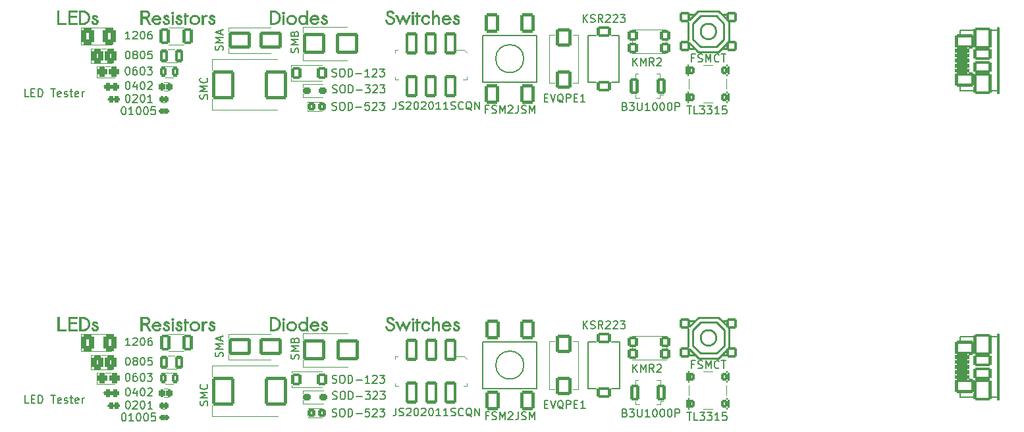
<source format=gbr>
G04 #@! TF.GenerationSoftware,KiCad,Pcbnew,8.0.2*
G04 #@! TF.CreationDate,2024-05-24T18:23:09+01:00*
G04 #@! TF.ProjectId,ruler,72756c65-722e-46b6-9963-61645f706362,rev?*
G04 #@! TF.SameCoordinates,Original*
G04 #@! TF.FileFunction,Legend,Top*
G04 #@! TF.FilePolarity,Positive*
%FSLAX45Y45*%
G04 Gerber Fmt 4.5, Leading zero omitted, Abs format (unit mm)*
G04 Created by KiCad (PCBNEW 8.0.2) date 2024-05-24 18:23:09*
%MOMM*%
%LPD*%
G01*
G04 APERTURE LIST*
G04 Aperture macros list*
%AMRoundRect*
0 Rectangle with rounded corners*
0 $1 Rounding radius*
0 $2 $3 $4 $5 $6 $7 $8 $9 X,Y pos of 4 corners*
0 Add a 4 corners polygon primitive as box body*
4,1,4,$2,$3,$4,$5,$6,$7,$8,$9,$2,$3,0*
0 Add four circle primitives for the rounded corners*
1,1,$1+$1,$2,$3*
1,1,$1+$1,$4,$5*
1,1,$1+$1,$6,$7*
1,1,$1+$1,$8,$9*
0 Add four rect primitives between the rounded corners*
20,1,$1+$1,$2,$3,$4,$5,0*
20,1,$1+$1,$4,$5,$6,$7,0*
20,1,$1+$1,$6,$7,$8,$9,0*
20,1,$1+$1,$8,$9,$2,$3,0*%
%AMFreePoly0*
4,1,21,0.586777,0.680194,0.656366,0.624698,0.694986,0.544504,0.700000,0.500000,0.700000,-0.500000,0.680194,-0.586777,0.624698,-0.656366,0.544504,-0.694986,0.500000,-0.700000,-0.500000,-0.700000,-0.586777,-0.680194,-0.656366,-0.624698,-0.694986,-0.544504,-0.700000,-0.500000,-0.700000,0.500000,-0.680194,0.586777,-0.624698,0.656366,-0.544504,0.694986,-0.500000,0.700000,0.500000,0.700000,
0.586777,0.680194,0.586777,0.680194,$1*%
%AMFreePoly1*
4,1,45,0.127504,0.686810,0.264055,0.646715,0.315837,0.623066,0.435559,0.546125,0.478580,0.508847,0.571777,0.401292,0.602554,0.353402,0.661673,0.223948,0.677710,0.169330,0.697964,0.028464,0.697964,-0.028464,0.677710,-0.169330,0.661673,-0.223948,0.602554,-0.353402,0.571777,-0.401292,0.478580,-0.508847,0.435559,-0.546125,0.315837,-0.623066,0.264055,-0.646715,0.127504,-0.686810,
0.071157,-0.694911,-0.071157,-0.694911,-0.127504,-0.686810,-0.264055,-0.646715,-0.315837,-0.623066,-0.435559,-0.546125,-0.478580,-0.508847,-0.571777,-0.401292,-0.602554,-0.353402,-0.661673,-0.223948,-0.677710,-0.169330,-0.697964,-0.028464,-0.697964,0.028464,-0.677710,0.169330,-0.661673,0.223948,-0.602554,0.353402,-0.571777,0.401292,-0.478580,0.508847,-0.435559,0.546125,-0.315837,0.623066,
-0.264055,0.646715,-0.127504,0.686810,-0.071157,0.694911,0.071157,0.694911,0.127504,0.686810,0.127504,0.686810,$1*%
G04 Aperture macros list end*
%ADD10C,0.200000*%
%ADD11C,0.150000*%
%ADD12C,0.120000*%
%ADD13C,0.010000*%
%ADD14C,0.200660*%
%ADD15C,0.100000*%
%ADD16C,0.254000*%
%ADD17C,0.900000*%
%ADD18RoundRect,0.200000X-0.450000X-0.600000X0.450000X-0.600000X0.450000X0.600000X-0.450000X0.600000X0*%
%ADD19RoundRect,0.200000X0.200000X0.300000X-0.200000X0.300000X-0.200000X-0.300000X0.200000X-0.300000X0*%
%ADD20FreePoly0,180.000000*%
%ADD21FreePoly1,180.000000*%
%ADD22RoundRect,0.200000X0.450000X0.850000X-0.450000X0.850000X-0.450000X-0.850000X0.450000X-0.850000X0*%
%ADD23RoundRect,0.200000X0.140000X0.215000X-0.140000X0.215000X-0.140000X-0.215000X0.140000X-0.215000X0*%
%ADD24RoundRect,0.200000X0.350000X0.650000X-0.350000X0.650000X-0.350000X-0.650000X0.350000X-0.650000X0*%
%ADD25RoundRect,0.200000X0.250000X0.450000X-0.250000X0.450000X-0.250000X-0.450000X0.250000X-0.450000X0*%
%ADD26RoundRect,0.200000X0.948690X-1.187450X0.948690X1.187450X-0.948690X1.187450X-0.948690X-1.187450X0*%
%ADD27RoundRect,0.200000X1.050290X-0.736600X1.050290X0.736600X-1.050290X0.736600X-1.050290X-0.736600X0*%
%ADD28RoundRect,0.200000X0.948690X-0.586740X0.948690X0.586740X-0.948690X0.586740X-0.948690X-0.586740X0*%
%ADD29RoundRect,0.200000X0.689610X-0.224790X0.689610X0.224790X-0.689610X0.224790X-0.689610X-0.224790X0*%
%ADD30RoundRect,0.175000X0.235000X0.175000X-0.235000X0.175000X-0.235000X-0.175000X0.235000X-0.175000X0*%
%ADD31RoundRect,0.200000X-0.245000X-0.200000X0.245000X-0.200000X0.245000X0.200000X-0.245000X0.200000X0*%
%ADD32RoundRect,0.200000X0.400000X0.850000X-0.400000X0.850000X-0.400000X-0.850000X0.400000X-0.850000X0*%
%ADD33RoundRect,0.200000X0.100000X0.550000X-0.100000X0.550000X-0.100000X-0.550000X0.100000X-0.550000X0*%
%ADD34RoundRect,0.200000X0.250000X0.350000X-0.250000X0.350000X-0.250000X-0.350000X0.250000X-0.350000X0*%
%ADD35RoundRect,0.200000X-0.800000X1.000000X-0.800000X-1.000000X0.800000X-1.000000X0.800000X1.000000X0*%
%ADD36RoundRect,0.200000X0.700000X1.050000X-0.700000X1.050000X-0.700000X-1.050000X0.700000X-1.050000X0*%
%ADD37RoundRect,0.200000X0.500380X0.500380X-0.500380X0.500380X-0.500380X-0.500380X0.500380X-0.500380X0*%
%ADD38RoundRect,0.200000X0.300000X0.350000X-0.300000X0.350000X-0.300000X-0.350000X0.300000X-0.350000X0*%
%ADD39RoundRect,0.200000X-1.250000X-0.900000X1.250000X-0.900000X1.250000X0.900000X-1.250000X0.900000X0*%
%ADD40RoundRect,0.200000X0.450000X0.500000X-0.450000X0.500000X-0.450000X-0.500000X0.450000X-0.500000X0*%
%ADD41RoundRect,0.200000X-1.250000X-1.150000X1.250000X-1.150000X1.250000X1.150000X-1.250000X1.150000X0*%
%ADD42RoundRect,0.200000X0.600000X1.250000X-0.600000X1.250000X-0.600000X-1.250000X0.600000X-1.250000X0*%
%ADD43RoundRect,0.200000X1.250000X-1.650000X1.250000X1.650000X-1.250000X1.650000X-1.250000X-1.650000X0*%
%ADD44RoundRect,0.200000X-0.300000X-0.225000X0.300000X-0.225000X0.300000X0.225000X-0.300000X0.225000X0*%
%ADD45RoundRect,0.200000X-0.700000X0.500000X-0.700000X-0.500000X0.700000X-0.500000X0.700000X0.500000X0*%
%ADD46RoundRect,0.330000X-0.495000X-0.745000X0.495000X-0.745000X0.495000X0.745000X-0.495000X0.745000X0*%
%ADD47RoundRect,0.336955X-0.438045X-0.563045X0.438045X-0.563045X0.438045X0.563045X-0.438045X0.563045X0*%
%ADD48RoundRect,0.318750X-0.318750X-0.356250X0.318750X-0.356250X0.318750X0.356250X-0.318750X0.356250X0*%
%ADD49RoundRect,0.250000X-0.250000X-0.270000X0.250000X-0.270000X0.250000X0.270000X-0.250000X0.270000X0*%
G04 APERTURE END LIST*
D10*
X11217381Y-10882222D02*
X11226905Y-10882222D01*
X11226905Y-10882222D02*
X11236428Y-10886984D01*
X11236428Y-10886984D02*
X11241190Y-10891746D01*
X11241190Y-10891746D02*
X11245952Y-10901270D01*
X11245952Y-10901270D02*
X11250714Y-10920317D01*
X11250714Y-10920317D02*
X11250714Y-10944127D01*
X11250714Y-10944127D02*
X11245952Y-10963174D01*
X11245952Y-10963174D02*
X11241190Y-10972698D01*
X11241190Y-10972698D02*
X11236428Y-10977460D01*
X11236428Y-10977460D02*
X11226905Y-10982222D01*
X11226905Y-10982222D02*
X11217381Y-10982222D01*
X11217381Y-10982222D02*
X11207857Y-10977460D01*
X11207857Y-10977460D02*
X11203095Y-10972698D01*
X11203095Y-10972698D02*
X11198333Y-10963174D01*
X11198333Y-10963174D02*
X11193571Y-10944127D01*
X11193571Y-10944127D02*
X11193571Y-10920317D01*
X11193571Y-10920317D02*
X11198333Y-10901270D01*
X11198333Y-10901270D02*
X11203095Y-10891746D01*
X11203095Y-10891746D02*
X11207857Y-10886984D01*
X11207857Y-10886984D02*
X11217381Y-10882222D01*
X11336428Y-10915555D02*
X11336428Y-10982222D01*
X11312619Y-10877460D02*
X11288809Y-10948889D01*
X11288809Y-10948889D02*
X11350714Y-10948889D01*
X11407857Y-10882222D02*
X11417381Y-10882222D01*
X11417381Y-10882222D02*
X11426905Y-10886984D01*
X11426905Y-10886984D02*
X11431667Y-10891746D01*
X11431667Y-10891746D02*
X11436428Y-10901270D01*
X11436428Y-10901270D02*
X11441190Y-10920317D01*
X11441190Y-10920317D02*
X11441190Y-10944127D01*
X11441190Y-10944127D02*
X11436428Y-10963174D01*
X11436428Y-10963174D02*
X11431667Y-10972698D01*
X11431667Y-10972698D02*
X11426905Y-10977460D01*
X11426905Y-10977460D02*
X11417381Y-10982222D01*
X11417381Y-10982222D02*
X11407857Y-10982222D01*
X11407857Y-10982222D02*
X11398333Y-10977460D01*
X11398333Y-10977460D02*
X11393571Y-10972698D01*
X11393571Y-10972698D02*
X11388809Y-10963174D01*
X11388809Y-10963174D02*
X11384048Y-10944127D01*
X11384048Y-10944127D02*
X11384048Y-10920317D01*
X11384048Y-10920317D02*
X11388809Y-10901270D01*
X11388809Y-10901270D02*
X11393571Y-10891746D01*
X11393571Y-10891746D02*
X11398333Y-10886984D01*
X11398333Y-10886984D02*
X11407857Y-10882222D01*
X11479286Y-10891746D02*
X11484048Y-10886984D01*
X11484048Y-10886984D02*
X11493571Y-10882222D01*
X11493571Y-10882222D02*
X11517381Y-10882222D01*
X11517381Y-10882222D02*
X11526905Y-10886984D01*
X11526905Y-10886984D02*
X11531667Y-10891746D01*
X11531667Y-10891746D02*
X11536428Y-10901270D01*
X11536428Y-10901270D02*
X11536428Y-10910793D01*
X11536428Y-10910793D02*
X11531667Y-10925079D01*
X11531667Y-10925079D02*
X11474524Y-10982222D01*
X11474524Y-10982222D02*
X11536428Y-10982222D01*
X11164762Y-11205222D02*
X11174286Y-11205222D01*
X11174286Y-11205222D02*
X11183810Y-11209984D01*
X11183810Y-11209984D02*
X11188571Y-11214746D01*
X11188571Y-11214746D02*
X11193333Y-11224269D01*
X11193333Y-11224269D02*
X11198095Y-11243317D01*
X11198095Y-11243317D02*
X11198095Y-11267127D01*
X11198095Y-11267127D02*
X11193333Y-11286174D01*
X11193333Y-11286174D02*
X11188571Y-11295698D01*
X11188571Y-11295698D02*
X11183810Y-11300460D01*
X11183810Y-11300460D02*
X11174286Y-11305222D01*
X11174286Y-11305222D02*
X11164762Y-11305222D01*
X11164762Y-11305222D02*
X11155238Y-11300460D01*
X11155238Y-11300460D02*
X11150476Y-11295698D01*
X11150476Y-11295698D02*
X11145714Y-11286174D01*
X11145714Y-11286174D02*
X11140952Y-11267127D01*
X11140952Y-11267127D02*
X11140952Y-11243317D01*
X11140952Y-11243317D02*
X11145714Y-11224269D01*
X11145714Y-11224269D02*
X11150476Y-11214746D01*
X11150476Y-11214746D02*
X11155238Y-11209984D01*
X11155238Y-11209984D02*
X11164762Y-11205222D01*
X11293333Y-11305222D02*
X11236190Y-11305222D01*
X11264762Y-11305222D02*
X11264762Y-11205222D01*
X11264762Y-11205222D02*
X11255238Y-11219508D01*
X11255238Y-11219508D02*
X11245714Y-11229031D01*
X11245714Y-11229031D02*
X11236190Y-11233793D01*
X11355238Y-11205222D02*
X11364762Y-11205222D01*
X11364762Y-11205222D02*
X11374286Y-11209984D01*
X11374286Y-11209984D02*
X11379048Y-11214746D01*
X11379048Y-11214746D02*
X11383809Y-11224269D01*
X11383809Y-11224269D02*
X11388571Y-11243317D01*
X11388571Y-11243317D02*
X11388571Y-11267127D01*
X11388571Y-11267127D02*
X11383809Y-11286174D01*
X11383809Y-11286174D02*
X11379048Y-11295698D01*
X11379048Y-11295698D02*
X11374286Y-11300460D01*
X11374286Y-11300460D02*
X11364762Y-11305222D01*
X11364762Y-11305222D02*
X11355238Y-11305222D01*
X11355238Y-11305222D02*
X11345714Y-11300460D01*
X11345714Y-11300460D02*
X11340952Y-11295698D01*
X11340952Y-11295698D02*
X11336190Y-11286174D01*
X11336190Y-11286174D02*
X11331429Y-11267127D01*
X11331429Y-11267127D02*
X11331429Y-11243317D01*
X11331429Y-11243317D02*
X11336190Y-11224269D01*
X11336190Y-11224269D02*
X11340952Y-11214746D01*
X11340952Y-11214746D02*
X11345714Y-11209984D01*
X11345714Y-11209984D02*
X11355238Y-11205222D01*
X11450476Y-11205222D02*
X11460000Y-11205222D01*
X11460000Y-11205222D02*
X11469524Y-11209984D01*
X11469524Y-11209984D02*
X11474286Y-11214746D01*
X11474286Y-11214746D02*
X11479048Y-11224269D01*
X11479048Y-11224269D02*
X11483809Y-11243317D01*
X11483809Y-11243317D02*
X11483809Y-11267127D01*
X11483809Y-11267127D02*
X11479048Y-11286174D01*
X11479048Y-11286174D02*
X11474286Y-11295698D01*
X11474286Y-11295698D02*
X11469524Y-11300460D01*
X11469524Y-11300460D02*
X11460000Y-11305222D01*
X11460000Y-11305222D02*
X11450476Y-11305222D01*
X11450476Y-11305222D02*
X11440952Y-11300460D01*
X11440952Y-11300460D02*
X11436190Y-11295698D01*
X11436190Y-11295698D02*
X11431429Y-11286174D01*
X11431429Y-11286174D02*
X11426667Y-11267127D01*
X11426667Y-11267127D02*
X11426667Y-11243317D01*
X11426667Y-11243317D02*
X11431429Y-11224269D01*
X11431429Y-11224269D02*
X11436190Y-11214746D01*
X11436190Y-11214746D02*
X11440952Y-11209984D01*
X11440952Y-11209984D02*
X11450476Y-11205222D01*
X11574286Y-11205222D02*
X11526667Y-11205222D01*
X11526667Y-11205222D02*
X11521905Y-11252841D01*
X11521905Y-11252841D02*
X11526667Y-11248079D01*
X11526667Y-11248079D02*
X11536190Y-11243317D01*
X11536190Y-11243317D02*
X11560000Y-11243317D01*
X11560000Y-11243317D02*
X11569524Y-11248079D01*
X11569524Y-11248079D02*
X11574286Y-11252841D01*
X11574286Y-11252841D02*
X11579048Y-11262365D01*
X11579048Y-11262365D02*
X11579048Y-11286174D01*
X11579048Y-11286174D02*
X11574286Y-11295698D01*
X11574286Y-11295698D02*
X11569524Y-11300460D01*
X11569524Y-11300460D02*
X11560000Y-11305222D01*
X11560000Y-11305222D02*
X11536190Y-11305222D01*
X11536190Y-11305222D02*
X11526667Y-11300460D01*
X11526667Y-11300460D02*
X11521905Y-11295698D01*
X11217381Y-11047222D02*
X11226905Y-11047222D01*
X11226905Y-11047222D02*
X11236428Y-11051984D01*
X11236428Y-11051984D02*
X11241190Y-11056746D01*
X11241190Y-11056746D02*
X11245952Y-11066270D01*
X11245952Y-11066270D02*
X11250714Y-11085317D01*
X11250714Y-11085317D02*
X11250714Y-11109127D01*
X11250714Y-11109127D02*
X11245952Y-11128174D01*
X11245952Y-11128174D02*
X11241190Y-11137698D01*
X11241190Y-11137698D02*
X11236428Y-11142460D01*
X11236428Y-11142460D02*
X11226905Y-11147222D01*
X11226905Y-11147222D02*
X11217381Y-11147222D01*
X11217381Y-11147222D02*
X11207857Y-11142460D01*
X11207857Y-11142460D02*
X11203095Y-11137698D01*
X11203095Y-11137698D02*
X11198333Y-11128174D01*
X11198333Y-11128174D02*
X11193571Y-11109127D01*
X11193571Y-11109127D02*
X11193571Y-11085317D01*
X11193571Y-11085317D02*
X11198333Y-11066270D01*
X11198333Y-11066270D02*
X11203095Y-11056746D01*
X11203095Y-11056746D02*
X11207857Y-11051984D01*
X11207857Y-11051984D02*
X11217381Y-11047222D01*
X11288809Y-11056746D02*
X11293571Y-11051984D01*
X11293571Y-11051984D02*
X11303095Y-11047222D01*
X11303095Y-11047222D02*
X11326905Y-11047222D01*
X11326905Y-11047222D02*
X11336428Y-11051984D01*
X11336428Y-11051984D02*
X11341190Y-11056746D01*
X11341190Y-11056746D02*
X11345952Y-11066270D01*
X11345952Y-11066270D02*
X11345952Y-11075793D01*
X11345952Y-11075793D02*
X11341190Y-11090079D01*
X11341190Y-11090079D02*
X11284048Y-11147222D01*
X11284048Y-11147222D02*
X11345952Y-11147222D01*
X11407857Y-11047222D02*
X11417381Y-11047222D01*
X11417381Y-11047222D02*
X11426905Y-11051984D01*
X11426905Y-11051984D02*
X11431667Y-11056746D01*
X11431667Y-11056746D02*
X11436428Y-11066270D01*
X11436428Y-11066270D02*
X11441190Y-11085317D01*
X11441190Y-11085317D02*
X11441190Y-11109127D01*
X11441190Y-11109127D02*
X11436428Y-11128174D01*
X11436428Y-11128174D02*
X11431667Y-11137698D01*
X11431667Y-11137698D02*
X11426905Y-11142460D01*
X11426905Y-11142460D02*
X11417381Y-11147222D01*
X11417381Y-11147222D02*
X11407857Y-11147222D01*
X11407857Y-11147222D02*
X11398333Y-11142460D01*
X11398333Y-11142460D02*
X11393571Y-11137698D01*
X11393571Y-11137698D02*
X11388809Y-11128174D01*
X11388809Y-11128174D02*
X11384048Y-11109127D01*
X11384048Y-11109127D02*
X11384048Y-11085317D01*
X11384048Y-11085317D02*
X11388809Y-11066270D01*
X11388809Y-11066270D02*
X11393571Y-11056746D01*
X11393571Y-11056746D02*
X11398333Y-11051984D01*
X11398333Y-11051984D02*
X11407857Y-11047222D01*
X11536428Y-11147222D02*
X11479286Y-11147222D01*
X11507857Y-11147222D02*
X11507857Y-11047222D01*
X11507857Y-11047222D02*
X11498333Y-11061508D01*
X11498333Y-11061508D02*
X11488809Y-11071031D01*
X11488809Y-11071031D02*
X11479286Y-11075793D01*
X11251714Y-14279272D02*
X11194571Y-14279272D01*
X11223143Y-14279272D02*
X11223143Y-14179272D01*
X11223143Y-14179272D02*
X11213619Y-14193558D01*
X11213619Y-14193558D02*
X11204095Y-14203081D01*
X11204095Y-14203081D02*
X11194571Y-14207843D01*
X11289809Y-14188796D02*
X11294571Y-14184034D01*
X11294571Y-14184034D02*
X11304095Y-14179272D01*
X11304095Y-14179272D02*
X11327905Y-14179272D01*
X11327905Y-14179272D02*
X11337428Y-14184034D01*
X11337428Y-14184034D02*
X11342190Y-14188796D01*
X11342190Y-14188796D02*
X11346952Y-14198319D01*
X11346952Y-14198319D02*
X11346952Y-14207843D01*
X11346952Y-14207843D02*
X11342190Y-14222129D01*
X11342190Y-14222129D02*
X11285048Y-14279272D01*
X11285048Y-14279272D02*
X11346952Y-14279272D01*
X11408857Y-14179272D02*
X11418381Y-14179272D01*
X11418381Y-14179272D02*
X11427905Y-14184034D01*
X11427905Y-14184034D02*
X11432667Y-14188796D01*
X11432667Y-14188796D02*
X11437428Y-14198319D01*
X11437428Y-14198319D02*
X11442190Y-14217367D01*
X11442190Y-14217367D02*
X11442190Y-14241177D01*
X11442190Y-14241177D02*
X11437428Y-14260224D01*
X11437428Y-14260224D02*
X11432667Y-14269748D01*
X11432667Y-14269748D02*
X11427905Y-14274510D01*
X11427905Y-14274510D02*
X11418381Y-14279272D01*
X11418381Y-14279272D02*
X11408857Y-14279272D01*
X11408857Y-14279272D02*
X11399333Y-14274510D01*
X11399333Y-14274510D02*
X11394571Y-14269748D01*
X11394571Y-14269748D02*
X11389809Y-14260224D01*
X11389809Y-14260224D02*
X11385048Y-14241177D01*
X11385048Y-14241177D02*
X11385048Y-14217367D01*
X11385048Y-14217367D02*
X11389809Y-14198319D01*
X11389809Y-14198319D02*
X11394571Y-14188796D01*
X11394571Y-14188796D02*
X11399333Y-14184034D01*
X11399333Y-14184034D02*
X11408857Y-14179272D01*
X11527905Y-14179272D02*
X11508857Y-14179272D01*
X11508857Y-14179272D02*
X11499333Y-14184034D01*
X11499333Y-14184034D02*
X11494571Y-14188796D01*
X11494571Y-14188796D02*
X11485048Y-14203081D01*
X11485048Y-14203081D02*
X11480286Y-14222129D01*
X11480286Y-14222129D02*
X11480286Y-14260224D01*
X11480286Y-14260224D02*
X11485048Y-14269748D01*
X11485048Y-14269748D02*
X11489809Y-14274510D01*
X11489809Y-14274510D02*
X11499333Y-14279272D01*
X11499333Y-14279272D02*
X11518381Y-14279272D01*
X11518381Y-14279272D02*
X11527905Y-14274510D01*
X11527905Y-14274510D02*
X11532667Y-14269748D01*
X11532667Y-14269748D02*
X11537428Y-14260224D01*
X11537428Y-14260224D02*
X11537428Y-14236415D01*
X11537428Y-14236415D02*
X11532667Y-14226891D01*
X11532667Y-14226891D02*
X11527905Y-14222129D01*
X11527905Y-14222129D02*
X11518381Y-14217367D01*
X11518381Y-14217367D02*
X11499333Y-14217367D01*
X11499333Y-14217367D02*
X11489809Y-14222129D01*
X11489809Y-14222129D02*
X11485048Y-14226891D01*
X11485048Y-14226891D02*
X11480286Y-14236415D01*
X11165762Y-15150622D02*
X11175286Y-15150622D01*
X11175286Y-15150622D02*
X11184810Y-15155384D01*
X11184810Y-15155384D02*
X11189571Y-15160146D01*
X11189571Y-15160146D02*
X11194333Y-15169669D01*
X11194333Y-15169669D02*
X11199095Y-15188717D01*
X11199095Y-15188717D02*
X11199095Y-15212527D01*
X11199095Y-15212527D02*
X11194333Y-15231574D01*
X11194333Y-15231574D02*
X11189571Y-15241098D01*
X11189571Y-15241098D02*
X11184810Y-15245860D01*
X11184810Y-15245860D02*
X11175286Y-15250622D01*
X11175286Y-15250622D02*
X11165762Y-15250622D01*
X11165762Y-15250622D02*
X11156238Y-15245860D01*
X11156238Y-15245860D02*
X11151476Y-15241098D01*
X11151476Y-15241098D02*
X11146714Y-15231574D01*
X11146714Y-15231574D02*
X11141952Y-15212527D01*
X11141952Y-15212527D02*
X11141952Y-15188717D01*
X11141952Y-15188717D02*
X11146714Y-15169669D01*
X11146714Y-15169669D02*
X11151476Y-15160146D01*
X11151476Y-15160146D02*
X11156238Y-15155384D01*
X11156238Y-15155384D02*
X11165762Y-15150622D01*
X11294333Y-15250622D02*
X11237190Y-15250622D01*
X11265762Y-15250622D02*
X11265762Y-15150622D01*
X11265762Y-15150622D02*
X11256238Y-15164908D01*
X11256238Y-15164908D02*
X11246714Y-15174431D01*
X11246714Y-15174431D02*
X11237190Y-15179193D01*
X11356238Y-15150622D02*
X11365762Y-15150622D01*
X11365762Y-15150622D02*
X11375286Y-15155384D01*
X11375286Y-15155384D02*
X11380048Y-15160146D01*
X11380048Y-15160146D02*
X11384809Y-15169669D01*
X11384809Y-15169669D02*
X11389571Y-15188717D01*
X11389571Y-15188717D02*
X11389571Y-15212527D01*
X11389571Y-15212527D02*
X11384809Y-15231574D01*
X11384809Y-15231574D02*
X11380048Y-15241098D01*
X11380048Y-15241098D02*
X11375286Y-15245860D01*
X11375286Y-15245860D02*
X11365762Y-15250622D01*
X11365762Y-15250622D02*
X11356238Y-15250622D01*
X11356238Y-15250622D02*
X11346714Y-15245860D01*
X11346714Y-15245860D02*
X11341952Y-15241098D01*
X11341952Y-15241098D02*
X11337190Y-15231574D01*
X11337190Y-15231574D02*
X11332429Y-15212527D01*
X11332429Y-15212527D02*
X11332429Y-15188717D01*
X11332429Y-15188717D02*
X11337190Y-15169669D01*
X11337190Y-15169669D02*
X11341952Y-15160146D01*
X11341952Y-15160146D02*
X11346714Y-15155384D01*
X11346714Y-15155384D02*
X11356238Y-15150622D01*
X11451476Y-15150622D02*
X11461000Y-15150622D01*
X11461000Y-15150622D02*
X11470524Y-15155384D01*
X11470524Y-15155384D02*
X11475286Y-15160146D01*
X11475286Y-15160146D02*
X11480048Y-15169669D01*
X11480048Y-15169669D02*
X11484809Y-15188717D01*
X11484809Y-15188717D02*
X11484809Y-15212527D01*
X11484809Y-15212527D02*
X11480048Y-15231574D01*
X11480048Y-15231574D02*
X11475286Y-15241098D01*
X11475286Y-15241098D02*
X11470524Y-15245860D01*
X11470524Y-15245860D02*
X11461000Y-15250622D01*
X11461000Y-15250622D02*
X11451476Y-15250622D01*
X11451476Y-15250622D02*
X11441952Y-15245860D01*
X11441952Y-15245860D02*
X11437190Y-15241098D01*
X11437190Y-15241098D02*
X11432429Y-15231574D01*
X11432429Y-15231574D02*
X11427667Y-15212527D01*
X11427667Y-15212527D02*
X11427667Y-15188717D01*
X11427667Y-15188717D02*
X11432429Y-15169669D01*
X11432429Y-15169669D02*
X11437190Y-15160146D01*
X11437190Y-15160146D02*
X11441952Y-15155384D01*
X11441952Y-15155384D02*
X11451476Y-15150622D01*
X11575286Y-15150622D02*
X11527667Y-15150622D01*
X11527667Y-15150622D02*
X11522905Y-15198241D01*
X11522905Y-15198241D02*
X11527667Y-15193479D01*
X11527667Y-15193479D02*
X11537190Y-15188717D01*
X11537190Y-15188717D02*
X11561000Y-15188717D01*
X11561000Y-15188717D02*
X11570524Y-15193479D01*
X11570524Y-15193479D02*
X11575286Y-15198241D01*
X11575286Y-15198241D02*
X11580048Y-15207765D01*
X11580048Y-15207765D02*
X11580048Y-15231574D01*
X11580048Y-15231574D02*
X11575286Y-15241098D01*
X11575286Y-15241098D02*
X11570524Y-15245860D01*
X11570524Y-15245860D02*
X11561000Y-15250622D01*
X11561000Y-15250622D02*
X11537190Y-15250622D01*
X11537190Y-15250622D02*
X11527667Y-15245860D01*
X11527667Y-15245860D02*
X11522905Y-15241098D01*
X11218381Y-14992622D02*
X11227905Y-14992622D01*
X11227905Y-14992622D02*
X11237428Y-14997384D01*
X11237428Y-14997384D02*
X11242190Y-15002146D01*
X11242190Y-15002146D02*
X11246952Y-15011669D01*
X11246952Y-15011669D02*
X11251714Y-15030717D01*
X11251714Y-15030717D02*
X11251714Y-15054527D01*
X11251714Y-15054527D02*
X11246952Y-15073574D01*
X11246952Y-15073574D02*
X11242190Y-15083098D01*
X11242190Y-15083098D02*
X11237428Y-15087860D01*
X11237428Y-15087860D02*
X11227905Y-15092622D01*
X11227905Y-15092622D02*
X11218381Y-15092622D01*
X11218381Y-15092622D02*
X11208857Y-15087860D01*
X11208857Y-15087860D02*
X11204095Y-15083098D01*
X11204095Y-15083098D02*
X11199333Y-15073574D01*
X11199333Y-15073574D02*
X11194571Y-15054527D01*
X11194571Y-15054527D02*
X11194571Y-15030717D01*
X11194571Y-15030717D02*
X11199333Y-15011669D01*
X11199333Y-15011669D02*
X11204095Y-15002146D01*
X11204095Y-15002146D02*
X11208857Y-14997384D01*
X11208857Y-14997384D02*
X11218381Y-14992622D01*
X11289809Y-15002146D02*
X11294571Y-14997384D01*
X11294571Y-14997384D02*
X11304095Y-14992622D01*
X11304095Y-14992622D02*
X11327905Y-14992622D01*
X11327905Y-14992622D02*
X11337428Y-14997384D01*
X11337428Y-14997384D02*
X11342190Y-15002146D01*
X11342190Y-15002146D02*
X11346952Y-15011669D01*
X11346952Y-15011669D02*
X11346952Y-15021193D01*
X11346952Y-15021193D02*
X11342190Y-15035479D01*
X11342190Y-15035479D02*
X11285048Y-15092622D01*
X11285048Y-15092622D02*
X11346952Y-15092622D01*
X11408857Y-14992622D02*
X11418381Y-14992622D01*
X11418381Y-14992622D02*
X11427905Y-14997384D01*
X11427905Y-14997384D02*
X11432667Y-15002146D01*
X11432667Y-15002146D02*
X11437428Y-15011669D01*
X11437428Y-15011669D02*
X11442190Y-15030717D01*
X11442190Y-15030717D02*
X11442190Y-15054527D01*
X11442190Y-15054527D02*
X11437428Y-15073574D01*
X11437428Y-15073574D02*
X11432667Y-15083098D01*
X11432667Y-15083098D02*
X11427905Y-15087860D01*
X11427905Y-15087860D02*
X11418381Y-15092622D01*
X11418381Y-15092622D02*
X11408857Y-15092622D01*
X11408857Y-15092622D02*
X11399333Y-15087860D01*
X11399333Y-15087860D02*
X11394571Y-15083098D01*
X11394571Y-15083098D02*
X11389809Y-15073574D01*
X11389809Y-15073574D02*
X11385048Y-15054527D01*
X11385048Y-15054527D02*
X11385048Y-15030717D01*
X11385048Y-15030717D02*
X11389809Y-15011669D01*
X11389809Y-15011669D02*
X11394571Y-15002146D01*
X11394571Y-15002146D02*
X11399333Y-14997384D01*
X11399333Y-14997384D02*
X11408857Y-14992622D01*
X11537428Y-15092622D02*
X11480286Y-15092622D01*
X11508857Y-15092622D02*
X11508857Y-14992622D01*
X11508857Y-14992622D02*
X11499333Y-15006908D01*
X11499333Y-15006908D02*
X11489809Y-15016431D01*
X11489809Y-15016431D02*
X11480286Y-15021193D01*
X11218381Y-14827622D02*
X11227905Y-14827622D01*
X11227905Y-14827622D02*
X11237428Y-14832384D01*
X11237428Y-14832384D02*
X11242190Y-14837146D01*
X11242190Y-14837146D02*
X11246952Y-14846669D01*
X11246952Y-14846669D02*
X11251714Y-14865717D01*
X11251714Y-14865717D02*
X11251714Y-14889527D01*
X11251714Y-14889527D02*
X11246952Y-14908574D01*
X11246952Y-14908574D02*
X11242190Y-14918098D01*
X11242190Y-14918098D02*
X11237428Y-14922860D01*
X11237428Y-14922860D02*
X11227905Y-14927622D01*
X11227905Y-14927622D02*
X11218381Y-14927622D01*
X11218381Y-14927622D02*
X11208857Y-14922860D01*
X11208857Y-14922860D02*
X11204095Y-14918098D01*
X11204095Y-14918098D02*
X11199333Y-14908574D01*
X11199333Y-14908574D02*
X11194571Y-14889527D01*
X11194571Y-14889527D02*
X11194571Y-14865717D01*
X11194571Y-14865717D02*
X11199333Y-14846669D01*
X11199333Y-14846669D02*
X11204095Y-14837146D01*
X11204095Y-14837146D02*
X11208857Y-14832384D01*
X11208857Y-14832384D02*
X11218381Y-14827622D01*
X11337428Y-14860955D02*
X11337428Y-14927622D01*
X11313619Y-14822860D02*
X11289809Y-14894288D01*
X11289809Y-14894288D02*
X11351714Y-14894288D01*
X11408857Y-14827622D02*
X11418381Y-14827622D01*
X11418381Y-14827622D02*
X11427905Y-14832384D01*
X11427905Y-14832384D02*
X11432667Y-14837146D01*
X11432667Y-14837146D02*
X11437428Y-14846669D01*
X11437428Y-14846669D02*
X11442190Y-14865717D01*
X11442190Y-14865717D02*
X11442190Y-14889527D01*
X11442190Y-14889527D02*
X11437428Y-14908574D01*
X11437428Y-14908574D02*
X11432667Y-14918098D01*
X11432667Y-14918098D02*
X11427905Y-14922860D01*
X11427905Y-14922860D02*
X11418381Y-14927622D01*
X11418381Y-14927622D02*
X11408857Y-14927622D01*
X11408857Y-14927622D02*
X11399333Y-14922860D01*
X11399333Y-14922860D02*
X11394571Y-14918098D01*
X11394571Y-14918098D02*
X11389809Y-14908574D01*
X11389809Y-14908574D02*
X11385048Y-14889527D01*
X11385048Y-14889527D02*
X11385048Y-14865717D01*
X11385048Y-14865717D02*
X11389809Y-14846669D01*
X11389809Y-14846669D02*
X11394571Y-14837146D01*
X11394571Y-14837146D02*
X11399333Y-14832384D01*
X11399333Y-14832384D02*
X11408857Y-14827622D01*
X11480286Y-14837146D02*
X11485048Y-14832384D01*
X11485048Y-14832384D02*
X11494571Y-14827622D01*
X11494571Y-14827622D02*
X11518381Y-14827622D01*
X11518381Y-14827622D02*
X11527905Y-14832384D01*
X11527905Y-14832384D02*
X11532667Y-14837146D01*
X11532667Y-14837146D02*
X11537428Y-14846669D01*
X11537428Y-14846669D02*
X11537428Y-14856193D01*
X11537428Y-14856193D02*
X11532667Y-14870479D01*
X11532667Y-14870479D02*
X11475524Y-14927622D01*
X11475524Y-14927622D02*
X11537428Y-14927622D01*
X11215881Y-14638122D02*
X11225405Y-14638122D01*
X11225405Y-14638122D02*
X11234928Y-14642884D01*
X11234928Y-14642884D02*
X11239690Y-14647646D01*
X11239690Y-14647646D02*
X11244452Y-14657169D01*
X11244452Y-14657169D02*
X11249214Y-14676217D01*
X11249214Y-14676217D02*
X11249214Y-14700027D01*
X11249214Y-14700027D02*
X11244452Y-14719074D01*
X11244452Y-14719074D02*
X11239690Y-14728598D01*
X11239690Y-14728598D02*
X11234928Y-14733360D01*
X11234928Y-14733360D02*
X11225405Y-14738122D01*
X11225405Y-14738122D02*
X11215881Y-14738122D01*
X11215881Y-14738122D02*
X11206357Y-14733360D01*
X11206357Y-14733360D02*
X11201595Y-14728598D01*
X11201595Y-14728598D02*
X11196833Y-14719074D01*
X11196833Y-14719074D02*
X11192071Y-14700027D01*
X11192071Y-14700027D02*
X11192071Y-14676217D01*
X11192071Y-14676217D02*
X11196833Y-14657169D01*
X11196833Y-14657169D02*
X11201595Y-14647646D01*
X11201595Y-14647646D02*
X11206357Y-14642884D01*
X11206357Y-14642884D02*
X11215881Y-14638122D01*
X11334928Y-14638122D02*
X11315881Y-14638122D01*
X11315881Y-14638122D02*
X11306357Y-14642884D01*
X11306357Y-14642884D02*
X11301595Y-14647646D01*
X11301595Y-14647646D02*
X11292071Y-14661931D01*
X11292071Y-14661931D02*
X11287309Y-14680979D01*
X11287309Y-14680979D02*
X11287309Y-14719074D01*
X11287309Y-14719074D02*
X11292071Y-14728598D01*
X11292071Y-14728598D02*
X11296833Y-14733360D01*
X11296833Y-14733360D02*
X11306357Y-14738122D01*
X11306357Y-14738122D02*
X11325405Y-14738122D01*
X11325405Y-14738122D02*
X11334928Y-14733360D01*
X11334928Y-14733360D02*
X11339690Y-14728598D01*
X11339690Y-14728598D02*
X11344452Y-14719074D01*
X11344452Y-14719074D02*
X11344452Y-14695265D01*
X11344452Y-14695265D02*
X11339690Y-14685741D01*
X11339690Y-14685741D02*
X11334928Y-14680979D01*
X11334928Y-14680979D02*
X11325405Y-14676217D01*
X11325405Y-14676217D02*
X11306357Y-14676217D01*
X11306357Y-14676217D02*
X11296833Y-14680979D01*
X11296833Y-14680979D02*
X11292071Y-14685741D01*
X11292071Y-14685741D02*
X11287309Y-14695265D01*
X11406357Y-14638122D02*
X11415881Y-14638122D01*
X11415881Y-14638122D02*
X11425405Y-14642884D01*
X11425405Y-14642884D02*
X11430167Y-14647646D01*
X11430167Y-14647646D02*
X11434928Y-14657169D01*
X11434928Y-14657169D02*
X11439690Y-14676217D01*
X11439690Y-14676217D02*
X11439690Y-14700027D01*
X11439690Y-14700027D02*
X11434928Y-14719074D01*
X11434928Y-14719074D02*
X11430167Y-14728598D01*
X11430167Y-14728598D02*
X11425405Y-14733360D01*
X11425405Y-14733360D02*
X11415881Y-14738122D01*
X11415881Y-14738122D02*
X11406357Y-14738122D01*
X11406357Y-14738122D02*
X11396833Y-14733360D01*
X11396833Y-14733360D02*
X11392071Y-14728598D01*
X11392071Y-14728598D02*
X11387309Y-14719074D01*
X11387309Y-14719074D02*
X11382548Y-14700027D01*
X11382548Y-14700027D02*
X11382548Y-14676217D01*
X11382548Y-14676217D02*
X11387309Y-14657169D01*
X11387309Y-14657169D02*
X11392071Y-14647646D01*
X11392071Y-14647646D02*
X11396833Y-14642884D01*
X11396833Y-14642884D02*
X11406357Y-14638122D01*
X11473024Y-14638122D02*
X11534928Y-14638122D01*
X11534928Y-14638122D02*
X11501595Y-14676217D01*
X11501595Y-14676217D02*
X11515881Y-14676217D01*
X11515881Y-14676217D02*
X11525405Y-14680979D01*
X11525405Y-14680979D02*
X11530167Y-14685741D01*
X11530167Y-14685741D02*
X11534928Y-14695265D01*
X11534928Y-14695265D02*
X11534928Y-14719074D01*
X11534928Y-14719074D02*
X11530167Y-14728598D01*
X11530167Y-14728598D02*
X11525405Y-14733360D01*
X11525405Y-14733360D02*
X11515881Y-14738122D01*
X11515881Y-14738122D02*
X11487309Y-14738122D01*
X11487309Y-14738122D02*
X11477786Y-14733360D01*
X11477786Y-14733360D02*
X11473024Y-14728598D01*
X11218381Y-14433022D02*
X11227905Y-14433022D01*
X11227905Y-14433022D02*
X11237428Y-14437784D01*
X11237428Y-14437784D02*
X11242190Y-14442546D01*
X11242190Y-14442546D02*
X11246952Y-14452069D01*
X11246952Y-14452069D02*
X11251714Y-14471117D01*
X11251714Y-14471117D02*
X11251714Y-14494927D01*
X11251714Y-14494927D02*
X11246952Y-14513974D01*
X11246952Y-14513974D02*
X11242190Y-14523498D01*
X11242190Y-14523498D02*
X11237428Y-14528260D01*
X11237428Y-14528260D02*
X11227905Y-14533022D01*
X11227905Y-14533022D02*
X11218381Y-14533022D01*
X11218381Y-14533022D02*
X11208857Y-14528260D01*
X11208857Y-14528260D02*
X11204095Y-14523498D01*
X11204095Y-14523498D02*
X11199333Y-14513974D01*
X11199333Y-14513974D02*
X11194571Y-14494927D01*
X11194571Y-14494927D02*
X11194571Y-14471117D01*
X11194571Y-14471117D02*
X11199333Y-14452069D01*
X11199333Y-14452069D02*
X11204095Y-14442546D01*
X11204095Y-14442546D02*
X11208857Y-14437784D01*
X11208857Y-14437784D02*
X11218381Y-14433022D01*
X11308857Y-14475879D02*
X11299333Y-14471117D01*
X11299333Y-14471117D02*
X11294571Y-14466355D01*
X11294571Y-14466355D02*
X11289809Y-14456831D01*
X11289809Y-14456831D02*
X11289809Y-14452069D01*
X11289809Y-14452069D02*
X11294571Y-14442546D01*
X11294571Y-14442546D02*
X11299333Y-14437784D01*
X11299333Y-14437784D02*
X11308857Y-14433022D01*
X11308857Y-14433022D02*
X11327905Y-14433022D01*
X11327905Y-14433022D02*
X11337428Y-14437784D01*
X11337428Y-14437784D02*
X11342190Y-14442546D01*
X11342190Y-14442546D02*
X11346952Y-14452069D01*
X11346952Y-14452069D02*
X11346952Y-14456831D01*
X11346952Y-14456831D02*
X11342190Y-14466355D01*
X11342190Y-14466355D02*
X11337428Y-14471117D01*
X11337428Y-14471117D02*
X11327905Y-14475879D01*
X11327905Y-14475879D02*
X11308857Y-14475879D01*
X11308857Y-14475879D02*
X11299333Y-14480641D01*
X11299333Y-14480641D02*
X11294571Y-14485403D01*
X11294571Y-14485403D02*
X11289809Y-14494927D01*
X11289809Y-14494927D02*
X11289809Y-14513974D01*
X11289809Y-14513974D02*
X11294571Y-14523498D01*
X11294571Y-14523498D02*
X11299333Y-14528260D01*
X11299333Y-14528260D02*
X11308857Y-14533022D01*
X11308857Y-14533022D02*
X11327905Y-14533022D01*
X11327905Y-14533022D02*
X11337428Y-14528260D01*
X11337428Y-14528260D02*
X11342190Y-14523498D01*
X11342190Y-14523498D02*
X11346952Y-14513974D01*
X11346952Y-14513974D02*
X11346952Y-14494927D01*
X11346952Y-14494927D02*
X11342190Y-14485403D01*
X11342190Y-14485403D02*
X11337428Y-14480641D01*
X11337428Y-14480641D02*
X11327905Y-14475879D01*
X11408857Y-14433022D02*
X11418381Y-14433022D01*
X11418381Y-14433022D02*
X11427905Y-14437784D01*
X11427905Y-14437784D02*
X11432667Y-14442546D01*
X11432667Y-14442546D02*
X11437428Y-14452069D01*
X11437428Y-14452069D02*
X11442190Y-14471117D01*
X11442190Y-14471117D02*
X11442190Y-14494927D01*
X11442190Y-14494927D02*
X11437428Y-14513974D01*
X11437428Y-14513974D02*
X11432667Y-14523498D01*
X11432667Y-14523498D02*
X11427905Y-14528260D01*
X11427905Y-14528260D02*
X11418381Y-14533022D01*
X11418381Y-14533022D02*
X11408857Y-14533022D01*
X11408857Y-14533022D02*
X11399333Y-14528260D01*
X11399333Y-14528260D02*
X11394571Y-14523498D01*
X11394571Y-14523498D02*
X11389809Y-14513974D01*
X11389809Y-14513974D02*
X11385048Y-14494927D01*
X11385048Y-14494927D02*
X11385048Y-14471117D01*
X11385048Y-14471117D02*
X11389809Y-14452069D01*
X11389809Y-14452069D02*
X11394571Y-14442546D01*
X11394571Y-14442546D02*
X11399333Y-14437784D01*
X11399333Y-14437784D02*
X11408857Y-14433022D01*
X11532667Y-14433022D02*
X11485048Y-14433022D01*
X11485048Y-14433022D02*
X11480286Y-14480641D01*
X11480286Y-14480641D02*
X11485048Y-14475879D01*
X11485048Y-14475879D02*
X11494571Y-14471117D01*
X11494571Y-14471117D02*
X11518381Y-14471117D01*
X11518381Y-14471117D02*
X11527905Y-14475879D01*
X11527905Y-14475879D02*
X11532667Y-14480641D01*
X11532667Y-14480641D02*
X11537428Y-14490165D01*
X11537428Y-14490165D02*
X11537428Y-14513974D01*
X11537428Y-14513974D02*
X11532667Y-14523498D01*
X11532667Y-14523498D02*
X11527905Y-14528260D01*
X11527905Y-14528260D02*
X11518381Y-14533022D01*
X11518381Y-14533022D02*
X11494571Y-14533022D01*
X11494571Y-14533022D02*
X11485048Y-14528260D01*
X11485048Y-14528260D02*
X11480286Y-14523498D01*
X11217381Y-10487622D02*
X11226905Y-10487622D01*
X11226905Y-10487622D02*
X11236428Y-10492384D01*
X11236428Y-10492384D02*
X11241190Y-10497146D01*
X11241190Y-10497146D02*
X11245952Y-10506670D01*
X11245952Y-10506670D02*
X11250714Y-10525717D01*
X11250714Y-10525717D02*
X11250714Y-10549527D01*
X11250714Y-10549527D02*
X11245952Y-10568574D01*
X11245952Y-10568574D02*
X11241190Y-10578098D01*
X11241190Y-10578098D02*
X11236428Y-10582860D01*
X11236428Y-10582860D02*
X11226905Y-10587622D01*
X11226905Y-10587622D02*
X11217381Y-10587622D01*
X11217381Y-10587622D02*
X11207857Y-10582860D01*
X11207857Y-10582860D02*
X11203095Y-10578098D01*
X11203095Y-10578098D02*
X11198333Y-10568574D01*
X11198333Y-10568574D02*
X11193571Y-10549527D01*
X11193571Y-10549527D02*
X11193571Y-10525717D01*
X11193571Y-10525717D02*
X11198333Y-10506670D01*
X11198333Y-10506670D02*
X11203095Y-10497146D01*
X11203095Y-10497146D02*
X11207857Y-10492384D01*
X11207857Y-10492384D02*
X11217381Y-10487622D01*
X11307857Y-10530479D02*
X11298333Y-10525717D01*
X11298333Y-10525717D02*
X11293571Y-10520955D01*
X11293571Y-10520955D02*
X11288809Y-10511431D01*
X11288809Y-10511431D02*
X11288809Y-10506670D01*
X11288809Y-10506670D02*
X11293571Y-10497146D01*
X11293571Y-10497146D02*
X11298333Y-10492384D01*
X11298333Y-10492384D02*
X11307857Y-10487622D01*
X11307857Y-10487622D02*
X11326905Y-10487622D01*
X11326905Y-10487622D02*
X11336428Y-10492384D01*
X11336428Y-10492384D02*
X11341190Y-10497146D01*
X11341190Y-10497146D02*
X11345952Y-10506670D01*
X11345952Y-10506670D02*
X11345952Y-10511431D01*
X11345952Y-10511431D02*
X11341190Y-10520955D01*
X11341190Y-10520955D02*
X11336428Y-10525717D01*
X11336428Y-10525717D02*
X11326905Y-10530479D01*
X11326905Y-10530479D02*
X11307857Y-10530479D01*
X11307857Y-10530479D02*
X11298333Y-10535241D01*
X11298333Y-10535241D02*
X11293571Y-10540003D01*
X11293571Y-10540003D02*
X11288809Y-10549527D01*
X11288809Y-10549527D02*
X11288809Y-10568574D01*
X11288809Y-10568574D02*
X11293571Y-10578098D01*
X11293571Y-10578098D02*
X11298333Y-10582860D01*
X11298333Y-10582860D02*
X11307857Y-10587622D01*
X11307857Y-10587622D02*
X11326905Y-10587622D01*
X11326905Y-10587622D02*
X11336428Y-10582860D01*
X11336428Y-10582860D02*
X11341190Y-10578098D01*
X11341190Y-10578098D02*
X11345952Y-10568574D01*
X11345952Y-10568574D02*
X11345952Y-10549527D01*
X11345952Y-10549527D02*
X11341190Y-10540003D01*
X11341190Y-10540003D02*
X11336428Y-10535241D01*
X11336428Y-10535241D02*
X11326905Y-10530479D01*
X11407857Y-10487622D02*
X11417381Y-10487622D01*
X11417381Y-10487622D02*
X11426905Y-10492384D01*
X11426905Y-10492384D02*
X11431667Y-10497146D01*
X11431667Y-10497146D02*
X11436428Y-10506670D01*
X11436428Y-10506670D02*
X11441190Y-10525717D01*
X11441190Y-10525717D02*
X11441190Y-10549527D01*
X11441190Y-10549527D02*
X11436428Y-10568574D01*
X11436428Y-10568574D02*
X11431667Y-10578098D01*
X11431667Y-10578098D02*
X11426905Y-10582860D01*
X11426905Y-10582860D02*
X11417381Y-10587622D01*
X11417381Y-10587622D02*
X11407857Y-10587622D01*
X11407857Y-10587622D02*
X11398333Y-10582860D01*
X11398333Y-10582860D02*
X11393571Y-10578098D01*
X11393571Y-10578098D02*
X11388809Y-10568574D01*
X11388809Y-10568574D02*
X11384048Y-10549527D01*
X11384048Y-10549527D02*
X11384048Y-10525717D01*
X11384048Y-10525717D02*
X11388809Y-10506670D01*
X11388809Y-10506670D02*
X11393571Y-10497146D01*
X11393571Y-10497146D02*
X11398333Y-10492384D01*
X11398333Y-10492384D02*
X11407857Y-10487622D01*
X11531667Y-10487622D02*
X11484048Y-10487622D01*
X11484048Y-10487622D02*
X11479286Y-10535241D01*
X11479286Y-10535241D02*
X11484048Y-10530479D01*
X11484048Y-10530479D02*
X11493571Y-10525717D01*
X11493571Y-10525717D02*
X11517381Y-10525717D01*
X11517381Y-10525717D02*
X11526905Y-10530479D01*
X11526905Y-10530479D02*
X11531667Y-10535241D01*
X11531667Y-10535241D02*
X11536428Y-10544765D01*
X11536428Y-10544765D02*
X11536428Y-10568574D01*
X11536428Y-10568574D02*
X11531667Y-10578098D01*
X11531667Y-10578098D02*
X11526905Y-10582860D01*
X11526905Y-10582860D02*
X11517381Y-10587622D01*
X11517381Y-10587622D02*
X11493571Y-10587622D01*
X11493571Y-10587622D02*
X11484048Y-10582860D01*
X11484048Y-10582860D02*
X11479286Y-10578098D01*
X11214881Y-10692722D02*
X11224405Y-10692722D01*
X11224405Y-10692722D02*
X11233928Y-10697484D01*
X11233928Y-10697484D02*
X11238690Y-10702246D01*
X11238690Y-10702246D02*
X11243452Y-10711770D01*
X11243452Y-10711770D02*
X11248214Y-10730817D01*
X11248214Y-10730817D02*
X11248214Y-10754627D01*
X11248214Y-10754627D02*
X11243452Y-10773674D01*
X11243452Y-10773674D02*
X11238690Y-10783198D01*
X11238690Y-10783198D02*
X11233928Y-10787960D01*
X11233928Y-10787960D02*
X11224405Y-10792722D01*
X11224405Y-10792722D02*
X11214881Y-10792722D01*
X11214881Y-10792722D02*
X11205357Y-10787960D01*
X11205357Y-10787960D02*
X11200595Y-10783198D01*
X11200595Y-10783198D02*
X11195833Y-10773674D01*
X11195833Y-10773674D02*
X11191071Y-10754627D01*
X11191071Y-10754627D02*
X11191071Y-10730817D01*
X11191071Y-10730817D02*
X11195833Y-10711770D01*
X11195833Y-10711770D02*
X11200595Y-10702246D01*
X11200595Y-10702246D02*
X11205357Y-10697484D01*
X11205357Y-10697484D02*
X11214881Y-10692722D01*
X11333928Y-10692722D02*
X11314881Y-10692722D01*
X11314881Y-10692722D02*
X11305357Y-10697484D01*
X11305357Y-10697484D02*
X11300595Y-10702246D01*
X11300595Y-10702246D02*
X11291071Y-10716531D01*
X11291071Y-10716531D02*
X11286309Y-10735579D01*
X11286309Y-10735579D02*
X11286309Y-10773674D01*
X11286309Y-10773674D02*
X11291071Y-10783198D01*
X11291071Y-10783198D02*
X11295833Y-10787960D01*
X11295833Y-10787960D02*
X11305357Y-10792722D01*
X11305357Y-10792722D02*
X11324405Y-10792722D01*
X11324405Y-10792722D02*
X11333928Y-10787960D01*
X11333928Y-10787960D02*
X11338690Y-10783198D01*
X11338690Y-10783198D02*
X11343452Y-10773674D01*
X11343452Y-10773674D02*
X11343452Y-10749865D01*
X11343452Y-10749865D02*
X11338690Y-10740341D01*
X11338690Y-10740341D02*
X11333928Y-10735579D01*
X11333928Y-10735579D02*
X11324405Y-10730817D01*
X11324405Y-10730817D02*
X11305357Y-10730817D01*
X11305357Y-10730817D02*
X11295833Y-10735579D01*
X11295833Y-10735579D02*
X11291071Y-10740341D01*
X11291071Y-10740341D02*
X11286309Y-10749865D01*
X11405357Y-10692722D02*
X11414881Y-10692722D01*
X11414881Y-10692722D02*
X11424405Y-10697484D01*
X11424405Y-10697484D02*
X11429167Y-10702246D01*
X11429167Y-10702246D02*
X11433928Y-10711770D01*
X11433928Y-10711770D02*
X11438690Y-10730817D01*
X11438690Y-10730817D02*
X11438690Y-10754627D01*
X11438690Y-10754627D02*
X11433928Y-10773674D01*
X11433928Y-10773674D02*
X11429167Y-10783198D01*
X11429167Y-10783198D02*
X11424405Y-10787960D01*
X11424405Y-10787960D02*
X11414881Y-10792722D01*
X11414881Y-10792722D02*
X11405357Y-10792722D01*
X11405357Y-10792722D02*
X11395833Y-10787960D01*
X11395833Y-10787960D02*
X11391071Y-10783198D01*
X11391071Y-10783198D02*
X11386309Y-10773674D01*
X11386309Y-10773674D02*
X11381548Y-10754627D01*
X11381548Y-10754627D02*
X11381548Y-10730817D01*
X11381548Y-10730817D02*
X11386309Y-10711770D01*
X11386309Y-10711770D02*
X11391071Y-10702246D01*
X11391071Y-10702246D02*
X11395833Y-10697484D01*
X11395833Y-10697484D02*
X11405357Y-10692722D01*
X11472024Y-10692722D02*
X11533928Y-10692722D01*
X11533928Y-10692722D02*
X11500595Y-10730817D01*
X11500595Y-10730817D02*
X11514881Y-10730817D01*
X11514881Y-10730817D02*
X11524405Y-10735579D01*
X11524405Y-10735579D02*
X11529167Y-10740341D01*
X11529167Y-10740341D02*
X11533928Y-10749865D01*
X11533928Y-10749865D02*
X11533928Y-10773674D01*
X11533928Y-10773674D02*
X11529167Y-10783198D01*
X11529167Y-10783198D02*
X11524405Y-10787960D01*
X11524405Y-10787960D02*
X11514881Y-10792722D01*
X11514881Y-10792722D02*
X11486309Y-10792722D01*
X11486309Y-10792722D02*
X11476786Y-10787960D01*
X11476786Y-10787960D02*
X11472024Y-10783198D01*
X11250714Y-10333872D02*
X11193571Y-10333872D01*
X11222143Y-10333872D02*
X11222143Y-10233872D01*
X11222143Y-10233872D02*
X11212619Y-10248158D01*
X11212619Y-10248158D02*
X11203095Y-10257681D01*
X11203095Y-10257681D02*
X11193571Y-10262443D01*
X11288809Y-10243396D02*
X11293571Y-10238634D01*
X11293571Y-10238634D02*
X11303095Y-10233872D01*
X11303095Y-10233872D02*
X11326905Y-10233872D01*
X11326905Y-10233872D02*
X11336428Y-10238634D01*
X11336428Y-10238634D02*
X11341190Y-10243396D01*
X11341190Y-10243396D02*
X11345952Y-10252920D01*
X11345952Y-10252920D02*
X11345952Y-10262443D01*
X11345952Y-10262443D02*
X11341190Y-10276729D01*
X11341190Y-10276729D02*
X11284048Y-10333872D01*
X11284048Y-10333872D02*
X11345952Y-10333872D01*
X11407857Y-10233872D02*
X11417381Y-10233872D01*
X11417381Y-10233872D02*
X11426905Y-10238634D01*
X11426905Y-10238634D02*
X11431667Y-10243396D01*
X11431667Y-10243396D02*
X11436428Y-10252920D01*
X11436428Y-10252920D02*
X11441190Y-10271967D01*
X11441190Y-10271967D02*
X11441190Y-10295777D01*
X11441190Y-10295777D02*
X11436428Y-10314824D01*
X11436428Y-10314824D02*
X11431667Y-10324348D01*
X11431667Y-10324348D02*
X11426905Y-10329110D01*
X11426905Y-10329110D02*
X11417381Y-10333872D01*
X11417381Y-10333872D02*
X11407857Y-10333872D01*
X11407857Y-10333872D02*
X11398333Y-10329110D01*
X11398333Y-10329110D02*
X11393571Y-10324348D01*
X11393571Y-10324348D02*
X11388809Y-10314824D01*
X11388809Y-10314824D02*
X11384048Y-10295777D01*
X11384048Y-10295777D02*
X11384048Y-10271967D01*
X11384048Y-10271967D02*
X11388809Y-10252920D01*
X11388809Y-10252920D02*
X11393571Y-10243396D01*
X11393571Y-10243396D02*
X11398333Y-10238634D01*
X11398333Y-10238634D02*
X11407857Y-10233872D01*
X11526905Y-10233872D02*
X11507857Y-10233872D01*
X11507857Y-10233872D02*
X11498333Y-10238634D01*
X11498333Y-10238634D02*
X11493571Y-10243396D01*
X11493571Y-10243396D02*
X11484048Y-10257681D01*
X11484048Y-10257681D02*
X11479286Y-10276729D01*
X11479286Y-10276729D02*
X11479286Y-10314824D01*
X11479286Y-10314824D02*
X11484048Y-10324348D01*
X11484048Y-10324348D02*
X11488809Y-10329110D01*
X11488809Y-10329110D02*
X11498333Y-10333872D01*
X11498333Y-10333872D02*
X11517381Y-10333872D01*
X11517381Y-10333872D02*
X11526905Y-10329110D01*
X11526905Y-10329110D02*
X11531667Y-10324348D01*
X11531667Y-10324348D02*
X11536428Y-10314824D01*
X11536428Y-10314824D02*
X11536428Y-10291015D01*
X11536428Y-10291015D02*
X11531667Y-10281491D01*
X11531667Y-10281491D02*
X11526905Y-10276729D01*
X11526905Y-10276729D02*
X11517381Y-10271967D01*
X11517381Y-10271967D02*
X11498333Y-10271967D01*
X11498333Y-10271967D02*
X11488809Y-10276729D01*
X11488809Y-10276729D02*
X11484048Y-10281491D01*
X11484048Y-10281491D02*
X11479286Y-10291015D01*
D11*
X13849886Y-10812320D02*
X13864171Y-10817082D01*
X13864171Y-10817082D02*
X13887981Y-10817082D01*
X13887981Y-10817082D02*
X13897505Y-10812320D01*
X13897505Y-10812320D02*
X13902267Y-10807558D01*
X13902267Y-10807558D02*
X13907028Y-10798034D01*
X13907028Y-10798034D02*
X13907028Y-10788510D01*
X13907028Y-10788510D02*
X13902267Y-10778987D01*
X13902267Y-10778987D02*
X13897505Y-10774225D01*
X13897505Y-10774225D02*
X13887981Y-10769463D01*
X13887981Y-10769463D02*
X13868933Y-10764701D01*
X13868933Y-10764701D02*
X13859409Y-10759939D01*
X13859409Y-10759939D02*
X13854648Y-10755177D01*
X13854648Y-10755177D02*
X13849886Y-10745653D01*
X13849886Y-10745653D02*
X13849886Y-10736130D01*
X13849886Y-10736130D02*
X13854648Y-10726606D01*
X13854648Y-10726606D02*
X13859409Y-10721844D01*
X13859409Y-10721844D02*
X13868933Y-10717082D01*
X13868933Y-10717082D02*
X13892743Y-10717082D01*
X13892743Y-10717082D02*
X13907028Y-10721844D01*
X13968933Y-10717082D02*
X13987981Y-10717082D01*
X13987981Y-10717082D02*
X13997505Y-10721844D01*
X13997505Y-10721844D02*
X14007028Y-10731368D01*
X14007028Y-10731368D02*
X14011790Y-10750415D01*
X14011790Y-10750415D02*
X14011790Y-10783749D01*
X14011790Y-10783749D02*
X14007028Y-10802796D01*
X14007028Y-10802796D02*
X13997505Y-10812320D01*
X13997505Y-10812320D02*
X13987981Y-10817082D01*
X13987981Y-10817082D02*
X13968933Y-10817082D01*
X13968933Y-10817082D02*
X13959409Y-10812320D01*
X13959409Y-10812320D02*
X13949886Y-10802796D01*
X13949886Y-10802796D02*
X13945124Y-10783749D01*
X13945124Y-10783749D02*
X13945124Y-10750415D01*
X13945124Y-10750415D02*
X13949886Y-10731368D01*
X13949886Y-10731368D02*
X13959409Y-10721844D01*
X13959409Y-10721844D02*
X13968933Y-10717082D01*
X14054648Y-10817082D02*
X14054648Y-10717082D01*
X14054648Y-10717082D02*
X14078457Y-10717082D01*
X14078457Y-10717082D02*
X14092743Y-10721844D01*
X14092743Y-10721844D02*
X14102267Y-10731368D01*
X14102267Y-10731368D02*
X14107028Y-10740891D01*
X14107028Y-10740891D02*
X14111790Y-10759939D01*
X14111790Y-10759939D02*
X14111790Y-10774225D01*
X14111790Y-10774225D02*
X14107028Y-10793272D01*
X14107028Y-10793272D02*
X14102267Y-10802796D01*
X14102267Y-10802796D02*
X14092743Y-10812320D01*
X14092743Y-10812320D02*
X14078457Y-10817082D01*
X14078457Y-10817082D02*
X14054648Y-10817082D01*
X14154648Y-10778987D02*
X14230838Y-10778987D01*
X14330838Y-10817082D02*
X14273695Y-10817082D01*
X14302267Y-10817082D02*
X14302267Y-10717082D01*
X14302267Y-10717082D02*
X14292743Y-10731368D01*
X14292743Y-10731368D02*
X14283219Y-10740891D01*
X14283219Y-10740891D02*
X14273695Y-10745653D01*
X14368933Y-10726606D02*
X14373695Y-10721844D01*
X14373695Y-10721844D02*
X14383219Y-10717082D01*
X14383219Y-10717082D02*
X14407028Y-10717082D01*
X14407028Y-10717082D02*
X14416552Y-10721844D01*
X14416552Y-10721844D02*
X14421314Y-10726606D01*
X14421314Y-10726606D02*
X14426076Y-10736130D01*
X14426076Y-10736130D02*
X14426076Y-10745653D01*
X14426076Y-10745653D02*
X14421314Y-10759939D01*
X14421314Y-10759939D02*
X14364171Y-10817082D01*
X14364171Y-10817082D02*
X14426076Y-10817082D01*
X14459409Y-10717082D02*
X14521314Y-10717082D01*
X14521314Y-10717082D02*
X14487981Y-10755177D01*
X14487981Y-10755177D02*
X14502267Y-10755177D01*
X14502267Y-10755177D02*
X14511790Y-10759939D01*
X14511790Y-10759939D02*
X14516552Y-10764701D01*
X14516552Y-10764701D02*
X14521314Y-10774225D01*
X14521314Y-10774225D02*
X14521314Y-10798034D01*
X14521314Y-10798034D02*
X14516552Y-10807558D01*
X14516552Y-10807558D02*
X14511790Y-10812320D01*
X14511790Y-10812320D02*
X14502267Y-10817082D01*
X14502267Y-10817082D02*
X14473695Y-10817082D01*
X14473695Y-10817082D02*
X14464171Y-10812320D01*
X14464171Y-10812320D02*
X14459409Y-10807558D01*
X9947809Y-11076482D02*
X9900190Y-11076482D01*
X9900190Y-11076482D02*
X9900190Y-10976482D01*
X9981143Y-11024101D02*
X10014476Y-11024101D01*
X10028762Y-11076482D02*
X9981143Y-11076482D01*
X9981143Y-11076482D02*
X9981143Y-10976482D01*
X9981143Y-10976482D02*
X10028762Y-10976482D01*
X10071619Y-11076482D02*
X10071619Y-10976482D01*
X10071619Y-10976482D02*
X10095429Y-10976482D01*
X10095429Y-10976482D02*
X10109714Y-10981244D01*
X10109714Y-10981244D02*
X10119238Y-10990768D01*
X10119238Y-10990768D02*
X10124000Y-11000291D01*
X10124000Y-11000291D02*
X10128762Y-11019339D01*
X10128762Y-11019339D02*
X10128762Y-11033625D01*
X10128762Y-11033625D02*
X10124000Y-11052672D01*
X10124000Y-11052672D02*
X10119238Y-11062196D01*
X10119238Y-11062196D02*
X10109714Y-11071720D01*
X10109714Y-11071720D02*
X10095429Y-11076482D01*
X10095429Y-11076482D02*
X10071619Y-11076482D01*
X10233524Y-10976482D02*
X10290667Y-10976482D01*
X10262095Y-11076482D02*
X10262095Y-10976482D01*
X10362095Y-11071720D02*
X10352571Y-11076482D01*
X10352571Y-11076482D02*
X10333524Y-11076482D01*
X10333524Y-11076482D02*
X10324000Y-11071720D01*
X10324000Y-11071720D02*
X10319238Y-11062196D01*
X10319238Y-11062196D02*
X10319238Y-11024101D01*
X10319238Y-11024101D02*
X10324000Y-11014577D01*
X10324000Y-11014577D02*
X10333524Y-11009815D01*
X10333524Y-11009815D02*
X10352571Y-11009815D01*
X10352571Y-11009815D02*
X10362095Y-11014577D01*
X10362095Y-11014577D02*
X10366857Y-11024101D01*
X10366857Y-11024101D02*
X10366857Y-11033625D01*
X10366857Y-11033625D02*
X10319238Y-11043149D01*
X10404952Y-11071720D02*
X10414476Y-11076482D01*
X10414476Y-11076482D02*
X10433524Y-11076482D01*
X10433524Y-11076482D02*
X10443048Y-11071720D01*
X10443048Y-11071720D02*
X10447810Y-11062196D01*
X10447810Y-11062196D02*
X10447810Y-11057434D01*
X10447810Y-11057434D02*
X10443048Y-11047910D01*
X10443048Y-11047910D02*
X10433524Y-11043149D01*
X10433524Y-11043149D02*
X10419238Y-11043149D01*
X10419238Y-11043149D02*
X10409714Y-11038387D01*
X10409714Y-11038387D02*
X10404952Y-11028863D01*
X10404952Y-11028863D02*
X10404952Y-11024101D01*
X10404952Y-11024101D02*
X10409714Y-11014577D01*
X10409714Y-11014577D02*
X10419238Y-11009815D01*
X10419238Y-11009815D02*
X10433524Y-11009815D01*
X10433524Y-11009815D02*
X10443048Y-11014577D01*
X10476381Y-11009815D02*
X10514476Y-11009815D01*
X10490667Y-10976482D02*
X10490667Y-11062196D01*
X10490667Y-11062196D02*
X10495429Y-11071720D01*
X10495429Y-11071720D02*
X10504952Y-11076482D01*
X10504952Y-11076482D02*
X10514476Y-11076482D01*
X10585905Y-11071720D02*
X10576381Y-11076482D01*
X10576381Y-11076482D02*
X10557333Y-11076482D01*
X10557333Y-11076482D02*
X10547810Y-11071720D01*
X10547810Y-11071720D02*
X10543048Y-11062196D01*
X10543048Y-11062196D02*
X10543048Y-11024101D01*
X10543048Y-11024101D02*
X10547810Y-11014577D01*
X10547810Y-11014577D02*
X10557333Y-11009815D01*
X10557333Y-11009815D02*
X10576381Y-11009815D01*
X10576381Y-11009815D02*
X10585905Y-11014577D01*
X10585905Y-11014577D02*
X10590667Y-11024101D01*
X10590667Y-11024101D02*
X10590667Y-11033625D01*
X10590667Y-11033625D02*
X10543048Y-11043149D01*
X10633524Y-11076482D02*
X10633524Y-11009815D01*
X10633524Y-11028863D02*
X10638286Y-11019339D01*
X10638286Y-11019339D02*
X10643048Y-11014577D01*
X10643048Y-11014577D02*
X10652572Y-11009815D01*
X10652572Y-11009815D02*
X10662095Y-11009815D01*
X17612867Y-11199301D02*
X17627152Y-11204063D01*
X17627152Y-11204063D02*
X17631914Y-11208825D01*
X17631914Y-11208825D02*
X17636676Y-11218348D01*
X17636676Y-11218348D02*
X17636676Y-11232634D01*
X17636676Y-11232634D02*
X17631914Y-11242158D01*
X17631914Y-11242158D02*
X17627152Y-11246920D01*
X17627152Y-11246920D02*
X17617629Y-11251682D01*
X17617629Y-11251682D02*
X17579533Y-11251682D01*
X17579533Y-11251682D02*
X17579533Y-11151682D01*
X17579533Y-11151682D02*
X17612867Y-11151682D01*
X17612867Y-11151682D02*
X17622390Y-11156444D01*
X17622390Y-11156444D02*
X17627152Y-11161206D01*
X17627152Y-11161206D02*
X17631914Y-11170730D01*
X17631914Y-11170730D02*
X17631914Y-11180253D01*
X17631914Y-11180253D02*
X17627152Y-11189777D01*
X17627152Y-11189777D02*
X17622390Y-11194539D01*
X17622390Y-11194539D02*
X17612867Y-11199301D01*
X17612867Y-11199301D02*
X17579533Y-11199301D01*
X17670010Y-11151682D02*
X17731914Y-11151682D01*
X17731914Y-11151682D02*
X17698581Y-11189777D01*
X17698581Y-11189777D02*
X17712867Y-11189777D01*
X17712867Y-11189777D02*
X17722390Y-11194539D01*
X17722390Y-11194539D02*
X17727152Y-11199301D01*
X17727152Y-11199301D02*
X17731914Y-11208825D01*
X17731914Y-11208825D02*
X17731914Y-11232634D01*
X17731914Y-11232634D02*
X17727152Y-11242158D01*
X17727152Y-11242158D02*
X17722390Y-11246920D01*
X17722390Y-11246920D02*
X17712867Y-11251682D01*
X17712867Y-11251682D02*
X17684295Y-11251682D01*
X17684295Y-11251682D02*
X17674771Y-11246920D01*
X17674771Y-11246920D02*
X17670010Y-11242158D01*
X17774771Y-11151682D02*
X17774771Y-11232634D01*
X17774771Y-11232634D02*
X17779533Y-11242158D01*
X17779533Y-11242158D02*
X17784295Y-11246920D01*
X17784295Y-11246920D02*
X17793819Y-11251682D01*
X17793819Y-11251682D02*
X17812867Y-11251682D01*
X17812867Y-11251682D02*
X17822390Y-11246920D01*
X17822390Y-11246920D02*
X17827152Y-11242158D01*
X17827152Y-11242158D02*
X17831914Y-11232634D01*
X17831914Y-11232634D02*
X17831914Y-11151682D01*
X17931914Y-11251682D02*
X17874771Y-11251682D01*
X17903343Y-11251682D02*
X17903343Y-11151682D01*
X17903343Y-11151682D02*
X17893819Y-11165968D01*
X17893819Y-11165968D02*
X17884295Y-11175491D01*
X17884295Y-11175491D02*
X17874771Y-11180253D01*
X17993819Y-11151682D02*
X18003343Y-11151682D01*
X18003343Y-11151682D02*
X18012867Y-11156444D01*
X18012867Y-11156444D02*
X18017629Y-11161206D01*
X18017629Y-11161206D02*
X18022390Y-11170730D01*
X18022390Y-11170730D02*
X18027152Y-11189777D01*
X18027152Y-11189777D02*
X18027152Y-11213587D01*
X18027152Y-11213587D02*
X18022390Y-11232634D01*
X18022390Y-11232634D02*
X18017629Y-11242158D01*
X18017629Y-11242158D02*
X18012867Y-11246920D01*
X18012867Y-11246920D02*
X18003343Y-11251682D01*
X18003343Y-11251682D02*
X17993819Y-11251682D01*
X17993819Y-11251682D02*
X17984295Y-11246920D01*
X17984295Y-11246920D02*
X17979533Y-11242158D01*
X17979533Y-11242158D02*
X17974771Y-11232634D01*
X17974771Y-11232634D02*
X17970010Y-11213587D01*
X17970010Y-11213587D02*
X17970010Y-11189777D01*
X17970010Y-11189777D02*
X17974771Y-11170730D01*
X17974771Y-11170730D02*
X17979533Y-11161206D01*
X17979533Y-11161206D02*
X17984295Y-11156444D01*
X17984295Y-11156444D02*
X17993819Y-11151682D01*
X18089057Y-11151682D02*
X18098581Y-11151682D01*
X18098581Y-11151682D02*
X18108105Y-11156444D01*
X18108105Y-11156444D02*
X18112867Y-11161206D01*
X18112867Y-11161206D02*
X18117629Y-11170730D01*
X18117629Y-11170730D02*
X18122390Y-11189777D01*
X18122390Y-11189777D02*
X18122390Y-11213587D01*
X18122390Y-11213587D02*
X18117629Y-11232634D01*
X18117629Y-11232634D02*
X18112867Y-11242158D01*
X18112867Y-11242158D02*
X18108105Y-11246920D01*
X18108105Y-11246920D02*
X18098581Y-11251682D01*
X18098581Y-11251682D02*
X18089057Y-11251682D01*
X18089057Y-11251682D02*
X18079533Y-11246920D01*
X18079533Y-11246920D02*
X18074771Y-11242158D01*
X18074771Y-11242158D02*
X18070010Y-11232634D01*
X18070010Y-11232634D02*
X18065248Y-11213587D01*
X18065248Y-11213587D02*
X18065248Y-11189777D01*
X18065248Y-11189777D02*
X18070010Y-11170730D01*
X18070010Y-11170730D02*
X18074771Y-11161206D01*
X18074771Y-11161206D02*
X18079533Y-11156444D01*
X18079533Y-11156444D02*
X18089057Y-11151682D01*
X18184295Y-11151682D02*
X18193819Y-11151682D01*
X18193819Y-11151682D02*
X18203343Y-11156444D01*
X18203343Y-11156444D02*
X18208105Y-11161206D01*
X18208105Y-11161206D02*
X18212867Y-11170730D01*
X18212867Y-11170730D02*
X18217629Y-11189777D01*
X18217629Y-11189777D02*
X18217629Y-11213587D01*
X18217629Y-11213587D02*
X18212867Y-11232634D01*
X18212867Y-11232634D02*
X18208105Y-11242158D01*
X18208105Y-11242158D02*
X18203343Y-11246920D01*
X18203343Y-11246920D02*
X18193819Y-11251682D01*
X18193819Y-11251682D02*
X18184295Y-11251682D01*
X18184295Y-11251682D02*
X18174771Y-11246920D01*
X18174771Y-11246920D02*
X18170010Y-11242158D01*
X18170010Y-11242158D02*
X18165248Y-11232634D01*
X18165248Y-11232634D02*
X18160486Y-11213587D01*
X18160486Y-11213587D02*
X18160486Y-11189777D01*
X18160486Y-11189777D02*
X18165248Y-11170730D01*
X18165248Y-11170730D02*
X18170010Y-11161206D01*
X18170010Y-11161206D02*
X18174771Y-11156444D01*
X18174771Y-11156444D02*
X18184295Y-11151682D01*
X18260486Y-11251682D02*
X18260486Y-11151682D01*
X18260486Y-11151682D02*
X18298581Y-11151682D01*
X18298581Y-11151682D02*
X18308105Y-11156444D01*
X18308105Y-11156444D02*
X18312867Y-11161206D01*
X18312867Y-11161206D02*
X18317629Y-11170730D01*
X18317629Y-11170730D02*
X18317629Y-11185015D01*
X18317629Y-11185015D02*
X18312867Y-11194539D01*
X18312867Y-11194539D02*
X18308105Y-11199301D01*
X18308105Y-11199301D02*
X18298581Y-11204063D01*
X18298581Y-11204063D02*
X18260486Y-11204063D01*
X18412676Y-11197282D02*
X18469819Y-11197282D01*
X18441248Y-11297282D02*
X18441248Y-11197282D01*
X18550771Y-11297282D02*
X18503152Y-11297282D01*
X18503152Y-11297282D02*
X18503152Y-11197282D01*
X18574581Y-11197282D02*
X18636486Y-11197282D01*
X18636486Y-11197282D02*
X18603152Y-11235377D01*
X18603152Y-11235377D02*
X18617438Y-11235377D01*
X18617438Y-11235377D02*
X18626962Y-11240139D01*
X18626962Y-11240139D02*
X18631724Y-11244901D01*
X18631724Y-11244901D02*
X18636486Y-11254425D01*
X18636486Y-11254425D02*
X18636486Y-11278234D01*
X18636486Y-11278234D02*
X18631724Y-11287758D01*
X18631724Y-11287758D02*
X18626962Y-11292520D01*
X18626962Y-11292520D02*
X18617438Y-11297282D01*
X18617438Y-11297282D02*
X18588867Y-11297282D01*
X18588867Y-11297282D02*
X18579343Y-11292520D01*
X18579343Y-11292520D02*
X18574581Y-11287758D01*
X18669819Y-11197282D02*
X18731724Y-11197282D01*
X18731724Y-11197282D02*
X18698391Y-11235377D01*
X18698391Y-11235377D02*
X18712676Y-11235377D01*
X18712676Y-11235377D02*
X18722200Y-11240139D01*
X18722200Y-11240139D02*
X18726962Y-11244901D01*
X18726962Y-11244901D02*
X18731724Y-11254425D01*
X18731724Y-11254425D02*
X18731724Y-11278234D01*
X18731724Y-11278234D02*
X18726962Y-11287758D01*
X18726962Y-11287758D02*
X18722200Y-11292520D01*
X18722200Y-11292520D02*
X18712676Y-11297282D01*
X18712676Y-11297282D02*
X18684105Y-11297282D01*
X18684105Y-11297282D02*
X18674581Y-11292520D01*
X18674581Y-11292520D02*
X18669819Y-11287758D01*
X18826962Y-11297282D02*
X18769819Y-11297282D01*
X18798391Y-11297282D02*
X18798391Y-11197282D01*
X18798391Y-11197282D02*
X18788867Y-11211568D01*
X18788867Y-11211568D02*
X18779343Y-11221091D01*
X18779343Y-11221091D02*
X18769819Y-11225853D01*
X18917438Y-11197282D02*
X18869819Y-11197282D01*
X18869819Y-11197282D02*
X18865057Y-11244901D01*
X18865057Y-11244901D02*
X18869819Y-11240139D01*
X18869819Y-11240139D02*
X18879343Y-11235377D01*
X18879343Y-11235377D02*
X18903152Y-11235377D01*
X18903152Y-11235377D02*
X18912676Y-11240139D01*
X18912676Y-11240139D02*
X18917438Y-11244901D01*
X18917438Y-11244901D02*
X18922200Y-11254425D01*
X18922200Y-11254425D02*
X18922200Y-11278234D01*
X18922200Y-11278234D02*
X18917438Y-11287758D01*
X18917438Y-11287758D02*
X18912676Y-11292520D01*
X18912676Y-11292520D02*
X18903152Y-11297282D01*
X18903152Y-11297282D02*
X18879343Y-11297282D01*
X18879343Y-11297282D02*
X18869819Y-11292520D01*
X18869819Y-11292520D02*
X18865057Y-11287758D01*
X16577476Y-11089201D02*
X16610809Y-11089201D01*
X16625095Y-11141582D02*
X16577476Y-11141582D01*
X16577476Y-11141582D02*
X16577476Y-11041582D01*
X16577476Y-11041582D02*
X16625095Y-11041582D01*
X16653667Y-11041582D02*
X16687000Y-11141582D01*
X16687000Y-11141582D02*
X16720333Y-11041582D01*
X16820333Y-11151106D02*
X16810810Y-11146344D01*
X16810810Y-11146344D02*
X16801286Y-11136820D01*
X16801286Y-11136820D02*
X16787000Y-11122534D01*
X16787000Y-11122534D02*
X16777476Y-11117772D01*
X16777476Y-11117772D02*
X16767952Y-11117772D01*
X16772714Y-11141582D02*
X16763190Y-11136820D01*
X16763190Y-11136820D02*
X16753667Y-11127296D01*
X16753667Y-11127296D02*
X16748905Y-11108249D01*
X16748905Y-11108249D02*
X16748905Y-11074915D01*
X16748905Y-11074915D02*
X16753667Y-11055868D01*
X16753667Y-11055868D02*
X16763190Y-11046344D01*
X16763190Y-11046344D02*
X16772714Y-11041582D01*
X16772714Y-11041582D02*
X16791762Y-11041582D01*
X16791762Y-11041582D02*
X16801286Y-11046344D01*
X16801286Y-11046344D02*
X16810810Y-11055868D01*
X16810810Y-11055868D02*
X16815571Y-11074915D01*
X16815571Y-11074915D02*
X16815571Y-11108249D01*
X16815571Y-11108249D02*
X16810810Y-11127296D01*
X16810810Y-11127296D02*
X16801286Y-11136820D01*
X16801286Y-11136820D02*
X16791762Y-11141582D01*
X16791762Y-11141582D02*
X16772714Y-11141582D01*
X16858429Y-11141582D02*
X16858429Y-11041582D01*
X16858429Y-11041582D02*
X16896524Y-11041582D01*
X16896524Y-11041582D02*
X16906048Y-11046344D01*
X16906048Y-11046344D02*
X16910810Y-11051106D01*
X16910810Y-11051106D02*
X16915571Y-11060630D01*
X16915571Y-11060630D02*
X16915571Y-11074915D01*
X16915571Y-11074915D02*
X16910810Y-11084439D01*
X16910810Y-11084439D02*
X16906048Y-11089201D01*
X16906048Y-11089201D02*
X16896524Y-11093963D01*
X16896524Y-11093963D02*
X16858429Y-11093963D01*
X16958429Y-11089201D02*
X16991762Y-11089201D01*
X17006048Y-11141582D02*
X16958429Y-11141582D01*
X16958429Y-11141582D02*
X16958429Y-11041582D01*
X16958429Y-11041582D02*
X17006048Y-11041582D01*
X17101286Y-11141582D02*
X17044143Y-11141582D01*
X17072714Y-11141582D02*
X17072714Y-11041582D01*
X17072714Y-11041582D02*
X17063191Y-11055868D01*
X17063191Y-11055868D02*
X17053667Y-11065391D01*
X17053667Y-11065391D02*
X17044143Y-11070153D01*
X15856548Y-11236401D02*
X15823214Y-11236401D01*
X15823214Y-11288782D02*
X15823214Y-11188782D01*
X15823214Y-11188782D02*
X15870833Y-11188782D01*
X15904167Y-11284020D02*
X15918452Y-11288782D01*
X15918452Y-11288782D02*
X15942262Y-11288782D01*
X15942262Y-11288782D02*
X15951786Y-11284020D01*
X15951786Y-11284020D02*
X15956548Y-11279258D01*
X15956548Y-11279258D02*
X15961309Y-11269734D01*
X15961309Y-11269734D02*
X15961309Y-11260210D01*
X15961309Y-11260210D02*
X15956548Y-11250687D01*
X15956548Y-11250687D02*
X15951786Y-11245925D01*
X15951786Y-11245925D02*
X15942262Y-11241163D01*
X15942262Y-11241163D02*
X15923214Y-11236401D01*
X15923214Y-11236401D02*
X15913690Y-11231639D01*
X15913690Y-11231639D02*
X15908929Y-11226877D01*
X15908929Y-11226877D02*
X15904167Y-11217353D01*
X15904167Y-11217353D02*
X15904167Y-11207829D01*
X15904167Y-11207829D02*
X15908929Y-11198306D01*
X15908929Y-11198306D02*
X15913690Y-11193544D01*
X15913690Y-11193544D02*
X15923214Y-11188782D01*
X15923214Y-11188782D02*
X15947024Y-11188782D01*
X15947024Y-11188782D02*
X15961309Y-11193544D01*
X16004167Y-11288782D02*
X16004167Y-11188782D01*
X16004167Y-11188782D02*
X16037500Y-11260210D01*
X16037500Y-11260210D02*
X16070833Y-11188782D01*
X16070833Y-11188782D02*
X16070833Y-11288782D01*
X16113690Y-11198306D02*
X16118452Y-11193544D01*
X16118452Y-11193544D02*
X16127976Y-11188782D01*
X16127976Y-11188782D02*
X16151786Y-11188782D01*
X16151786Y-11188782D02*
X16161309Y-11193544D01*
X16161309Y-11193544D02*
X16166071Y-11198306D01*
X16166071Y-11198306D02*
X16170833Y-11207829D01*
X16170833Y-11207829D02*
X16170833Y-11217353D01*
X16170833Y-11217353D02*
X16166071Y-11231639D01*
X16166071Y-11231639D02*
X16108929Y-11288782D01*
X16108929Y-11288782D02*
X16170833Y-11288782D01*
X16242262Y-11188782D02*
X16242262Y-11260210D01*
X16242262Y-11260210D02*
X16237500Y-11274496D01*
X16237500Y-11274496D02*
X16227976Y-11284020D01*
X16227976Y-11284020D02*
X16213690Y-11288782D01*
X16213690Y-11288782D02*
X16204167Y-11288782D01*
X16285119Y-11284020D02*
X16299405Y-11288782D01*
X16299405Y-11288782D02*
X16323214Y-11288782D01*
X16323214Y-11288782D02*
X16332738Y-11284020D01*
X16332738Y-11284020D02*
X16337500Y-11279258D01*
X16337500Y-11279258D02*
X16342262Y-11269734D01*
X16342262Y-11269734D02*
X16342262Y-11260210D01*
X16342262Y-11260210D02*
X16337500Y-11250687D01*
X16337500Y-11250687D02*
X16332738Y-11245925D01*
X16332738Y-11245925D02*
X16323214Y-11241163D01*
X16323214Y-11241163D02*
X16304167Y-11236401D01*
X16304167Y-11236401D02*
X16294643Y-11231639D01*
X16294643Y-11231639D02*
X16289881Y-11226877D01*
X16289881Y-11226877D02*
X16285119Y-11217353D01*
X16285119Y-11217353D02*
X16285119Y-11207829D01*
X16285119Y-11207829D02*
X16289881Y-11198306D01*
X16289881Y-11198306D02*
X16294643Y-11193544D01*
X16294643Y-11193544D02*
X16304167Y-11188782D01*
X16304167Y-11188782D02*
X16327976Y-11188782D01*
X16327976Y-11188782D02*
X16342262Y-11193544D01*
X16385119Y-11288782D02*
X16385119Y-11188782D01*
X16385119Y-11188782D02*
X16418452Y-11260210D01*
X16418452Y-11260210D02*
X16451786Y-11188782D01*
X16451786Y-11188782D02*
X16451786Y-11288782D01*
X18504529Y-10576101D02*
X18471195Y-10576101D01*
X18471195Y-10628482D02*
X18471195Y-10528482D01*
X18471195Y-10528482D02*
X18518814Y-10528482D01*
X18552148Y-10623720D02*
X18566433Y-10628482D01*
X18566433Y-10628482D02*
X18590243Y-10628482D01*
X18590243Y-10628482D02*
X18599767Y-10623720D01*
X18599767Y-10623720D02*
X18604529Y-10618958D01*
X18604529Y-10618958D02*
X18609290Y-10609434D01*
X18609290Y-10609434D02*
X18609290Y-10599910D01*
X18609290Y-10599910D02*
X18604529Y-10590387D01*
X18604529Y-10590387D02*
X18599767Y-10585625D01*
X18599767Y-10585625D02*
X18590243Y-10580863D01*
X18590243Y-10580863D02*
X18571195Y-10576101D01*
X18571195Y-10576101D02*
X18561671Y-10571339D01*
X18561671Y-10571339D02*
X18556910Y-10566577D01*
X18556910Y-10566577D02*
X18552148Y-10557053D01*
X18552148Y-10557053D02*
X18552148Y-10547530D01*
X18552148Y-10547530D02*
X18556910Y-10538006D01*
X18556910Y-10538006D02*
X18561671Y-10533244D01*
X18561671Y-10533244D02*
X18571195Y-10528482D01*
X18571195Y-10528482D02*
X18595005Y-10528482D01*
X18595005Y-10528482D02*
X18609290Y-10533244D01*
X18652148Y-10628482D02*
X18652148Y-10528482D01*
X18652148Y-10528482D02*
X18685481Y-10599910D01*
X18685481Y-10599910D02*
X18718814Y-10528482D01*
X18718814Y-10528482D02*
X18718814Y-10628482D01*
X18823576Y-10618958D02*
X18818814Y-10623720D01*
X18818814Y-10623720D02*
X18804529Y-10628482D01*
X18804529Y-10628482D02*
X18795005Y-10628482D01*
X18795005Y-10628482D02*
X18780719Y-10623720D01*
X18780719Y-10623720D02*
X18771195Y-10614196D01*
X18771195Y-10614196D02*
X18766433Y-10604672D01*
X18766433Y-10604672D02*
X18761671Y-10585625D01*
X18761671Y-10585625D02*
X18761671Y-10571339D01*
X18761671Y-10571339D02*
X18766433Y-10552291D01*
X18766433Y-10552291D02*
X18771195Y-10542768D01*
X18771195Y-10542768D02*
X18780719Y-10533244D01*
X18780719Y-10533244D02*
X18795005Y-10528482D01*
X18795005Y-10528482D02*
X18804529Y-10528482D01*
X18804529Y-10528482D02*
X18818814Y-10533244D01*
X18818814Y-10533244D02*
X18823576Y-10538006D01*
X18852148Y-10528482D02*
X18909290Y-10528482D01*
X18880719Y-10628482D02*
X18880719Y-10528482D01*
X13849886Y-11244120D02*
X13864171Y-11248882D01*
X13864171Y-11248882D02*
X13887981Y-11248882D01*
X13887981Y-11248882D02*
X13897505Y-11244120D01*
X13897505Y-11244120D02*
X13902267Y-11239358D01*
X13902267Y-11239358D02*
X13907028Y-11229834D01*
X13907028Y-11229834D02*
X13907028Y-11220310D01*
X13907028Y-11220310D02*
X13902267Y-11210787D01*
X13902267Y-11210787D02*
X13897505Y-11206025D01*
X13897505Y-11206025D02*
X13887981Y-11201263D01*
X13887981Y-11201263D02*
X13868933Y-11196501D01*
X13868933Y-11196501D02*
X13859409Y-11191739D01*
X13859409Y-11191739D02*
X13854648Y-11186977D01*
X13854648Y-11186977D02*
X13849886Y-11177453D01*
X13849886Y-11177453D02*
X13849886Y-11167930D01*
X13849886Y-11167930D02*
X13854648Y-11158406D01*
X13854648Y-11158406D02*
X13859409Y-11153644D01*
X13859409Y-11153644D02*
X13868933Y-11148882D01*
X13868933Y-11148882D02*
X13892743Y-11148882D01*
X13892743Y-11148882D02*
X13907028Y-11153644D01*
X13968933Y-11148882D02*
X13987981Y-11148882D01*
X13987981Y-11148882D02*
X13997505Y-11153644D01*
X13997505Y-11153644D02*
X14007028Y-11163168D01*
X14007028Y-11163168D02*
X14011790Y-11182215D01*
X14011790Y-11182215D02*
X14011790Y-11215548D01*
X14011790Y-11215548D02*
X14007028Y-11234596D01*
X14007028Y-11234596D02*
X13997505Y-11244120D01*
X13997505Y-11244120D02*
X13987981Y-11248882D01*
X13987981Y-11248882D02*
X13968933Y-11248882D01*
X13968933Y-11248882D02*
X13959409Y-11244120D01*
X13959409Y-11244120D02*
X13949886Y-11234596D01*
X13949886Y-11234596D02*
X13945124Y-11215548D01*
X13945124Y-11215548D02*
X13945124Y-11182215D01*
X13945124Y-11182215D02*
X13949886Y-11163168D01*
X13949886Y-11163168D02*
X13959409Y-11153644D01*
X13959409Y-11153644D02*
X13968933Y-11148882D01*
X14054648Y-11248882D02*
X14054648Y-11148882D01*
X14054648Y-11148882D02*
X14078457Y-11148882D01*
X14078457Y-11148882D02*
X14092743Y-11153644D01*
X14092743Y-11153644D02*
X14102267Y-11163168D01*
X14102267Y-11163168D02*
X14107028Y-11172691D01*
X14107028Y-11172691D02*
X14111790Y-11191739D01*
X14111790Y-11191739D02*
X14111790Y-11206025D01*
X14111790Y-11206025D02*
X14107028Y-11225072D01*
X14107028Y-11225072D02*
X14102267Y-11234596D01*
X14102267Y-11234596D02*
X14092743Y-11244120D01*
X14092743Y-11244120D02*
X14078457Y-11248882D01*
X14078457Y-11248882D02*
X14054648Y-11248882D01*
X14154648Y-11210787D02*
X14230838Y-11210787D01*
X14326076Y-11148882D02*
X14278457Y-11148882D01*
X14278457Y-11148882D02*
X14273695Y-11196501D01*
X14273695Y-11196501D02*
X14278457Y-11191739D01*
X14278457Y-11191739D02*
X14287981Y-11186977D01*
X14287981Y-11186977D02*
X14311790Y-11186977D01*
X14311790Y-11186977D02*
X14321314Y-11191739D01*
X14321314Y-11191739D02*
X14326076Y-11196501D01*
X14326076Y-11196501D02*
X14330838Y-11206025D01*
X14330838Y-11206025D02*
X14330838Y-11229834D01*
X14330838Y-11229834D02*
X14326076Y-11239358D01*
X14326076Y-11239358D02*
X14321314Y-11244120D01*
X14321314Y-11244120D02*
X14311790Y-11248882D01*
X14311790Y-11248882D02*
X14287981Y-11248882D01*
X14287981Y-11248882D02*
X14278457Y-11244120D01*
X14278457Y-11244120D02*
X14273695Y-11239358D01*
X14368933Y-11158406D02*
X14373695Y-11153644D01*
X14373695Y-11153644D02*
X14383219Y-11148882D01*
X14383219Y-11148882D02*
X14407028Y-11148882D01*
X14407028Y-11148882D02*
X14416552Y-11153644D01*
X14416552Y-11153644D02*
X14421314Y-11158406D01*
X14421314Y-11158406D02*
X14426076Y-11167930D01*
X14426076Y-11167930D02*
X14426076Y-11177453D01*
X14426076Y-11177453D02*
X14421314Y-11191739D01*
X14421314Y-11191739D02*
X14364171Y-11248882D01*
X14364171Y-11248882D02*
X14426076Y-11248882D01*
X14459409Y-11148882D02*
X14521314Y-11148882D01*
X14521314Y-11148882D02*
X14487981Y-11186977D01*
X14487981Y-11186977D02*
X14502267Y-11186977D01*
X14502267Y-11186977D02*
X14511790Y-11191739D01*
X14511790Y-11191739D02*
X14516552Y-11196501D01*
X14516552Y-11196501D02*
X14521314Y-11206025D01*
X14521314Y-11206025D02*
X14521314Y-11229834D01*
X14521314Y-11229834D02*
X14516552Y-11239358D01*
X14516552Y-11239358D02*
X14511790Y-11244120D01*
X14511790Y-11244120D02*
X14502267Y-11248882D01*
X14502267Y-11248882D02*
X14473695Y-11248882D01*
X14473695Y-11248882D02*
X14464171Y-11244120D01*
X14464171Y-11244120D02*
X14459409Y-11239358D01*
X12440520Y-10477571D02*
X12445282Y-10463286D01*
X12445282Y-10463286D02*
X12445282Y-10439476D01*
X12445282Y-10439476D02*
X12440520Y-10429952D01*
X12440520Y-10429952D02*
X12435758Y-10425190D01*
X12435758Y-10425190D02*
X12426234Y-10420429D01*
X12426234Y-10420429D02*
X12416710Y-10420429D01*
X12416710Y-10420429D02*
X12407187Y-10425190D01*
X12407187Y-10425190D02*
X12402425Y-10429952D01*
X12402425Y-10429952D02*
X12397663Y-10439476D01*
X12397663Y-10439476D02*
X12392901Y-10458524D01*
X12392901Y-10458524D02*
X12388139Y-10468048D01*
X12388139Y-10468048D02*
X12383377Y-10472809D01*
X12383377Y-10472809D02*
X12373853Y-10477571D01*
X12373853Y-10477571D02*
X12364329Y-10477571D01*
X12364329Y-10477571D02*
X12354806Y-10472809D01*
X12354806Y-10472809D02*
X12350044Y-10468048D01*
X12350044Y-10468048D02*
X12345282Y-10458524D01*
X12345282Y-10458524D02*
X12345282Y-10434714D01*
X12345282Y-10434714D02*
X12350044Y-10420429D01*
X12445282Y-10377571D02*
X12345282Y-10377571D01*
X12345282Y-10377571D02*
X12416710Y-10344238D01*
X12416710Y-10344238D02*
X12345282Y-10310905D01*
X12345282Y-10310905D02*
X12445282Y-10310905D01*
X12416710Y-10268048D02*
X12416710Y-10220429D01*
X12445282Y-10277571D02*
X12345282Y-10244238D01*
X12345282Y-10244238D02*
X12445282Y-10210905D01*
X17714448Y-10675182D02*
X17714448Y-10575182D01*
X17771590Y-10675182D02*
X17728733Y-10618039D01*
X17771590Y-10575182D02*
X17714448Y-10632325D01*
X17814448Y-10675182D02*
X17814448Y-10575182D01*
X17814448Y-10575182D02*
X17847781Y-10646610D01*
X17847781Y-10646610D02*
X17881114Y-10575182D01*
X17881114Y-10575182D02*
X17881114Y-10675182D01*
X17985876Y-10675182D02*
X17952543Y-10627563D01*
X17928733Y-10675182D02*
X17928733Y-10575182D01*
X17928733Y-10575182D02*
X17966829Y-10575182D01*
X17966829Y-10575182D02*
X17976352Y-10579944D01*
X17976352Y-10579944D02*
X17981114Y-10584706D01*
X17981114Y-10584706D02*
X17985876Y-10594230D01*
X17985876Y-10594230D02*
X17985876Y-10608515D01*
X17985876Y-10608515D02*
X17981114Y-10618039D01*
X17981114Y-10618039D02*
X17976352Y-10622801D01*
X17976352Y-10622801D02*
X17966829Y-10627563D01*
X17966829Y-10627563D02*
X17928733Y-10627563D01*
X18023971Y-10584706D02*
X18028733Y-10579944D01*
X18028733Y-10579944D02*
X18038257Y-10575182D01*
X18038257Y-10575182D02*
X18062067Y-10575182D01*
X18062067Y-10575182D02*
X18071590Y-10579944D01*
X18071590Y-10579944D02*
X18076352Y-10584706D01*
X18076352Y-10584706D02*
X18081114Y-10594230D01*
X18081114Y-10594230D02*
X18081114Y-10603753D01*
X18081114Y-10603753D02*
X18076352Y-10618039D01*
X18076352Y-10618039D02*
X18019210Y-10675182D01*
X18019210Y-10675182D02*
X18081114Y-10675182D01*
X13413520Y-10507914D02*
X13418282Y-10493629D01*
X13418282Y-10493629D02*
X13418282Y-10469819D01*
X13418282Y-10469819D02*
X13413520Y-10460295D01*
X13413520Y-10460295D02*
X13408758Y-10455533D01*
X13408758Y-10455533D02*
X13399234Y-10450771D01*
X13399234Y-10450771D02*
X13389710Y-10450771D01*
X13389710Y-10450771D02*
X13380187Y-10455533D01*
X13380187Y-10455533D02*
X13375425Y-10460295D01*
X13375425Y-10460295D02*
X13370663Y-10469819D01*
X13370663Y-10469819D02*
X13365901Y-10488867D01*
X13365901Y-10488867D02*
X13361139Y-10498390D01*
X13361139Y-10498390D02*
X13356377Y-10503152D01*
X13356377Y-10503152D02*
X13346853Y-10507914D01*
X13346853Y-10507914D02*
X13337329Y-10507914D01*
X13337329Y-10507914D02*
X13327806Y-10503152D01*
X13327806Y-10503152D02*
X13323044Y-10498390D01*
X13323044Y-10498390D02*
X13318282Y-10488867D01*
X13318282Y-10488867D02*
X13318282Y-10465057D01*
X13318282Y-10465057D02*
X13323044Y-10450771D01*
X13418282Y-10407914D02*
X13318282Y-10407914D01*
X13318282Y-10407914D02*
X13389710Y-10374581D01*
X13389710Y-10374581D02*
X13318282Y-10341248D01*
X13318282Y-10341248D02*
X13418282Y-10341248D01*
X13365901Y-10260295D02*
X13370663Y-10246010D01*
X13370663Y-10246010D02*
X13375425Y-10241248D01*
X13375425Y-10241248D02*
X13384948Y-10236486D01*
X13384948Y-10236486D02*
X13399234Y-10236486D01*
X13399234Y-10236486D02*
X13408758Y-10241248D01*
X13408758Y-10241248D02*
X13413520Y-10246010D01*
X13413520Y-10246010D02*
X13418282Y-10255533D01*
X13418282Y-10255533D02*
X13418282Y-10293629D01*
X13418282Y-10293629D02*
X13318282Y-10293629D01*
X13318282Y-10293629D02*
X13318282Y-10260295D01*
X13318282Y-10260295D02*
X13323044Y-10250771D01*
X13323044Y-10250771D02*
X13327806Y-10246010D01*
X13327806Y-10246010D02*
X13337329Y-10241248D01*
X13337329Y-10241248D02*
X13346853Y-10241248D01*
X13346853Y-10241248D02*
X13356377Y-10246010D01*
X13356377Y-10246010D02*
X13361139Y-10250771D01*
X13361139Y-10250771D02*
X13365901Y-10260295D01*
X13365901Y-10260295D02*
X13365901Y-10293629D01*
X14667571Y-11139482D02*
X14667571Y-11210910D01*
X14667571Y-11210910D02*
X14662809Y-11225196D01*
X14662809Y-11225196D02*
X14653286Y-11234720D01*
X14653286Y-11234720D02*
X14639000Y-11239482D01*
X14639000Y-11239482D02*
X14629476Y-11239482D01*
X14710429Y-11234720D02*
X14724714Y-11239482D01*
X14724714Y-11239482D02*
X14748524Y-11239482D01*
X14748524Y-11239482D02*
X14758048Y-11234720D01*
X14758048Y-11234720D02*
X14762809Y-11229958D01*
X14762809Y-11229958D02*
X14767571Y-11220434D01*
X14767571Y-11220434D02*
X14767571Y-11210910D01*
X14767571Y-11210910D02*
X14762809Y-11201387D01*
X14762809Y-11201387D02*
X14758048Y-11196625D01*
X14758048Y-11196625D02*
X14748524Y-11191863D01*
X14748524Y-11191863D02*
X14729476Y-11187101D01*
X14729476Y-11187101D02*
X14719952Y-11182339D01*
X14719952Y-11182339D02*
X14715190Y-11177577D01*
X14715190Y-11177577D02*
X14710429Y-11168053D01*
X14710429Y-11168053D02*
X14710429Y-11158530D01*
X14710429Y-11158530D02*
X14715190Y-11149006D01*
X14715190Y-11149006D02*
X14719952Y-11144244D01*
X14719952Y-11144244D02*
X14729476Y-11139482D01*
X14729476Y-11139482D02*
X14753286Y-11139482D01*
X14753286Y-11139482D02*
X14767571Y-11144244D01*
X14805667Y-11149006D02*
X14810429Y-11144244D01*
X14810429Y-11144244D02*
X14819952Y-11139482D01*
X14819952Y-11139482D02*
X14843762Y-11139482D01*
X14843762Y-11139482D02*
X14853286Y-11144244D01*
X14853286Y-11144244D02*
X14858048Y-11149006D01*
X14858048Y-11149006D02*
X14862809Y-11158530D01*
X14862809Y-11158530D02*
X14862809Y-11168053D01*
X14862809Y-11168053D02*
X14858048Y-11182339D01*
X14858048Y-11182339D02*
X14800905Y-11239482D01*
X14800905Y-11239482D02*
X14862809Y-11239482D01*
X14924714Y-11139482D02*
X14934238Y-11139482D01*
X14934238Y-11139482D02*
X14943762Y-11144244D01*
X14943762Y-11144244D02*
X14948524Y-11149006D01*
X14948524Y-11149006D02*
X14953286Y-11158530D01*
X14953286Y-11158530D02*
X14958048Y-11177577D01*
X14958048Y-11177577D02*
X14958048Y-11201387D01*
X14958048Y-11201387D02*
X14953286Y-11220434D01*
X14953286Y-11220434D02*
X14948524Y-11229958D01*
X14948524Y-11229958D02*
X14943762Y-11234720D01*
X14943762Y-11234720D02*
X14934238Y-11239482D01*
X14934238Y-11239482D02*
X14924714Y-11239482D01*
X14924714Y-11239482D02*
X14915190Y-11234720D01*
X14915190Y-11234720D02*
X14910429Y-11229958D01*
X14910429Y-11229958D02*
X14905667Y-11220434D01*
X14905667Y-11220434D02*
X14900905Y-11201387D01*
X14900905Y-11201387D02*
X14900905Y-11177577D01*
X14900905Y-11177577D02*
X14905667Y-11158530D01*
X14905667Y-11158530D02*
X14910429Y-11149006D01*
X14910429Y-11149006D02*
X14915190Y-11144244D01*
X14915190Y-11144244D02*
X14924714Y-11139482D01*
X14996143Y-11149006D02*
X15000905Y-11144244D01*
X15000905Y-11144244D02*
X15010429Y-11139482D01*
X15010429Y-11139482D02*
X15034238Y-11139482D01*
X15034238Y-11139482D02*
X15043762Y-11144244D01*
X15043762Y-11144244D02*
X15048524Y-11149006D01*
X15048524Y-11149006D02*
X15053286Y-11158530D01*
X15053286Y-11158530D02*
X15053286Y-11168053D01*
X15053286Y-11168053D02*
X15048524Y-11182339D01*
X15048524Y-11182339D02*
X14991381Y-11239482D01*
X14991381Y-11239482D02*
X15053286Y-11239482D01*
X15115190Y-11139482D02*
X15124714Y-11139482D01*
X15124714Y-11139482D02*
X15134238Y-11144244D01*
X15134238Y-11144244D02*
X15139000Y-11149006D01*
X15139000Y-11149006D02*
X15143762Y-11158530D01*
X15143762Y-11158530D02*
X15148524Y-11177577D01*
X15148524Y-11177577D02*
X15148524Y-11201387D01*
X15148524Y-11201387D02*
X15143762Y-11220434D01*
X15143762Y-11220434D02*
X15139000Y-11229958D01*
X15139000Y-11229958D02*
X15134238Y-11234720D01*
X15134238Y-11234720D02*
X15124714Y-11239482D01*
X15124714Y-11239482D02*
X15115190Y-11239482D01*
X15115190Y-11239482D02*
X15105667Y-11234720D01*
X15105667Y-11234720D02*
X15100905Y-11229958D01*
X15100905Y-11229958D02*
X15096143Y-11220434D01*
X15096143Y-11220434D02*
X15091381Y-11201387D01*
X15091381Y-11201387D02*
X15091381Y-11177577D01*
X15091381Y-11177577D02*
X15096143Y-11158530D01*
X15096143Y-11158530D02*
X15100905Y-11149006D01*
X15100905Y-11149006D02*
X15105667Y-11144244D01*
X15105667Y-11144244D02*
X15115190Y-11139482D01*
X15243762Y-11239482D02*
X15186619Y-11239482D01*
X15215190Y-11239482D02*
X15215190Y-11139482D01*
X15215190Y-11139482D02*
X15205667Y-11153768D01*
X15205667Y-11153768D02*
X15196143Y-11163291D01*
X15196143Y-11163291D02*
X15186619Y-11168053D01*
X15339000Y-11239482D02*
X15281857Y-11239482D01*
X15310429Y-11239482D02*
X15310429Y-11139482D01*
X15310429Y-11139482D02*
X15300905Y-11153768D01*
X15300905Y-11153768D02*
X15291381Y-11163291D01*
X15291381Y-11163291D02*
X15281857Y-11168053D01*
X15377095Y-11234720D02*
X15391381Y-11239482D01*
X15391381Y-11239482D02*
X15415190Y-11239482D01*
X15415190Y-11239482D02*
X15424714Y-11234720D01*
X15424714Y-11234720D02*
X15429476Y-11229958D01*
X15429476Y-11229958D02*
X15434238Y-11220434D01*
X15434238Y-11220434D02*
X15434238Y-11210910D01*
X15434238Y-11210910D02*
X15429476Y-11201387D01*
X15429476Y-11201387D02*
X15424714Y-11196625D01*
X15424714Y-11196625D02*
X15415190Y-11191863D01*
X15415190Y-11191863D02*
X15396143Y-11187101D01*
X15396143Y-11187101D02*
X15386619Y-11182339D01*
X15386619Y-11182339D02*
X15381857Y-11177577D01*
X15381857Y-11177577D02*
X15377095Y-11168053D01*
X15377095Y-11168053D02*
X15377095Y-11158530D01*
X15377095Y-11158530D02*
X15381857Y-11149006D01*
X15381857Y-11149006D02*
X15386619Y-11144244D01*
X15386619Y-11144244D02*
X15396143Y-11139482D01*
X15396143Y-11139482D02*
X15419952Y-11139482D01*
X15419952Y-11139482D02*
X15434238Y-11144244D01*
X15534238Y-11229958D02*
X15529476Y-11234720D01*
X15529476Y-11234720D02*
X15515190Y-11239482D01*
X15515190Y-11239482D02*
X15505667Y-11239482D01*
X15505667Y-11239482D02*
X15491381Y-11234720D01*
X15491381Y-11234720D02*
X15481857Y-11225196D01*
X15481857Y-11225196D02*
X15477095Y-11215672D01*
X15477095Y-11215672D02*
X15472333Y-11196625D01*
X15472333Y-11196625D02*
X15472333Y-11182339D01*
X15472333Y-11182339D02*
X15477095Y-11163291D01*
X15477095Y-11163291D02*
X15481857Y-11153768D01*
X15481857Y-11153768D02*
X15491381Y-11144244D01*
X15491381Y-11144244D02*
X15505667Y-11139482D01*
X15505667Y-11139482D02*
X15515190Y-11139482D01*
X15515190Y-11139482D02*
X15529476Y-11144244D01*
X15529476Y-11144244D02*
X15534238Y-11149006D01*
X15643762Y-11249006D02*
X15634238Y-11244244D01*
X15634238Y-11244244D02*
X15624714Y-11234720D01*
X15624714Y-11234720D02*
X15610429Y-11220434D01*
X15610429Y-11220434D02*
X15600905Y-11215672D01*
X15600905Y-11215672D02*
X15591381Y-11215672D01*
X15596143Y-11239482D02*
X15586619Y-11234720D01*
X15586619Y-11234720D02*
X15577095Y-11225196D01*
X15577095Y-11225196D02*
X15572333Y-11206148D01*
X15572333Y-11206148D02*
X15572333Y-11172815D01*
X15572333Y-11172815D02*
X15577095Y-11153768D01*
X15577095Y-11153768D02*
X15586619Y-11144244D01*
X15586619Y-11144244D02*
X15596143Y-11139482D01*
X15596143Y-11139482D02*
X15615190Y-11139482D01*
X15615190Y-11139482D02*
X15624714Y-11144244D01*
X15624714Y-11144244D02*
X15634238Y-11153768D01*
X15634238Y-11153768D02*
X15639000Y-11172815D01*
X15639000Y-11172815D02*
X15639000Y-11206148D01*
X15639000Y-11206148D02*
X15634238Y-11225196D01*
X15634238Y-11225196D02*
X15624714Y-11234720D01*
X15624714Y-11234720D02*
X15615190Y-11239482D01*
X15615190Y-11239482D02*
X15596143Y-11239482D01*
X15681857Y-11239482D02*
X15681857Y-11139482D01*
X15681857Y-11139482D02*
X15739000Y-11239482D01*
X15739000Y-11239482D02*
X15739000Y-11139482D01*
X12243520Y-11105514D02*
X12248282Y-11091229D01*
X12248282Y-11091229D02*
X12248282Y-11067419D01*
X12248282Y-11067419D02*
X12243520Y-11057895D01*
X12243520Y-11057895D02*
X12238758Y-11053133D01*
X12238758Y-11053133D02*
X12229234Y-11048371D01*
X12229234Y-11048371D02*
X12219710Y-11048371D01*
X12219710Y-11048371D02*
X12210187Y-11053133D01*
X12210187Y-11053133D02*
X12205425Y-11057895D01*
X12205425Y-11057895D02*
X12200663Y-11067419D01*
X12200663Y-11067419D02*
X12195901Y-11086467D01*
X12195901Y-11086467D02*
X12191139Y-11095990D01*
X12191139Y-11095990D02*
X12186377Y-11100752D01*
X12186377Y-11100752D02*
X12176853Y-11105514D01*
X12176853Y-11105514D02*
X12167329Y-11105514D01*
X12167329Y-11105514D02*
X12157806Y-11100752D01*
X12157806Y-11100752D02*
X12153044Y-11095990D01*
X12153044Y-11095990D02*
X12148282Y-11086467D01*
X12148282Y-11086467D02*
X12148282Y-11062657D01*
X12148282Y-11062657D02*
X12153044Y-11048371D01*
X12248282Y-11005514D02*
X12148282Y-11005514D01*
X12148282Y-11005514D02*
X12219710Y-10972181D01*
X12219710Y-10972181D02*
X12148282Y-10938848D01*
X12148282Y-10938848D02*
X12248282Y-10938848D01*
X12238758Y-10834086D02*
X12243520Y-10838848D01*
X12243520Y-10838848D02*
X12248282Y-10853133D01*
X12248282Y-10853133D02*
X12248282Y-10862657D01*
X12248282Y-10862657D02*
X12243520Y-10876943D01*
X12243520Y-10876943D02*
X12233996Y-10886467D01*
X12233996Y-10886467D02*
X12224472Y-10891229D01*
X12224472Y-10891229D02*
X12205425Y-10895990D01*
X12205425Y-10895990D02*
X12191139Y-10895990D01*
X12191139Y-10895990D02*
X12172091Y-10891229D01*
X12172091Y-10891229D02*
X12162568Y-10886467D01*
X12162568Y-10886467D02*
X12153044Y-10876943D01*
X12153044Y-10876943D02*
X12148282Y-10862657D01*
X12148282Y-10862657D02*
X12148282Y-10853133D01*
X12148282Y-10853133D02*
X12153044Y-10838848D01*
X12153044Y-10838848D02*
X12157806Y-10834086D01*
X13856086Y-11020920D02*
X13870371Y-11025682D01*
X13870371Y-11025682D02*
X13894181Y-11025682D01*
X13894181Y-11025682D02*
X13903705Y-11020920D01*
X13903705Y-11020920D02*
X13908467Y-11016158D01*
X13908467Y-11016158D02*
X13913228Y-11006634D01*
X13913228Y-11006634D02*
X13913228Y-10997110D01*
X13913228Y-10997110D02*
X13908467Y-10987587D01*
X13908467Y-10987587D02*
X13903705Y-10982825D01*
X13903705Y-10982825D02*
X13894181Y-10978063D01*
X13894181Y-10978063D02*
X13875133Y-10973301D01*
X13875133Y-10973301D02*
X13865609Y-10968539D01*
X13865609Y-10968539D02*
X13860848Y-10963777D01*
X13860848Y-10963777D02*
X13856086Y-10954253D01*
X13856086Y-10954253D02*
X13856086Y-10944730D01*
X13856086Y-10944730D02*
X13860848Y-10935206D01*
X13860848Y-10935206D02*
X13865609Y-10930444D01*
X13865609Y-10930444D02*
X13875133Y-10925682D01*
X13875133Y-10925682D02*
X13898943Y-10925682D01*
X13898943Y-10925682D02*
X13913228Y-10930444D01*
X13975133Y-10925682D02*
X13994181Y-10925682D01*
X13994181Y-10925682D02*
X14003705Y-10930444D01*
X14003705Y-10930444D02*
X14013228Y-10939968D01*
X14013228Y-10939968D02*
X14017990Y-10959015D01*
X14017990Y-10959015D02*
X14017990Y-10992349D01*
X14017990Y-10992349D02*
X14013228Y-11011396D01*
X14013228Y-11011396D02*
X14003705Y-11020920D01*
X14003705Y-11020920D02*
X13994181Y-11025682D01*
X13994181Y-11025682D02*
X13975133Y-11025682D01*
X13975133Y-11025682D02*
X13965609Y-11020920D01*
X13965609Y-11020920D02*
X13956086Y-11011396D01*
X13956086Y-11011396D02*
X13951324Y-10992349D01*
X13951324Y-10992349D02*
X13951324Y-10959015D01*
X13951324Y-10959015D02*
X13956086Y-10939968D01*
X13956086Y-10939968D02*
X13965609Y-10930444D01*
X13965609Y-10930444D02*
X13975133Y-10925682D01*
X14060848Y-11025682D02*
X14060848Y-10925682D01*
X14060848Y-10925682D02*
X14084657Y-10925682D01*
X14084657Y-10925682D02*
X14098943Y-10930444D01*
X14098943Y-10930444D02*
X14108467Y-10939968D01*
X14108467Y-10939968D02*
X14113228Y-10949491D01*
X14113228Y-10949491D02*
X14117990Y-10968539D01*
X14117990Y-10968539D02*
X14117990Y-10982825D01*
X14117990Y-10982825D02*
X14113228Y-11001872D01*
X14113228Y-11001872D02*
X14108467Y-11011396D01*
X14108467Y-11011396D02*
X14098943Y-11020920D01*
X14098943Y-11020920D02*
X14084657Y-11025682D01*
X14084657Y-11025682D02*
X14060848Y-11025682D01*
X14160848Y-10987587D02*
X14237038Y-10987587D01*
X14275133Y-10925682D02*
X14337038Y-10925682D01*
X14337038Y-10925682D02*
X14303705Y-10963777D01*
X14303705Y-10963777D02*
X14317990Y-10963777D01*
X14317990Y-10963777D02*
X14327514Y-10968539D01*
X14327514Y-10968539D02*
X14332276Y-10973301D01*
X14332276Y-10973301D02*
X14337038Y-10982825D01*
X14337038Y-10982825D02*
X14337038Y-11006634D01*
X14337038Y-11006634D02*
X14332276Y-11016158D01*
X14332276Y-11016158D02*
X14327514Y-11020920D01*
X14327514Y-11020920D02*
X14317990Y-11025682D01*
X14317990Y-11025682D02*
X14289419Y-11025682D01*
X14289419Y-11025682D02*
X14279895Y-11020920D01*
X14279895Y-11020920D02*
X14275133Y-11016158D01*
X14375133Y-10935206D02*
X14379895Y-10930444D01*
X14379895Y-10930444D02*
X14389419Y-10925682D01*
X14389419Y-10925682D02*
X14413228Y-10925682D01*
X14413228Y-10925682D02*
X14422752Y-10930444D01*
X14422752Y-10930444D02*
X14427514Y-10935206D01*
X14427514Y-10935206D02*
X14432276Y-10944730D01*
X14432276Y-10944730D02*
X14432276Y-10954253D01*
X14432276Y-10954253D02*
X14427514Y-10968539D01*
X14427514Y-10968539D02*
X14370371Y-11025682D01*
X14370371Y-11025682D02*
X14432276Y-11025682D01*
X14465609Y-10925682D02*
X14527514Y-10925682D01*
X14527514Y-10925682D02*
X14494181Y-10963777D01*
X14494181Y-10963777D02*
X14508467Y-10963777D01*
X14508467Y-10963777D02*
X14517990Y-10968539D01*
X14517990Y-10968539D02*
X14522752Y-10973301D01*
X14522752Y-10973301D02*
X14527514Y-10982825D01*
X14527514Y-10982825D02*
X14527514Y-11006634D01*
X14527514Y-11006634D02*
X14522752Y-11016158D01*
X14522752Y-11016158D02*
X14517990Y-11020920D01*
X14517990Y-11020920D02*
X14508467Y-11025682D01*
X14508467Y-11025682D02*
X14479895Y-11025682D01*
X14479895Y-11025682D02*
X14470371Y-11020920D01*
X14470371Y-11020920D02*
X14465609Y-11016158D01*
X17076733Y-10117882D02*
X17076733Y-10017882D01*
X17133876Y-10117882D02*
X17091019Y-10060739D01*
X17133876Y-10017882D02*
X17076733Y-10075025D01*
X17171971Y-10113120D02*
X17186257Y-10117882D01*
X17186257Y-10117882D02*
X17210067Y-10117882D01*
X17210067Y-10117882D02*
X17219590Y-10113120D01*
X17219590Y-10113120D02*
X17224352Y-10108358D01*
X17224352Y-10108358D02*
X17229114Y-10098834D01*
X17229114Y-10098834D02*
X17229114Y-10089310D01*
X17229114Y-10089310D02*
X17224352Y-10079787D01*
X17224352Y-10079787D02*
X17219590Y-10075025D01*
X17219590Y-10075025D02*
X17210067Y-10070263D01*
X17210067Y-10070263D02*
X17191019Y-10065501D01*
X17191019Y-10065501D02*
X17181495Y-10060739D01*
X17181495Y-10060739D02*
X17176733Y-10055977D01*
X17176733Y-10055977D02*
X17171971Y-10046453D01*
X17171971Y-10046453D02*
X17171971Y-10036930D01*
X17171971Y-10036930D02*
X17176733Y-10027406D01*
X17176733Y-10027406D02*
X17181495Y-10022644D01*
X17181495Y-10022644D02*
X17191019Y-10017882D01*
X17191019Y-10017882D02*
X17214829Y-10017882D01*
X17214829Y-10017882D02*
X17229114Y-10022644D01*
X17329114Y-10117882D02*
X17295781Y-10070263D01*
X17271971Y-10117882D02*
X17271971Y-10017882D01*
X17271971Y-10017882D02*
X17310067Y-10017882D01*
X17310067Y-10017882D02*
X17319590Y-10022644D01*
X17319590Y-10022644D02*
X17324352Y-10027406D01*
X17324352Y-10027406D02*
X17329114Y-10036930D01*
X17329114Y-10036930D02*
X17329114Y-10051215D01*
X17329114Y-10051215D02*
X17324352Y-10060739D01*
X17324352Y-10060739D02*
X17319590Y-10065501D01*
X17319590Y-10065501D02*
X17310067Y-10070263D01*
X17310067Y-10070263D02*
X17271971Y-10070263D01*
X17367210Y-10027406D02*
X17371971Y-10022644D01*
X17371971Y-10022644D02*
X17381495Y-10017882D01*
X17381495Y-10017882D02*
X17405305Y-10017882D01*
X17405305Y-10017882D02*
X17414829Y-10022644D01*
X17414829Y-10022644D02*
X17419590Y-10027406D01*
X17419590Y-10027406D02*
X17424352Y-10036930D01*
X17424352Y-10036930D02*
X17424352Y-10046453D01*
X17424352Y-10046453D02*
X17419590Y-10060739D01*
X17419590Y-10060739D02*
X17362448Y-10117882D01*
X17362448Y-10117882D02*
X17424352Y-10117882D01*
X17462448Y-10027406D02*
X17467210Y-10022644D01*
X17467210Y-10022644D02*
X17476733Y-10017882D01*
X17476733Y-10017882D02*
X17500543Y-10017882D01*
X17500543Y-10017882D02*
X17510067Y-10022644D01*
X17510067Y-10022644D02*
X17514829Y-10027406D01*
X17514829Y-10027406D02*
X17519590Y-10036930D01*
X17519590Y-10036930D02*
X17519590Y-10046453D01*
X17519590Y-10046453D02*
X17514829Y-10060739D01*
X17514829Y-10060739D02*
X17457686Y-10117882D01*
X17457686Y-10117882D02*
X17519590Y-10117882D01*
X17552924Y-10017882D02*
X17614829Y-10017882D01*
X17614829Y-10017882D02*
X17581495Y-10055977D01*
X17581495Y-10055977D02*
X17595781Y-10055977D01*
X17595781Y-10055977D02*
X17605305Y-10060739D01*
X17605305Y-10060739D02*
X17610067Y-10065501D01*
X17610067Y-10065501D02*
X17614829Y-10075025D01*
X17614829Y-10075025D02*
X17614829Y-10098834D01*
X17614829Y-10098834D02*
X17610067Y-10108358D01*
X17610067Y-10108358D02*
X17605305Y-10113120D01*
X17605305Y-10113120D02*
X17595781Y-10117882D01*
X17595781Y-10117882D02*
X17567210Y-10117882D01*
X17567210Y-10117882D02*
X17557686Y-10113120D01*
X17557686Y-10113120D02*
X17552924Y-10108358D01*
X13850886Y-14757720D02*
X13865171Y-14762482D01*
X13865171Y-14762482D02*
X13888981Y-14762482D01*
X13888981Y-14762482D02*
X13898505Y-14757720D01*
X13898505Y-14757720D02*
X13903267Y-14752958D01*
X13903267Y-14752958D02*
X13908028Y-14743434D01*
X13908028Y-14743434D02*
X13908028Y-14733910D01*
X13908028Y-14733910D02*
X13903267Y-14724387D01*
X13903267Y-14724387D02*
X13898505Y-14719625D01*
X13898505Y-14719625D02*
X13888981Y-14714863D01*
X13888981Y-14714863D02*
X13869933Y-14710101D01*
X13869933Y-14710101D02*
X13860409Y-14705339D01*
X13860409Y-14705339D02*
X13855648Y-14700577D01*
X13855648Y-14700577D02*
X13850886Y-14691053D01*
X13850886Y-14691053D02*
X13850886Y-14681529D01*
X13850886Y-14681529D02*
X13855648Y-14672006D01*
X13855648Y-14672006D02*
X13860409Y-14667244D01*
X13860409Y-14667244D02*
X13869933Y-14662482D01*
X13869933Y-14662482D02*
X13893743Y-14662482D01*
X13893743Y-14662482D02*
X13908028Y-14667244D01*
X13969933Y-14662482D02*
X13988981Y-14662482D01*
X13988981Y-14662482D02*
X13998505Y-14667244D01*
X13998505Y-14667244D02*
X14008028Y-14676768D01*
X14008028Y-14676768D02*
X14012790Y-14695815D01*
X14012790Y-14695815D02*
X14012790Y-14729148D01*
X14012790Y-14729148D02*
X14008028Y-14748196D01*
X14008028Y-14748196D02*
X13998505Y-14757720D01*
X13998505Y-14757720D02*
X13988981Y-14762482D01*
X13988981Y-14762482D02*
X13969933Y-14762482D01*
X13969933Y-14762482D02*
X13960409Y-14757720D01*
X13960409Y-14757720D02*
X13950886Y-14748196D01*
X13950886Y-14748196D02*
X13946124Y-14729148D01*
X13946124Y-14729148D02*
X13946124Y-14695815D01*
X13946124Y-14695815D02*
X13950886Y-14676768D01*
X13950886Y-14676768D02*
X13960409Y-14667244D01*
X13960409Y-14667244D02*
X13969933Y-14662482D01*
X14055648Y-14762482D02*
X14055648Y-14662482D01*
X14055648Y-14662482D02*
X14079457Y-14662482D01*
X14079457Y-14662482D02*
X14093743Y-14667244D01*
X14093743Y-14667244D02*
X14103267Y-14676768D01*
X14103267Y-14676768D02*
X14108028Y-14686291D01*
X14108028Y-14686291D02*
X14112790Y-14705339D01*
X14112790Y-14705339D02*
X14112790Y-14719625D01*
X14112790Y-14719625D02*
X14108028Y-14738672D01*
X14108028Y-14738672D02*
X14103267Y-14748196D01*
X14103267Y-14748196D02*
X14093743Y-14757720D01*
X14093743Y-14757720D02*
X14079457Y-14762482D01*
X14079457Y-14762482D02*
X14055648Y-14762482D01*
X14155648Y-14724387D02*
X14231838Y-14724387D01*
X14331838Y-14762482D02*
X14274695Y-14762482D01*
X14303267Y-14762482D02*
X14303267Y-14662482D01*
X14303267Y-14662482D02*
X14293743Y-14676768D01*
X14293743Y-14676768D02*
X14284219Y-14686291D01*
X14284219Y-14686291D02*
X14274695Y-14691053D01*
X14369933Y-14672006D02*
X14374695Y-14667244D01*
X14374695Y-14667244D02*
X14384219Y-14662482D01*
X14384219Y-14662482D02*
X14408028Y-14662482D01*
X14408028Y-14662482D02*
X14417552Y-14667244D01*
X14417552Y-14667244D02*
X14422314Y-14672006D01*
X14422314Y-14672006D02*
X14427076Y-14681529D01*
X14427076Y-14681529D02*
X14427076Y-14691053D01*
X14427076Y-14691053D02*
X14422314Y-14705339D01*
X14422314Y-14705339D02*
X14365171Y-14762482D01*
X14365171Y-14762482D02*
X14427076Y-14762482D01*
X14460409Y-14662482D02*
X14522314Y-14662482D01*
X14522314Y-14662482D02*
X14488981Y-14700577D01*
X14488981Y-14700577D02*
X14503267Y-14700577D01*
X14503267Y-14700577D02*
X14512790Y-14705339D01*
X14512790Y-14705339D02*
X14517552Y-14710101D01*
X14517552Y-14710101D02*
X14522314Y-14719625D01*
X14522314Y-14719625D02*
X14522314Y-14743434D01*
X14522314Y-14743434D02*
X14517552Y-14752958D01*
X14517552Y-14752958D02*
X14512790Y-14757720D01*
X14512790Y-14757720D02*
X14503267Y-14762482D01*
X14503267Y-14762482D02*
X14474695Y-14762482D01*
X14474695Y-14762482D02*
X14465171Y-14757720D01*
X14465171Y-14757720D02*
X14460409Y-14752958D01*
X14668571Y-15084882D02*
X14668571Y-15156310D01*
X14668571Y-15156310D02*
X14663809Y-15170596D01*
X14663809Y-15170596D02*
X14654286Y-15180120D01*
X14654286Y-15180120D02*
X14640000Y-15184882D01*
X14640000Y-15184882D02*
X14630476Y-15184882D01*
X14711429Y-15180120D02*
X14725714Y-15184882D01*
X14725714Y-15184882D02*
X14749524Y-15184882D01*
X14749524Y-15184882D02*
X14759048Y-15180120D01*
X14759048Y-15180120D02*
X14763809Y-15175358D01*
X14763809Y-15175358D02*
X14768571Y-15165834D01*
X14768571Y-15165834D02*
X14768571Y-15156310D01*
X14768571Y-15156310D02*
X14763809Y-15146787D01*
X14763809Y-15146787D02*
X14759048Y-15142025D01*
X14759048Y-15142025D02*
X14749524Y-15137263D01*
X14749524Y-15137263D02*
X14730476Y-15132501D01*
X14730476Y-15132501D02*
X14720952Y-15127739D01*
X14720952Y-15127739D02*
X14716190Y-15122977D01*
X14716190Y-15122977D02*
X14711429Y-15113453D01*
X14711429Y-15113453D02*
X14711429Y-15103929D01*
X14711429Y-15103929D02*
X14716190Y-15094406D01*
X14716190Y-15094406D02*
X14720952Y-15089644D01*
X14720952Y-15089644D02*
X14730476Y-15084882D01*
X14730476Y-15084882D02*
X14754286Y-15084882D01*
X14754286Y-15084882D02*
X14768571Y-15089644D01*
X14806667Y-15094406D02*
X14811429Y-15089644D01*
X14811429Y-15089644D02*
X14820952Y-15084882D01*
X14820952Y-15084882D02*
X14844762Y-15084882D01*
X14844762Y-15084882D02*
X14854286Y-15089644D01*
X14854286Y-15089644D02*
X14859048Y-15094406D01*
X14859048Y-15094406D02*
X14863809Y-15103929D01*
X14863809Y-15103929D02*
X14863809Y-15113453D01*
X14863809Y-15113453D02*
X14859048Y-15127739D01*
X14859048Y-15127739D02*
X14801905Y-15184882D01*
X14801905Y-15184882D02*
X14863809Y-15184882D01*
X14925714Y-15084882D02*
X14935238Y-15084882D01*
X14935238Y-15084882D02*
X14944762Y-15089644D01*
X14944762Y-15089644D02*
X14949524Y-15094406D01*
X14949524Y-15094406D02*
X14954286Y-15103929D01*
X14954286Y-15103929D02*
X14959048Y-15122977D01*
X14959048Y-15122977D02*
X14959048Y-15146787D01*
X14959048Y-15146787D02*
X14954286Y-15165834D01*
X14954286Y-15165834D02*
X14949524Y-15175358D01*
X14949524Y-15175358D02*
X14944762Y-15180120D01*
X14944762Y-15180120D02*
X14935238Y-15184882D01*
X14935238Y-15184882D02*
X14925714Y-15184882D01*
X14925714Y-15184882D02*
X14916190Y-15180120D01*
X14916190Y-15180120D02*
X14911429Y-15175358D01*
X14911429Y-15175358D02*
X14906667Y-15165834D01*
X14906667Y-15165834D02*
X14901905Y-15146787D01*
X14901905Y-15146787D02*
X14901905Y-15122977D01*
X14901905Y-15122977D02*
X14906667Y-15103929D01*
X14906667Y-15103929D02*
X14911429Y-15094406D01*
X14911429Y-15094406D02*
X14916190Y-15089644D01*
X14916190Y-15089644D02*
X14925714Y-15084882D01*
X14997143Y-15094406D02*
X15001905Y-15089644D01*
X15001905Y-15089644D02*
X15011429Y-15084882D01*
X15011429Y-15084882D02*
X15035238Y-15084882D01*
X15035238Y-15084882D02*
X15044762Y-15089644D01*
X15044762Y-15089644D02*
X15049524Y-15094406D01*
X15049524Y-15094406D02*
X15054286Y-15103929D01*
X15054286Y-15103929D02*
X15054286Y-15113453D01*
X15054286Y-15113453D02*
X15049524Y-15127739D01*
X15049524Y-15127739D02*
X14992381Y-15184882D01*
X14992381Y-15184882D02*
X15054286Y-15184882D01*
X15116190Y-15084882D02*
X15125714Y-15084882D01*
X15125714Y-15084882D02*
X15135238Y-15089644D01*
X15135238Y-15089644D02*
X15140000Y-15094406D01*
X15140000Y-15094406D02*
X15144762Y-15103929D01*
X15144762Y-15103929D02*
X15149524Y-15122977D01*
X15149524Y-15122977D02*
X15149524Y-15146787D01*
X15149524Y-15146787D02*
X15144762Y-15165834D01*
X15144762Y-15165834D02*
X15140000Y-15175358D01*
X15140000Y-15175358D02*
X15135238Y-15180120D01*
X15135238Y-15180120D02*
X15125714Y-15184882D01*
X15125714Y-15184882D02*
X15116190Y-15184882D01*
X15116190Y-15184882D02*
X15106667Y-15180120D01*
X15106667Y-15180120D02*
X15101905Y-15175358D01*
X15101905Y-15175358D02*
X15097143Y-15165834D01*
X15097143Y-15165834D02*
X15092381Y-15146787D01*
X15092381Y-15146787D02*
X15092381Y-15122977D01*
X15092381Y-15122977D02*
X15097143Y-15103929D01*
X15097143Y-15103929D02*
X15101905Y-15094406D01*
X15101905Y-15094406D02*
X15106667Y-15089644D01*
X15106667Y-15089644D02*
X15116190Y-15084882D01*
X15244762Y-15184882D02*
X15187619Y-15184882D01*
X15216190Y-15184882D02*
X15216190Y-15084882D01*
X15216190Y-15084882D02*
X15206667Y-15099168D01*
X15206667Y-15099168D02*
X15197143Y-15108691D01*
X15197143Y-15108691D02*
X15187619Y-15113453D01*
X15340000Y-15184882D02*
X15282857Y-15184882D01*
X15311429Y-15184882D02*
X15311429Y-15084882D01*
X15311429Y-15084882D02*
X15301905Y-15099168D01*
X15301905Y-15099168D02*
X15292381Y-15108691D01*
X15292381Y-15108691D02*
X15282857Y-15113453D01*
X15378095Y-15180120D02*
X15392381Y-15184882D01*
X15392381Y-15184882D02*
X15416190Y-15184882D01*
X15416190Y-15184882D02*
X15425714Y-15180120D01*
X15425714Y-15180120D02*
X15430476Y-15175358D01*
X15430476Y-15175358D02*
X15435238Y-15165834D01*
X15435238Y-15165834D02*
X15435238Y-15156310D01*
X15435238Y-15156310D02*
X15430476Y-15146787D01*
X15430476Y-15146787D02*
X15425714Y-15142025D01*
X15425714Y-15142025D02*
X15416190Y-15137263D01*
X15416190Y-15137263D02*
X15397143Y-15132501D01*
X15397143Y-15132501D02*
X15387619Y-15127739D01*
X15387619Y-15127739D02*
X15382857Y-15122977D01*
X15382857Y-15122977D02*
X15378095Y-15113453D01*
X15378095Y-15113453D02*
X15378095Y-15103929D01*
X15378095Y-15103929D02*
X15382857Y-15094406D01*
X15382857Y-15094406D02*
X15387619Y-15089644D01*
X15387619Y-15089644D02*
X15397143Y-15084882D01*
X15397143Y-15084882D02*
X15420952Y-15084882D01*
X15420952Y-15084882D02*
X15435238Y-15089644D01*
X15535238Y-15175358D02*
X15530476Y-15180120D01*
X15530476Y-15180120D02*
X15516190Y-15184882D01*
X15516190Y-15184882D02*
X15506667Y-15184882D01*
X15506667Y-15184882D02*
X15492381Y-15180120D01*
X15492381Y-15180120D02*
X15482857Y-15170596D01*
X15482857Y-15170596D02*
X15478095Y-15161072D01*
X15478095Y-15161072D02*
X15473333Y-15142025D01*
X15473333Y-15142025D02*
X15473333Y-15127739D01*
X15473333Y-15127739D02*
X15478095Y-15108691D01*
X15478095Y-15108691D02*
X15482857Y-15099168D01*
X15482857Y-15099168D02*
X15492381Y-15089644D01*
X15492381Y-15089644D02*
X15506667Y-15084882D01*
X15506667Y-15084882D02*
X15516190Y-15084882D01*
X15516190Y-15084882D02*
X15530476Y-15089644D01*
X15530476Y-15089644D02*
X15535238Y-15094406D01*
X15644762Y-15194406D02*
X15635238Y-15189644D01*
X15635238Y-15189644D02*
X15625714Y-15180120D01*
X15625714Y-15180120D02*
X15611429Y-15165834D01*
X15611429Y-15165834D02*
X15601905Y-15161072D01*
X15601905Y-15161072D02*
X15592381Y-15161072D01*
X15597143Y-15184882D02*
X15587619Y-15180120D01*
X15587619Y-15180120D02*
X15578095Y-15170596D01*
X15578095Y-15170596D02*
X15573333Y-15151548D01*
X15573333Y-15151548D02*
X15573333Y-15118215D01*
X15573333Y-15118215D02*
X15578095Y-15099168D01*
X15578095Y-15099168D02*
X15587619Y-15089644D01*
X15587619Y-15089644D02*
X15597143Y-15084882D01*
X15597143Y-15084882D02*
X15616190Y-15084882D01*
X15616190Y-15084882D02*
X15625714Y-15089644D01*
X15625714Y-15089644D02*
X15635238Y-15099168D01*
X15635238Y-15099168D02*
X15640000Y-15118215D01*
X15640000Y-15118215D02*
X15640000Y-15151548D01*
X15640000Y-15151548D02*
X15635238Y-15170596D01*
X15635238Y-15170596D02*
X15625714Y-15180120D01*
X15625714Y-15180120D02*
X15616190Y-15184882D01*
X15616190Y-15184882D02*
X15597143Y-15184882D01*
X15682857Y-15184882D02*
X15682857Y-15084882D01*
X15682857Y-15084882D02*
X15740000Y-15184882D01*
X15740000Y-15184882D02*
X15740000Y-15084882D01*
X12441520Y-14422971D02*
X12446282Y-14408686D01*
X12446282Y-14408686D02*
X12446282Y-14384876D01*
X12446282Y-14384876D02*
X12441520Y-14375352D01*
X12441520Y-14375352D02*
X12436758Y-14370590D01*
X12436758Y-14370590D02*
X12427234Y-14365828D01*
X12427234Y-14365828D02*
X12417710Y-14365828D01*
X12417710Y-14365828D02*
X12408187Y-14370590D01*
X12408187Y-14370590D02*
X12403425Y-14375352D01*
X12403425Y-14375352D02*
X12398663Y-14384876D01*
X12398663Y-14384876D02*
X12393901Y-14403924D01*
X12393901Y-14403924D02*
X12389139Y-14413447D01*
X12389139Y-14413447D02*
X12384377Y-14418209D01*
X12384377Y-14418209D02*
X12374853Y-14422971D01*
X12374853Y-14422971D02*
X12365329Y-14422971D01*
X12365329Y-14422971D02*
X12355806Y-14418209D01*
X12355806Y-14418209D02*
X12351044Y-14413447D01*
X12351044Y-14413447D02*
X12346282Y-14403924D01*
X12346282Y-14403924D02*
X12346282Y-14380114D01*
X12346282Y-14380114D02*
X12351044Y-14365828D01*
X12446282Y-14322971D02*
X12346282Y-14322971D01*
X12346282Y-14322971D02*
X12417710Y-14289638D01*
X12417710Y-14289638D02*
X12346282Y-14256305D01*
X12346282Y-14256305D02*
X12446282Y-14256305D01*
X12417710Y-14213447D02*
X12417710Y-14165828D01*
X12446282Y-14222971D02*
X12346282Y-14189638D01*
X12346282Y-14189638D02*
X12446282Y-14156305D01*
X18505529Y-14521501D02*
X18472195Y-14521501D01*
X18472195Y-14573882D02*
X18472195Y-14473882D01*
X18472195Y-14473882D02*
X18519814Y-14473882D01*
X18553148Y-14569120D02*
X18567433Y-14573882D01*
X18567433Y-14573882D02*
X18591243Y-14573882D01*
X18591243Y-14573882D02*
X18600767Y-14569120D01*
X18600767Y-14569120D02*
X18605529Y-14564358D01*
X18605529Y-14564358D02*
X18610290Y-14554834D01*
X18610290Y-14554834D02*
X18610290Y-14545310D01*
X18610290Y-14545310D02*
X18605529Y-14535787D01*
X18605529Y-14535787D02*
X18600767Y-14531025D01*
X18600767Y-14531025D02*
X18591243Y-14526263D01*
X18591243Y-14526263D02*
X18572195Y-14521501D01*
X18572195Y-14521501D02*
X18562671Y-14516739D01*
X18562671Y-14516739D02*
X18557910Y-14511977D01*
X18557910Y-14511977D02*
X18553148Y-14502453D01*
X18553148Y-14502453D02*
X18553148Y-14492929D01*
X18553148Y-14492929D02*
X18557910Y-14483406D01*
X18557910Y-14483406D02*
X18562671Y-14478644D01*
X18562671Y-14478644D02*
X18572195Y-14473882D01*
X18572195Y-14473882D02*
X18596005Y-14473882D01*
X18596005Y-14473882D02*
X18610290Y-14478644D01*
X18653148Y-14573882D02*
X18653148Y-14473882D01*
X18653148Y-14473882D02*
X18686481Y-14545310D01*
X18686481Y-14545310D02*
X18719814Y-14473882D01*
X18719814Y-14473882D02*
X18719814Y-14573882D01*
X18824576Y-14564358D02*
X18819814Y-14569120D01*
X18819814Y-14569120D02*
X18805529Y-14573882D01*
X18805529Y-14573882D02*
X18796005Y-14573882D01*
X18796005Y-14573882D02*
X18781719Y-14569120D01*
X18781719Y-14569120D02*
X18772195Y-14559596D01*
X18772195Y-14559596D02*
X18767433Y-14550072D01*
X18767433Y-14550072D02*
X18762671Y-14531025D01*
X18762671Y-14531025D02*
X18762671Y-14516739D01*
X18762671Y-14516739D02*
X18767433Y-14497691D01*
X18767433Y-14497691D02*
X18772195Y-14488168D01*
X18772195Y-14488168D02*
X18781719Y-14478644D01*
X18781719Y-14478644D02*
X18796005Y-14473882D01*
X18796005Y-14473882D02*
X18805529Y-14473882D01*
X18805529Y-14473882D02*
X18819814Y-14478644D01*
X18819814Y-14478644D02*
X18824576Y-14483406D01*
X18853148Y-14473882D02*
X18910290Y-14473882D01*
X18881719Y-14573882D02*
X18881719Y-14473882D01*
X17715448Y-14620582D02*
X17715448Y-14520582D01*
X17772590Y-14620582D02*
X17729733Y-14563439D01*
X17772590Y-14520582D02*
X17715448Y-14577725D01*
X17815448Y-14620582D02*
X17815448Y-14520582D01*
X17815448Y-14520582D02*
X17848781Y-14592010D01*
X17848781Y-14592010D02*
X17882114Y-14520582D01*
X17882114Y-14520582D02*
X17882114Y-14620582D01*
X17986876Y-14620582D02*
X17953543Y-14572963D01*
X17929733Y-14620582D02*
X17929733Y-14520582D01*
X17929733Y-14520582D02*
X17967829Y-14520582D01*
X17967829Y-14520582D02*
X17977352Y-14525344D01*
X17977352Y-14525344D02*
X17982114Y-14530106D01*
X17982114Y-14530106D02*
X17986876Y-14539629D01*
X17986876Y-14539629D02*
X17986876Y-14553915D01*
X17986876Y-14553915D02*
X17982114Y-14563439D01*
X17982114Y-14563439D02*
X17977352Y-14568201D01*
X17977352Y-14568201D02*
X17967829Y-14572963D01*
X17967829Y-14572963D02*
X17929733Y-14572963D01*
X18024971Y-14530106D02*
X18029733Y-14525344D01*
X18029733Y-14525344D02*
X18039257Y-14520582D01*
X18039257Y-14520582D02*
X18063067Y-14520582D01*
X18063067Y-14520582D02*
X18072590Y-14525344D01*
X18072590Y-14525344D02*
X18077352Y-14530106D01*
X18077352Y-14530106D02*
X18082114Y-14539629D01*
X18082114Y-14539629D02*
X18082114Y-14549153D01*
X18082114Y-14549153D02*
X18077352Y-14563439D01*
X18077352Y-14563439D02*
X18020210Y-14620582D01*
X18020210Y-14620582D02*
X18082114Y-14620582D01*
X17613867Y-15144701D02*
X17628152Y-15149463D01*
X17628152Y-15149463D02*
X17632914Y-15154225D01*
X17632914Y-15154225D02*
X17637676Y-15163748D01*
X17637676Y-15163748D02*
X17637676Y-15178034D01*
X17637676Y-15178034D02*
X17632914Y-15187558D01*
X17632914Y-15187558D02*
X17628152Y-15192320D01*
X17628152Y-15192320D02*
X17618629Y-15197082D01*
X17618629Y-15197082D02*
X17580533Y-15197082D01*
X17580533Y-15197082D02*
X17580533Y-15097082D01*
X17580533Y-15097082D02*
X17613867Y-15097082D01*
X17613867Y-15097082D02*
X17623390Y-15101844D01*
X17623390Y-15101844D02*
X17628152Y-15106606D01*
X17628152Y-15106606D02*
X17632914Y-15116129D01*
X17632914Y-15116129D02*
X17632914Y-15125653D01*
X17632914Y-15125653D02*
X17628152Y-15135177D01*
X17628152Y-15135177D02*
X17623390Y-15139939D01*
X17623390Y-15139939D02*
X17613867Y-15144701D01*
X17613867Y-15144701D02*
X17580533Y-15144701D01*
X17671010Y-15097082D02*
X17732914Y-15097082D01*
X17732914Y-15097082D02*
X17699581Y-15135177D01*
X17699581Y-15135177D02*
X17713867Y-15135177D01*
X17713867Y-15135177D02*
X17723390Y-15139939D01*
X17723390Y-15139939D02*
X17728152Y-15144701D01*
X17728152Y-15144701D02*
X17732914Y-15154225D01*
X17732914Y-15154225D02*
X17732914Y-15178034D01*
X17732914Y-15178034D02*
X17728152Y-15187558D01*
X17728152Y-15187558D02*
X17723390Y-15192320D01*
X17723390Y-15192320D02*
X17713867Y-15197082D01*
X17713867Y-15197082D02*
X17685295Y-15197082D01*
X17685295Y-15197082D02*
X17675771Y-15192320D01*
X17675771Y-15192320D02*
X17671010Y-15187558D01*
X17775771Y-15097082D02*
X17775771Y-15178034D01*
X17775771Y-15178034D02*
X17780533Y-15187558D01*
X17780533Y-15187558D02*
X17785295Y-15192320D01*
X17785295Y-15192320D02*
X17794819Y-15197082D01*
X17794819Y-15197082D02*
X17813867Y-15197082D01*
X17813867Y-15197082D02*
X17823390Y-15192320D01*
X17823390Y-15192320D02*
X17828152Y-15187558D01*
X17828152Y-15187558D02*
X17832914Y-15178034D01*
X17832914Y-15178034D02*
X17832914Y-15097082D01*
X17932914Y-15197082D02*
X17875771Y-15197082D01*
X17904343Y-15197082D02*
X17904343Y-15097082D01*
X17904343Y-15097082D02*
X17894819Y-15111368D01*
X17894819Y-15111368D02*
X17885295Y-15120891D01*
X17885295Y-15120891D02*
X17875771Y-15125653D01*
X17994819Y-15097082D02*
X18004343Y-15097082D01*
X18004343Y-15097082D02*
X18013867Y-15101844D01*
X18013867Y-15101844D02*
X18018629Y-15106606D01*
X18018629Y-15106606D02*
X18023390Y-15116129D01*
X18023390Y-15116129D02*
X18028152Y-15135177D01*
X18028152Y-15135177D02*
X18028152Y-15158987D01*
X18028152Y-15158987D02*
X18023390Y-15178034D01*
X18023390Y-15178034D02*
X18018629Y-15187558D01*
X18018629Y-15187558D02*
X18013867Y-15192320D01*
X18013867Y-15192320D02*
X18004343Y-15197082D01*
X18004343Y-15197082D02*
X17994819Y-15197082D01*
X17994819Y-15197082D02*
X17985295Y-15192320D01*
X17985295Y-15192320D02*
X17980533Y-15187558D01*
X17980533Y-15187558D02*
X17975771Y-15178034D01*
X17975771Y-15178034D02*
X17971010Y-15158987D01*
X17971010Y-15158987D02*
X17971010Y-15135177D01*
X17971010Y-15135177D02*
X17975771Y-15116129D01*
X17975771Y-15116129D02*
X17980533Y-15106606D01*
X17980533Y-15106606D02*
X17985295Y-15101844D01*
X17985295Y-15101844D02*
X17994819Y-15097082D01*
X18090057Y-15097082D02*
X18099581Y-15097082D01*
X18099581Y-15097082D02*
X18109105Y-15101844D01*
X18109105Y-15101844D02*
X18113867Y-15106606D01*
X18113867Y-15106606D02*
X18118629Y-15116129D01*
X18118629Y-15116129D02*
X18123390Y-15135177D01*
X18123390Y-15135177D02*
X18123390Y-15158987D01*
X18123390Y-15158987D02*
X18118629Y-15178034D01*
X18118629Y-15178034D02*
X18113867Y-15187558D01*
X18113867Y-15187558D02*
X18109105Y-15192320D01*
X18109105Y-15192320D02*
X18099581Y-15197082D01*
X18099581Y-15197082D02*
X18090057Y-15197082D01*
X18090057Y-15197082D02*
X18080533Y-15192320D01*
X18080533Y-15192320D02*
X18075771Y-15187558D01*
X18075771Y-15187558D02*
X18071010Y-15178034D01*
X18071010Y-15178034D02*
X18066248Y-15158987D01*
X18066248Y-15158987D02*
X18066248Y-15135177D01*
X18066248Y-15135177D02*
X18071010Y-15116129D01*
X18071010Y-15116129D02*
X18075771Y-15106606D01*
X18075771Y-15106606D02*
X18080533Y-15101844D01*
X18080533Y-15101844D02*
X18090057Y-15097082D01*
X18185295Y-15097082D02*
X18194819Y-15097082D01*
X18194819Y-15097082D02*
X18204343Y-15101844D01*
X18204343Y-15101844D02*
X18209105Y-15106606D01*
X18209105Y-15106606D02*
X18213867Y-15116129D01*
X18213867Y-15116129D02*
X18218629Y-15135177D01*
X18218629Y-15135177D02*
X18218629Y-15158987D01*
X18218629Y-15158987D02*
X18213867Y-15178034D01*
X18213867Y-15178034D02*
X18209105Y-15187558D01*
X18209105Y-15187558D02*
X18204343Y-15192320D01*
X18204343Y-15192320D02*
X18194819Y-15197082D01*
X18194819Y-15197082D02*
X18185295Y-15197082D01*
X18185295Y-15197082D02*
X18175771Y-15192320D01*
X18175771Y-15192320D02*
X18171010Y-15187558D01*
X18171010Y-15187558D02*
X18166248Y-15178034D01*
X18166248Y-15178034D02*
X18161486Y-15158987D01*
X18161486Y-15158987D02*
X18161486Y-15135177D01*
X18161486Y-15135177D02*
X18166248Y-15116129D01*
X18166248Y-15116129D02*
X18171010Y-15106606D01*
X18171010Y-15106606D02*
X18175771Y-15101844D01*
X18175771Y-15101844D02*
X18185295Y-15097082D01*
X18261486Y-15197082D02*
X18261486Y-15097082D01*
X18261486Y-15097082D02*
X18299581Y-15097082D01*
X18299581Y-15097082D02*
X18309105Y-15101844D01*
X18309105Y-15101844D02*
X18313867Y-15106606D01*
X18313867Y-15106606D02*
X18318629Y-15116129D01*
X18318629Y-15116129D02*
X18318629Y-15130415D01*
X18318629Y-15130415D02*
X18313867Y-15139939D01*
X18313867Y-15139939D02*
X18309105Y-15144701D01*
X18309105Y-15144701D02*
X18299581Y-15149463D01*
X18299581Y-15149463D02*
X18261486Y-15149463D01*
X16578476Y-15034601D02*
X16611809Y-15034601D01*
X16626095Y-15086982D02*
X16578476Y-15086982D01*
X16578476Y-15086982D02*
X16578476Y-14986982D01*
X16578476Y-14986982D02*
X16626095Y-14986982D01*
X16654667Y-14986982D02*
X16688000Y-15086982D01*
X16688000Y-15086982D02*
X16721333Y-14986982D01*
X16821333Y-15096506D02*
X16811810Y-15091744D01*
X16811810Y-15091744D02*
X16802286Y-15082220D01*
X16802286Y-15082220D02*
X16788000Y-15067934D01*
X16788000Y-15067934D02*
X16778476Y-15063172D01*
X16778476Y-15063172D02*
X16768952Y-15063172D01*
X16773714Y-15086982D02*
X16764190Y-15082220D01*
X16764190Y-15082220D02*
X16754667Y-15072696D01*
X16754667Y-15072696D02*
X16749905Y-15053648D01*
X16749905Y-15053648D02*
X16749905Y-15020315D01*
X16749905Y-15020315D02*
X16754667Y-15001268D01*
X16754667Y-15001268D02*
X16764190Y-14991744D01*
X16764190Y-14991744D02*
X16773714Y-14986982D01*
X16773714Y-14986982D02*
X16792762Y-14986982D01*
X16792762Y-14986982D02*
X16802286Y-14991744D01*
X16802286Y-14991744D02*
X16811810Y-15001268D01*
X16811810Y-15001268D02*
X16816571Y-15020315D01*
X16816571Y-15020315D02*
X16816571Y-15053648D01*
X16816571Y-15053648D02*
X16811810Y-15072696D01*
X16811810Y-15072696D02*
X16802286Y-15082220D01*
X16802286Y-15082220D02*
X16792762Y-15086982D01*
X16792762Y-15086982D02*
X16773714Y-15086982D01*
X16859429Y-15086982D02*
X16859429Y-14986982D01*
X16859429Y-14986982D02*
X16897524Y-14986982D01*
X16897524Y-14986982D02*
X16907048Y-14991744D01*
X16907048Y-14991744D02*
X16911810Y-14996506D01*
X16911810Y-14996506D02*
X16916571Y-15006029D01*
X16916571Y-15006029D02*
X16916571Y-15020315D01*
X16916571Y-15020315D02*
X16911810Y-15029839D01*
X16911810Y-15029839D02*
X16907048Y-15034601D01*
X16907048Y-15034601D02*
X16897524Y-15039363D01*
X16897524Y-15039363D02*
X16859429Y-15039363D01*
X16959429Y-15034601D02*
X16992762Y-15034601D01*
X17007048Y-15086982D02*
X16959429Y-15086982D01*
X16959429Y-15086982D02*
X16959429Y-14986982D01*
X16959429Y-14986982D02*
X17007048Y-14986982D01*
X17102286Y-15086982D02*
X17045143Y-15086982D01*
X17073714Y-15086982D02*
X17073714Y-14986982D01*
X17073714Y-14986982D02*
X17064191Y-15001268D01*
X17064191Y-15001268D02*
X17054667Y-15010791D01*
X17054667Y-15010791D02*
X17045143Y-15015553D01*
X9948809Y-15021882D02*
X9901190Y-15021882D01*
X9901190Y-15021882D02*
X9901190Y-14921882D01*
X9982143Y-14969501D02*
X10015476Y-14969501D01*
X10029762Y-15021882D02*
X9982143Y-15021882D01*
X9982143Y-15021882D02*
X9982143Y-14921882D01*
X9982143Y-14921882D02*
X10029762Y-14921882D01*
X10072619Y-15021882D02*
X10072619Y-14921882D01*
X10072619Y-14921882D02*
X10096429Y-14921882D01*
X10096429Y-14921882D02*
X10110714Y-14926644D01*
X10110714Y-14926644D02*
X10120238Y-14936168D01*
X10120238Y-14936168D02*
X10125000Y-14945691D01*
X10125000Y-14945691D02*
X10129762Y-14964739D01*
X10129762Y-14964739D02*
X10129762Y-14979025D01*
X10129762Y-14979025D02*
X10125000Y-14998072D01*
X10125000Y-14998072D02*
X10120238Y-15007596D01*
X10120238Y-15007596D02*
X10110714Y-15017120D01*
X10110714Y-15017120D02*
X10096429Y-15021882D01*
X10096429Y-15021882D02*
X10072619Y-15021882D01*
X10234524Y-14921882D02*
X10291667Y-14921882D01*
X10263095Y-15021882D02*
X10263095Y-14921882D01*
X10363095Y-15017120D02*
X10353571Y-15021882D01*
X10353571Y-15021882D02*
X10334524Y-15021882D01*
X10334524Y-15021882D02*
X10325000Y-15017120D01*
X10325000Y-15017120D02*
X10320238Y-15007596D01*
X10320238Y-15007596D02*
X10320238Y-14969501D01*
X10320238Y-14969501D02*
X10325000Y-14959977D01*
X10325000Y-14959977D02*
X10334524Y-14955215D01*
X10334524Y-14955215D02*
X10353571Y-14955215D01*
X10353571Y-14955215D02*
X10363095Y-14959977D01*
X10363095Y-14959977D02*
X10367857Y-14969501D01*
X10367857Y-14969501D02*
X10367857Y-14979025D01*
X10367857Y-14979025D02*
X10320238Y-14988548D01*
X10405952Y-15017120D02*
X10415476Y-15021882D01*
X10415476Y-15021882D02*
X10434524Y-15021882D01*
X10434524Y-15021882D02*
X10444048Y-15017120D01*
X10444048Y-15017120D02*
X10448810Y-15007596D01*
X10448810Y-15007596D02*
X10448810Y-15002834D01*
X10448810Y-15002834D02*
X10444048Y-14993310D01*
X10444048Y-14993310D02*
X10434524Y-14988548D01*
X10434524Y-14988548D02*
X10420238Y-14988548D01*
X10420238Y-14988548D02*
X10410714Y-14983787D01*
X10410714Y-14983787D02*
X10405952Y-14974263D01*
X10405952Y-14974263D02*
X10405952Y-14969501D01*
X10405952Y-14969501D02*
X10410714Y-14959977D01*
X10410714Y-14959977D02*
X10420238Y-14955215D01*
X10420238Y-14955215D02*
X10434524Y-14955215D01*
X10434524Y-14955215D02*
X10444048Y-14959977D01*
X10477381Y-14955215D02*
X10515476Y-14955215D01*
X10491667Y-14921882D02*
X10491667Y-15007596D01*
X10491667Y-15007596D02*
X10496429Y-15017120D01*
X10496429Y-15017120D02*
X10505952Y-15021882D01*
X10505952Y-15021882D02*
X10515476Y-15021882D01*
X10586905Y-15017120D02*
X10577381Y-15021882D01*
X10577381Y-15021882D02*
X10558333Y-15021882D01*
X10558333Y-15021882D02*
X10548810Y-15017120D01*
X10548810Y-15017120D02*
X10544048Y-15007596D01*
X10544048Y-15007596D02*
X10544048Y-14969501D01*
X10544048Y-14969501D02*
X10548810Y-14959977D01*
X10548810Y-14959977D02*
X10558333Y-14955215D01*
X10558333Y-14955215D02*
X10577381Y-14955215D01*
X10577381Y-14955215D02*
X10586905Y-14959977D01*
X10586905Y-14959977D02*
X10591667Y-14969501D01*
X10591667Y-14969501D02*
X10591667Y-14979025D01*
X10591667Y-14979025D02*
X10544048Y-14988548D01*
X10634524Y-15021882D02*
X10634524Y-14955215D01*
X10634524Y-14974263D02*
X10639286Y-14964739D01*
X10639286Y-14964739D02*
X10644048Y-14959977D01*
X10644048Y-14959977D02*
X10653572Y-14955215D01*
X10653572Y-14955215D02*
X10663095Y-14955215D01*
X15857548Y-15181801D02*
X15824214Y-15181801D01*
X15824214Y-15234182D02*
X15824214Y-15134182D01*
X15824214Y-15134182D02*
X15871833Y-15134182D01*
X15905167Y-15229420D02*
X15919452Y-15234182D01*
X15919452Y-15234182D02*
X15943262Y-15234182D01*
X15943262Y-15234182D02*
X15952786Y-15229420D01*
X15952786Y-15229420D02*
X15957548Y-15224658D01*
X15957548Y-15224658D02*
X15962309Y-15215134D01*
X15962309Y-15215134D02*
X15962309Y-15205610D01*
X15962309Y-15205610D02*
X15957548Y-15196087D01*
X15957548Y-15196087D02*
X15952786Y-15191325D01*
X15952786Y-15191325D02*
X15943262Y-15186563D01*
X15943262Y-15186563D02*
X15924214Y-15181801D01*
X15924214Y-15181801D02*
X15914690Y-15177039D01*
X15914690Y-15177039D02*
X15909929Y-15172277D01*
X15909929Y-15172277D02*
X15905167Y-15162753D01*
X15905167Y-15162753D02*
X15905167Y-15153229D01*
X15905167Y-15153229D02*
X15909929Y-15143706D01*
X15909929Y-15143706D02*
X15914690Y-15138944D01*
X15914690Y-15138944D02*
X15924214Y-15134182D01*
X15924214Y-15134182D02*
X15948024Y-15134182D01*
X15948024Y-15134182D02*
X15962309Y-15138944D01*
X16005167Y-15234182D02*
X16005167Y-15134182D01*
X16005167Y-15134182D02*
X16038500Y-15205610D01*
X16038500Y-15205610D02*
X16071833Y-15134182D01*
X16071833Y-15134182D02*
X16071833Y-15234182D01*
X16114690Y-15143706D02*
X16119452Y-15138944D01*
X16119452Y-15138944D02*
X16128976Y-15134182D01*
X16128976Y-15134182D02*
X16152786Y-15134182D01*
X16152786Y-15134182D02*
X16162309Y-15138944D01*
X16162309Y-15138944D02*
X16167071Y-15143706D01*
X16167071Y-15143706D02*
X16171833Y-15153229D01*
X16171833Y-15153229D02*
X16171833Y-15162753D01*
X16171833Y-15162753D02*
X16167071Y-15177039D01*
X16167071Y-15177039D02*
X16109929Y-15234182D01*
X16109929Y-15234182D02*
X16171833Y-15234182D01*
X16243262Y-15134182D02*
X16243262Y-15205610D01*
X16243262Y-15205610D02*
X16238500Y-15219896D01*
X16238500Y-15219896D02*
X16228976Y-15229420D01*
X16228976Y-15229420D02*
X16214690Y-15234182D01*
X16214690Y-15234182D02*
X16205167Y-15234182D01*
X16286119Y-15229420D02*
X16300405Y-15234182D01*
X16300405Y-15234182D02*
X16324214Y-15234182D01*
X16324214Y-15234182D02*
X16333738Y-15229420D01*
X16333738Y-15229420D02*
X16338500Y-15224658D01*
X16338500Y-15224658D02*
X16343262Y-15215134D01*
X16343262Y-15215134D02*
X16343262Y-15205610D01*
X16343262Y-15205610D02*
X16338500Y-15196087D01*
X16338500Y-15196087D02*
X16333738Y-15191325D01*
X16333738Y-15191325D02*
X16324214Y-15186563D01*
X16324214Y-15186563D02*
X16305167Y-15181801D01*
X16305167Y-15181801D02*
X16295643Y-15177039D01*
X16295643Y-15177039D02*
X16290881Y-15172277D01*
X16290881Y-15172277D02*
X16286119Y-15162753D01*
X16286119Y-15162753D02*
X16286119Y-15153229D01*
X16286119Y-15153229D02*
X16290881Y-15143706D01*
X16290881Y-15143706D02*
X16295643Y-15138944D01*
X16295643Y-15138944D02*
X16305167Y-15134182D01*
X16305167Y-15134182D02*
X16328976Y-15134182D01*
X16328976Y-15134182D02*
X16343262Y-15138944D01*
X16386119Y-15234182D02*
X16386119Y-15134182D01*
X16386119Y-15134182D02*
X16419452Y-15205610D01*
X16419452Y-15205610D02*
X16452786Y-15134182D01*
X16452786Y-15134182D02*
X16452786Y-15234182D01*
X13850886Y-15189520D02*
X13865171Y-15194282D01*
X13865171Y-15194282D02*
X13888981Y-15194282D01*
X13888981Y-15194282D02*
X13898505Y-15189520D01*
X13898505Y-15189520D02*
X13903267Y-15184758D01*
X13903267Y-15184758D02*
X13908028Y-15175234D01*
X13908028Y-15175234D02*
X13908028Y-15165710D01*
X13908028Y-15165710D02*
X13903267Y-15156187D01*
X13903267Y-15156187D02*
X13898505Y-15151425D01*
X13898505Y-15151425D02*
X13888981Y-15146663D01*
X13888981Y-15146663D02*
X13869933Y-15141901D01*
X13869933Y-15141901D02*
X13860409Y-15137139D01*
X13860409Y-15137139D02*
X13855648Y-15132377D01*
X13855648Y-15132377D02*
X13850886Y-15122853D01*
X13850886Y-15122853D02*
X13850886Y-15113329D01*
X13850886Y-15113329D02*
X13855648Y-15103806D01*
X13855648Y-15103806D02*
X13860409Y-15099044D01*
X13860409Y-15099044D02*
X13869933Y-15094282D01*
X13869933Y-15094282D02*
X13893743Y-15094282D01*
X13893743Y-15094282D02*
X13908028Y-15099044D01*
X13969933Y-15094282D02*
X13988981Y-15094282D01*
X13988981Y-15094282D02*
X13998505Y-15099044D01*
X13998505Y-15099044D02*
X14008028Y-15108568D01*
X14008028Y-15108568D02*
X14012790Y-15127615D01*
X14012790Y-15127615D02*
X14012790Y-15160948D01*
X14012790Y-15160948D02*
X14008028Y-15179996D01*
X14008028Y-15179996D02*
X13998505Y-15189520D01*
X13998505Y-15189520D02*
X13988981Y-15194282D01*
X13988981Y-15194282D02*
X13969933Y-15194282D01*
X13969933Y-15194282D02*
X13960409Y-15189520D01*
X13960409Y-15189520D02*
X13950886Y-15179996D01*
X13950886Y-15179996D02*
X13946124Y-15160948D01*
X13946124Y-15160948D02*
X13946124Y-15127615D01*
X13946124Y-15127615D02*
X13950886Y-15108568D01*
X13950886Y-15108568D02*
X13960409Y-15099044D01*
X13960409Y-15099044D02*
X13969933Y-15094282D01*
X14055648Y-15194282D02*
X14055648Y-15094282D01*
X14055648Y-15094282D02*
X14079457Y-15094282D01*
X14079457Y-15094282D02*
X14093743Y-15099044D01*
X14093743Y-15099044D02*
X14103267Y-15108568D01*
X14103267Y-15108568D02*
X14108028Y-15118091D01*
X14108028Y-15118091D02*
X14112790Y-15137139D01*
X14112790Y-15137139D02*
X14112790Y-15151425D01*
X14112790Y-15151425D02*
X14108028Y-15170472D01*
X14108028Y-15170472D02*
X14103267Y-15179996D01*
X14103267Y-15179996D02*
X14093743Y-15189520D01*
X14093743Y-15189520D02*
X14079457Y-15194282D01*
X14079457Y-15194282D02*
X14055648Y-15194282D01*
X14155648Y-15156187D02*
X14231838Y-15156187D01*
X14327076Y-15094282D02*
X14279457Y-15094282D01*
X14279457Y-15094282D02*
X14274695Y-15141901D01*
X14274695Y-15141901D02*
X14279457Y-15137139D01*
X14279457Y-15137139D02*
X14288981Y-15132377D01*
X14288981Y-15132377D02*
X14312790Y-15132377D01*
X14312790Y-15132377D02*
X14322314Y-15137139D01*
X14322314Y-15137139D02*
X14327076Y-15141901D01*
X14327076Y-15141901D02*
X14331838Y-15151425D01*
X14331838Y-15151425D02*
X14331838Y-15175234D01*
X14331838Y-15175234D02*
X14327076Y-15184758D01*
X14327076Y-15184758D02*
X14322314Y-15189520D01*
X14322314Y-15189520D02*
X14312790Y-15194282D01*
X14312790Y-15194282D02*
X14288981Y-15194282D01*
X14288981Y-15194282D02*
X14279457Y-15189520D01*
X14279457Y-15189520D02*
X14274695Y-15184758D01*
X14369933Y-15103806D02*
X14374695Y-15099044D01*
X14374695Y-15099044D02*
X14384219Y-15094282D01*
X14384219Y-15094282D02*
X14408028Y-15094282D01*
X14408028Y-15094282D02*
X14417552Y-15099044D01*
X14417552Y-15099044D02*
X14422314Y-15103806D01*
X14422314Y-15103806D02*
X14427076Y-15113329D01*
X14427076Y-15113329D02*
X14427076Y-15122853D01*
X14427076Y-15122853D02*
X14422314Y-15137139D01*
X14422314Y-15137139D02*
X14365171Y-15194282D01*
X14365171Y-15194282D02*
X14427076Y-15194282D01*
X14460409Y-15094282D02*
X14522314Y-15094282D01*
X14522314Y-15094282D02*
X14488981Y-15132377D01*
X14488981Y-15132377D02*
X14503267Y-15132377D01*
X14503267Y-15132377D02*
X14512790Y-15137139D01*
X14512790Y-15137139D02*
X14517552Y-15141901D01*
X14517552Y-15141901D02*
X14522314Y-15151425D01*
X14522314Y-15151425D02*
X14522314Y-15175234D01*
X14522314Y-15175234D02*
X14517552Y-15184758D01*
X14517552Y-15184758D02*
X14512790Y-15189520D01*
X14512790Y-15189520D02*
X14503267Y-15194282D01*
X14503267Y-15194282D02*
X14474695Y-15194282D01*
X14474695Y-15194282D02*
X14465171Y-15189520D01*
X14465171Y-15189520D02*
X14460409Y-15184758D01*
X13414520Y-14453314D02*
X13419282Y-14439028D01*
X13419282Y-14439028D02*
X13419282Y-14415219D01*
X13419282Y-14415219D02*
X13414520Y-14405695D01*
X13414520Y-14405695D02*
X13409758Y-14400933D01*
X13409758Y-14400933D02*
X13400234Y-14396171D01*
X13400234Y-14396171D02*
X13390710Y-14396171D01*
X13390710Y-14396171D02*
X13381187Y-14400933D01*
X13381187Y-14400933D02*
X13376425Y-14405695D01*
X13376425Y-14405695D02*
X13371663Y-14415219D01*
X13371663Y-14415219D02*
X13366901Y-14434267D01*
X13366901Y-14434267D02*
X13362139Y-14443790D01*
X13362139Y-14443790D02*
X13357377Y-14448552D01*
X13357377Y-14448552D02*
X13347853Y-14453314D01*
X13347853Y-14453314D02*
X13338329Y-14453314D01*
X13338329Y-14453314D02*
X13328806Y-14448552D01*
X13328806Y-14448552D02*
X13324044Y-14443790D01*
X13324044Y-14443790D02*
X13319282Y-14434267D01*
X13319282Y-14434267D02*
X13319282Y-14410457D01*
X13319282Y-14410457D02*
X13324044Y-14396171D01*
X13419282Y-14353314D02*
X13319282Y-14353314D01*
X13319282Y-14353314D02*
X13390710Y-14319981D01*
X13390710Y-14319981D02*
X13319282Y-14286648D01*
X13319282Y-14286648D02*
X13419282Y-14286648D01*
X13366901Y-14205695D02*
X13371663Y-14191409D01*
X13371663Y-14191409D02*
X13376425Y-14186648D01*
X13376425Y-14186648D02*
X13385948Y-14181886D01*
X13385948Y-14181886D02*
X13400234Y-14181886D01*
X13400234Y-14181886D02*
X13409758Y-14186648D01*
X13409758Y-14186648D02*
X13414520Y-14191409D01*
X13414520Y-14191409D02*
X13419282Y-14200933D01*
X13419282Y-14200933D02*
X13419282Y-14239028D01*
X13419282Y-14239028D02*
X13319282Y-14239028D01*
X13319282Y-14239028D02*
X13319282Y-14205695D01*
X13319282Y-14205695D02*
X13324044Y-14196171D01*
X13324044Y-14196171D02*
X13328806Y-14191409D01*
X13328806Y-14191409D02*
X13338329Y-14186648D01*
X13338329Y-14186648D02*
X13347853Y-14186648D01*
X13347853Y-14186648D02*
X13357377Y-14191409D01*
X13357377Y-14191409D02*
X13362139Y-14196171D01*
X13362139Y-14196171D02*
X13366901Y-14205695D01*
X13366901Y-14205695D02*
X13366901Y-14239028D01*
X13857086Y-14966320D02*
X13871371Y-14971082D01*
X13871371Y-14971082D02*
X13895181Y-14971082D01*
X13895181Y-14971082D02*
X13904705Y-14966320D01*
X13904705Y-14966320D02*
X13909467Y-14961558D01*
X13909467Y-14961558D02*
X13914228Y-14952034D01*
X13914228Y-14952034D02*
X13914228Y-14942510D01*
X13914228Y-14942510D02*
X13909467Y-14932987D01*
X13909467Y-14932987D02*
X13904705Y-14928225D01*
X13904705Y-14928225D02*
X13895181Y-14923463D01*
X13895181Y-14923463D02*
X13876133Y-14918701D01*
X13876133Y-14918701D02*
X13866609Y-14913939D01*
X13866609Y-14913939D02*
X13861848Y-14909177D01*
X13861848Y-14909177D02*
X13857086Y-14899653D01*
X13857086Y-14899653D02*
X13857086Y-14890129D01*
X13857086Y-14890129D02*
X13861848Y-14880606D01*
X13861848Y-14880606D02*
X13866609Y-14875844D01*
X13866609Y-14875844D02*
X13876133Y-14871082D01*
X13876133Y-14871082D02*
X13899943Y-14871082D01*
X13899943Y-14871082D02*
X13914228Y-14875844D01*
X13976133Y-14871082D02*
X13995181Y-14871082D01*
X13995181Y-14871082D02*
X14004705Y-14875844D01*
X14004705Y-14875844D02*
X14014228Y-14885368D01*
X14014228Y-14885368D02*
X14018990Y-14904415D01*
X14018990Y-14904415D02*
X14018990Y-14937748D01*
X14018990Y-14937748D02*
X14014228Y-14956796D01*
X14014228Y-14956796D02*
X14004705Y-14966320D01*
X14004705Y-14966320D02*
X13995181Y-14971082D01*
X13995181Y-14971082D02*
X13976133Y-14971082D01*
X13976133Y-14971082D02*
X13966609Y-14966320D01*
X13966609Y-14966320D02*
X13957086Y-14956796D01*
X13957086Y-14956796D02*
X13952324Y-14937748D01*
X13952324Y-14937748D02*
X13952324Y-14904415D01*
X13952324Y-14904415D02*
X13957086Y-14885368D01*
X13957086Y-14885368D02*
X13966609Y-14875844D01*
X13966609Y-14875844D02*
X13976133Y-14871082D01*
X14061848Y-14971082D02*
X14061848Y-14871082D01*
X14061848Y-14871082D02*
X14085657Y-14871082D01*
X14085657Y-14871082D02*
X14099943Y-14875844D01*
X14099943Y-14875844D02*
X14109467Y-14885368D01*
X14109467Y-14885368D02*
X14114228Y-14894891D01*
X14114228Y-14894891D02*
X14118990Y-14913939D01*
X14118990Y-14913939D02*
X14118990Y-14928225D01*
X14118990Y-14928225D02*
X14114228Y-14947272D01*
X14114228Y-14947272D02*
X14109467Y-14956796D01*
X14109467Y-14956796D02*
X14099943Y-14966320D01*
X14099943Y-14966320D02*
X14085657Y-14971082D01*
X14085657Y-14971082D02*
X14061848Y-14971082D01*
X14161848Y-14932987D02*
X14238038Y-14932987D01*
X14276133Y-14871082D02*
X14338038Y-14871082D01*
X14338038Y-14871082D02*
X14304705Y-14909177D01*
X14304705Y-14909177D02*
X14318990Y-14909177D01*
X14318990Y-14909177D02*
X14328514Y-14913939D01*
X14328514Y-14913939D02*
X14333276Y-14918701D01*
X14333276Y-14918701D02*
X14338038Y-14928225D01*
X14338038Y-14928225D02*
X14338038Y-14952034D01*
X14338038Y-14952034D02*
X14333276Y-14961558D01*
X14333276Y-14961558D02*
X14328514Y-14966320D01*
X14328514Y-14966320D02*
X14318990Y-14971082D01*
X14318990Y-14971082D02*
X14290419Y-14971082D01*
X14290419Y-14971082D02*
X14280895Y-14966320D01*
X14280895Y-14966320D02*
X14276133Y-14961558D01*
X14376133Y-14880606D02*
X14380895Y-14875844D01*
X14380895Y-14875844D02*
X14390419Y-14871082D01*
X14390419Y-14871082D02*
X14414228Y-14871082D01*
X14414228Y-14871082D02*
X14423752Y-14875844D01*
X14423752Y-14875844D02*
X14428514Y-14880606D01*
X14428514Y-14880606D02*
X14433276Y-14890129D01*
X14433276Y-14890129D02*
X14433276Y-14899653D01*
X14433276Y-14899653D02*
X14428514Y-14913939D01*
X14428514Y-14913939D02*
X14371371Y-14971082D01*
X14371371Y-14971082D02*
X14433276Y-14971082D01*
X14466609Y-14871082D02*
X14528514Y-14871082D01*
X14528514Y-14871082D02*
X14495181Y-14909177D01*
X14495181Y-14909177D02*
X14509467Y-14909177D01*
X14509467Y-14909177D02*
X14518990Y-14913939D01*
X14518990Y-14913939D02*
X14523752Y-14918701D01*
X14523752Y-14918701D02*
X14528514Y-14928225D01*
X14528514Y-14928225D02*
X14528514Y-14952034D01*
X14528514Y-14952034D02*
X14523752Y-14961558D01*
X14523752Y-14961558D02*
X14518990Y-14966320D01*
X14518990Y-14966320D02*
X14509467Y-14971082D01*
X14509467Y-14971082D02*
X14480895Y-14971082D01*
X14480895Y-14971082D02*
X14471371Y-14966320D01*
X14471371Y-14966320D02*
X14466609Y-14961558D01*
X17077733Y-14063282D02*
X17077733Y-13963282D01*
X17134876Y-14063282D02*
X17092019Y-14006139D01*
X17134876Y-13963282D02*
X17077733Y-14020425D01*
X17172971Y-14058520D02*
X17187257Y-14063282D01*
X17187257Y-14063282D02*
X17211067Y-14063282D01*
X17211067Y-14063282D02*
X17220590Y-14058520D01*
X17220590Y-14058520D02*
X17225352Y-14053758D01*
X17225352Y-14053758D02*
X17230114Y-14044234D01*
X17230114Y-14044234D02*
X17230114Y-14034710D01*
X17230114Y-14034710D02*
X17225352Y-14025187D01*
X17225352Y-14025187D02*
X17220590Y-14020425D01*
X17220590Y-14020425D02*
X17211067Y-14015663D01*
X17211067Y-14015663D02*
X17192019Y-14010901D01*
X17192019Y-14010901D02*
X17182495Y-14006139D01*
X17182495Y-14006139D02*
X17177733Y-14001377D01*
X17177733Y-14001377D02*
X17172971Y-13991853D01*
X17172971Y-13991853D02*
X17172971Y-13982329D01*
X17172971Y-13982329D02*
X17177733Y-13972806D01*
X17177733Y-13972806D02*
X17182495Y-13968044D01*
X17182495Y-13968044D02*
X17192019Y-13963282D01*
X17192019Y-13963282D02*
X17215829Y-13963282D01*
X17215829Y-13963282D02*
X17230114Y-13968044D01*
X17330114Y-14063282D02*
X17296781Y-14015663D01*
X17272971Y-14063282D02*
X17272971Y-13963282D01*
X17272971Y-13963282D02*
X17311067Y-13963282D01*
X17311067Y-13963282D02*
X17320590Y-13968044D01*
X17320590Y-13968044D02*
X17325352Y-13972806D01*
X17325352Y-13972806D02*
X17330114Y-13982329D01*
X17330114Y-13982329D02*
X17330114Y-13996615D01*
X17330114Y-13996615D02*
X17325352Y-14006139D01*
X17325352Y-14006139D02*
X17320590Y-14010901D01*
X17320590Y-14010901D02*
X17311067Y-14015663D01*
X17311067Y-14015663D02*
X17272971Y-14015663D01*
X17368210Y-13972806D02*
X17372971Y-13968044D01*
X17372971Y-13968044D02*
X17382495Y-13963282D01*
X17382495Y-13963282D02*
X17406305Y-13963282D01*
X17406305Y-13963282D02*
X17415829Y-13968044D01*
X17415829Y-13968044D02*
X17420590Y-13972806D01*
X17420590Y-13972806D02*
X17425352Y-13982329D01*
X17425352Y-13982329D02*
X17425352Y-13991853D01*
X17425352Y-13991853D02*
X17420590Y-14006139D01*
X17420590Y-14006139D02*
X17363448Y-14063282D01*
X17363448Y-14063282D02*
X17425352Y-14063282D01*
X17463448Y-13972806D02*
X17468210Y-13968044D01*
X17468210Y-13968044D02*
X17477733Y-13963282D01*
X17477733Y-13963282D02*
X17501543Y-13963282D01*
X17501543Y-13963282D02*
X17511067Y-13968044D01*
X17511067Y-13968044D02*
X17515829Y-13972806D01*
X17515829Y-13972806D02*
X17520590Y-13982329D01*
X17520590Y-13982329D02*
X17520590Y-13991853D01*
X17520590Y-13991853D02*
X17515829Y-14006139D01*
X17515829Y-14006139D02*
X17458686Y-14063282D01*
X17458686Y-14063282D02*
X17520590Y-14063282D01*
X17553924Y-13963282D02*
X17615829Y-13963282D01*
X17615829Y-13963282D02*
X17582495Y-14001377D01*
X17582495Y-14001377D02*
X17596781Y-14001377D01*
X17596781Y-14001377D02*
X17606305Y-14006139D01*
X17606305Y-14006139D02*
X17611067Y-14010901D01*
X17611067Y-14010901D02*
X17615829Y-14020425D01*
X17615829Y-14020425D02*
X17615829Y-14044234D01*
X17615829Y-14044234D02*
X17611067Y-14053758D01*
X17611067Y-14053758D02*
X17606305Y-14058520D01*
X17606305Y-14058520D02*
X17596781Y-14063282D01*
X17596781Y-14063282D02*
X17568210Y-14063282D01*
X17568210Y-14063282D02*
X17558686Y-14058520D01*
X17558686Y-14058520D02*
X17553924Y-14053758D01*
X18413676Y-15142682D02*
X18470819Y-15142682D01*
X18442248Y-15242682D02*
X18442248Y-15142682D01*
X18551771Y-15242682D02*
X18504152Y-15242682D01*
X18504152Y-15242682D02*
X18504152Y-15142682D01*
X18575581Y-15142682D02*
X18637486Y-15142682D01*
X18637486Y-15142682D02*
X18604152Y-15180777D01*
X18604152Y-15180777D02*
X18618438Y-15180777D01*
X18618438Y-15180777D02*
X18627962Y-15185539D01*
X18627962Y-15185539D02*
X18632724Y-15190301D01*
X18632724Y-15190301D02*
X18637486Y-15199825D01*
X18637486Y-15199825D02*
X18637486Y-15223634D01*
X18637486Y-15223634D02*
X18632724Y-15233158D01*
X18632724Y-15233158D02*
X18627962Y-15237920D01*
X18627962Y-15237920D02*
X18618438Y-15242682D01*
X18618438Y-15242682D02*
X18589867Y-15242682D01*
X18589867Y-15242682D02*
X18580343Y-15237920D01*
X18580343Y-15237920D02*
X18575581Y-15233158D01*
X18670819Y-15142682D02*
X18732724Y-15142682D01*
X18732724Y-15142682D02*
X18699391Y-15180777D01*
X18699391Y-15180777D02*
X18713676Y-15180777D01*
X18713676Y-15180777D02*
X18723200Y-15185539D01*
X18723200Y-15185539D02*
X18727962Y-15190301D01*
X18727962Y-15190301D02*
X18732724Y-15199825D01*
X18732724Y-15199825D02*
X18732724Y-15223634D01*
X18732724Y-15223634D02*
X18727962Y-15233158D01*
X18727962Y-15233158D02*
X18723200Y-15237920D01*
X18723200Y-15237920D02*
X18713676Y-15242682D01*
X18713676Y-15242682D02*
X18685105Y-15242682D01*
X18685105Y-15242682D02*
X18675581Y-15237920D01*
X18675581Y-15237920D02*
X18670819Y-15233158D01*
X18827962Y-15242682D02*
X18770819Y-15242682D01*
X18799391Y-15242682D02*
X18799391Y-15142682D01*
X18799391Y-15142682D02*
X18789867Y-15156968D01*
X18789867Y-15156968D02*
X18780343Y-15166491D01*
X18780343Y-15166491D02*
X18770819Y-15171253D01*
X18918438Y-15142682D02*
X18870819Y-15142682D01*
X18870819Y-15142682D02*
X18866057Y-15190301D01*
X18866057Y-15190301D02*
X18870819Y-15185539D01*
X18870819Y-15185539D02*
X18880343Y-15180777D01*
X18880343Y-15180777D02*
X18904152Y-15180777D01*
X18904152Y-15180777D02*
X18913676Y-15185539D01*
X18913676Y-15185539D02*
X18918438Y-15190301D01*
X18918438Y-15190301D02*
X18923200Y-15199825D01*
X18923200Y-15199825D02*
X18923200Y-15223634D01*
X18923200Y-15223634D02*
X18918438Y-15233158D01*
X18918438Y-15233158D02*
X18913676Y-15237920D01*
X18913676Y-15237920D02*
X18904152Y-15242682D01*
X18904152Y-15242682D02*
X18880343Y-15242682D01*
X18880343Y-15242682D02*
X18870819Y-15237920D01*
X18870819Y-15237920D02*
X18866057Y-15233158D01*
X12244520Y-15050914D02*
X12249282Y-15036628D01*
X12249282Y-15036628D02*
X12249282Y-15012819D01*
X12249282Y-15012819D02*
X12244520Y-15003295D01*
X12244520Y-15003295D02*
X12239758Y-14998533D01*
X12239758Y-14998533D02*
X12230234Y-14993771D01*
X12230234Y-14993771D02*
X12220710Y-14993771D01*
X12220710Y-14993771D02*
X12211187Y-14998533D01*
X12211187Y-14998533D02*
X12206425Y-15003295D01*
X12206425Y-15003295D02*
X12201663Y-15012819D01*
X12201663Y-15012819D02*
X12196901Y-15031867D01*
X12196901Y-15031867D02*
X12192139Y-15041390D01*
X12192139Y-15041390D02*
X12187377Y-15046152D01*
X12187377Y-15046152D02*
X12177853Y-15050914D01*
X12177853Y-15050914D02*
X12168329Y-15050914D01*
X12168329Y-15050914D02*
X12158806Y-15046152D01*
X12158806Y-15046152D02*
X12154044Y-15041390D01*
X12154044Y-15041390D02*
X12149282Y-15031867D01*
X12149282Y-15031867D02*
X12149282Y-15008057D01*
X12149282Y-15008057D02*
X12154044Y-14993771D01*
X12249282Y-14950914D02*
X12149282Y-14950914D01*
X12149282Y-14950914D02*
X12220710Y-14917581D01*
X12220710Y-14917581D02*
X12149282Y-14884248D01*
X12149282Y-14884248D02*
X12249282Y-14884248D01*
X12239758Y-14779486D02*
X12244520Y-14784248D01*
X12244520Y-14784248D02*
X12249282Y-14798533D01*
X12249282Y-14798533D02*
X12249282Y-14808057D01*
X12249282Y-14808057D02*
X12244520Y-14822343D01*
X12244520Y-14822343D02*
X12234996Y-14831867D01*
X12234996Y-14831867D02*
X12225472Y-14836628D01*
X12225472Y-14836628D02*
X12206425Y-14841390D01*
X12206425Y-14841390D02*
X12192139Y-14841390D01*
X12192139Y-14841390D02*
X12173091Y-14836628D01*
X12173091Y-14836628D02*
X12163568Y-14831867D01*
X12163568Y-14831867D02*
X12154044Y-14822343D01*
X12154044Y-14822343D02*
X12149282Y-14808057D01*
X12149282Y-14808057D02*
X12149282Y-14798533D01*
X12149282Y-14798533D02*
X12154044Y-14784248D01*
X12154044Y-14784248D02*
X12158806Y-14779486D01*
D12*
X13325600Y-10671600D02*
X13325600Y-10871600D01*
X13325600Y-10671600D02*
X13715600Y-10671600D01*
X13325600Y-10871600D02*
X13715600Y-10871600D01*
D13*
X11804680Y-10144276D02*
X11785630Y-10144276D01*
X11785630Y-10022356D01*
X11804680Y-10022356D01*
X11804680Y-10144276D01*
G36*
X11804680Y-10144276D02*
G01*
X11785630Y-10144276D01*
X11785630Y-10022356D01*
X11804680Y-10022356D01*
X11804680Y-10144276D01*
G37*
X11800035Y-9983709D02*
X11804916Y-9986637D01*
X11804949Y-9986666D01*
X11808152Y-9990933D01*
X11809212Y-9995621D01*
X11808349Y-10000221D01*
X11805781Y-10004220D01*
X11801728Y-10007106D01*
X11796409Y-10008368D01*
X11795643Y-10008386D01*
X11791800Y-10007969D01*
X11788683Y-10006354D01*
X11786138Y-10004068D01*
X11782947Y-9999992D01*
X11781820Y-9996365D01*
X11782897Y-9990924D01*
X11785779Y-9986719D01*
X11789944Y-9983969D01*
X11794870Y-9982893D01*
X11800035Y-9983709D01*
G36*
X11800035Y-9983709D02*
G01*
X11804916Y-9986637D01*
X11804949Y-9986666D01*
X11808152Y-9990933D01*
X11809212Y-9995621D01*
X11808349Y-10000221D01*
X11805781Y-10004220D01*
X11801728Y-10007106D01*
X11796409Y-10008368D01*
X11795643Y-10008386D01*
X11791800Y-10007969D01*
X11788683Y-10006354D01*
X11786138Y-10004068D01*
X11782947Y-9999992D01*
X11781820Y-9996365D01*
X11782897Y-9990924D01*
X11785779Y-9986719D01*
X11789944Y-9983969D01*
X11794870Y-9982893D01*
X11800035Y-9983709D01*
G37*
X11967240Y-10022356D02*
X11984385Y-10022356D01*
X11990652Y-10022427D01*
X11995892Y-10022622D01*
X11999642Y-10022914D01*
X12001439Y-10023274D01*
X12001530Y-10023380D01*
X12001150Y-10025032D01*
X12000156Y-10028342D01*
X11998873Y-10032270D01*
X11996217Y-10040136D01*
X11967240Y-10040136D01*
X11967240Y-10144276D01*
X11948190Y-10144276D01*
X11948190Y-10040136D01*
X11938030Y-10040136D01*
X11938030Y-10022356D01*
X11948190Y-10022356D01*
X11948190Y-9995686D01*
X11967240Y-9995686D01*
X11967240Y-10022356D01*
G36*
X11967240Y-10022356D02*
G01*
X11984385Y-10022356D01*
X11990652Y-10022427D01*
X11995892Y-10022622D01*
X11999642Y-10022914D01*
X12001439Y-10023274D01*
X12001530Y-10023380D01*
X12001150Y-10025032D01*
X12000156Y-10028342D01*
X11998873Y-10032270D01*
X11996217Y-10040136D01*
X11967240Y-10040136D01*
X11967240Y-10144276D01*
X11948190Y-10144276D01*
X11948190Y-10040136D01*
X11938030Y-10040136D01*
X11938030Y-10022356D01*
X11948190Y-10022356D01*
X11948190Y-9995686D01*
X11967240Y-9995686D01*
X11967240Y-10022356D01*
G37*
X12223061Y-10020792D02*
X12226346Y-10022926D01*
X12230333Y-10025679D01*
X12234524Y-10028684D01*
X12238424Y-10031577D01*
X12241536Y-10033990D01*
X12243363Y-10035559D01*
X12243631Y-10035948D01*
X12242195Y-10036384D01*
X12238953Y-10037007D01*
X12234809Y-10037654D01*
X12223099Y-10040252D01*
X12213314Y-10044484D01*
X12205393Y-10050400D01*
X12199274Y-10058050D01*
X12194897Y-10067484D01*
X12193756Y-10071251D01*
X12193157Y-10074507D01*
X12192697Y-10079388D01*
X12192365Y-10086101D01*
X12192155Y-10094853D01*
X12192055Y-10105853D01*
X12192045Y-10110939D01*
X12192030Y-10144276D01*
X12173149Y-10144276D01*
X12172683Y-10089349D01*
X12172555Y-10075649D01*
X12172416Y-10064251D01*
X12172257Y-10054916D01*
X12172068Y-10047404D01*
X12171839Y-10041478D01*
X12171561Y-10036898D01*
X12171223Y-10033426D01*
X12170816Y-10030822D01*
X12170331Y-10028849D01*
X12170183Y-10028389D01*
X12168148Y-10022356D01*
X12189371Y-10022356D01*
X12190693Y-10027119D01*
X12191604Y-10031561D01*
X12192020Y-10035886D01*
X12192023Y-10036136D01*
X12192030Y-10040391D01*
X12199001Y-10034019D01*
X12203336Y-10030464D01*
X12208242Y-10027071D01*
X12213199Y-10024127D01*
X12217685Y-10021919D01*
X12221177Y-10020734D01*
X12223061Y-10020792D01*
G36*
X12223061Y-10020792D02*
G01*
X12226346Y-10022926D01*
X12230333Y-10025679D01*
X12234524Y-10028684D01*
X12238424Y-10031577D01*
X12241536Y-10033990D01*
X12243363Y-10035559D01*
X12243631Y-10035948D01*
X12242195Y-10036384D01*
X12238953Y-10037007D01*
X12234809Y-10037654D01*
X12223099Y-10040252D01*
X12213314Y-10044484D01*
X12205393Y-10050400D01*
X12199274Y-10058050D01*
X12194897Y-10067484D01*
X12193756Y-10071251D01*
X12193157Y-10074507D01*
X12192697Y-10079388D01*
X12192365Y-10086101D01*
X12192155Y-10094853D01*
X12192055Y-10105853D01*
X12192045Y-10110939D01*
X12192030Y-10144276D01*
X12173149Y-10144276D01*
X12172683Y-10089349D01*
X12172555Y-10075649D01*
X12172416Y-10064251D01*
X12172257Y-10054916D01*
X12172068Y-10047404D01*
X12171839Y-10041478D01*
X12171561Y-10036898D01*
X12171223Y-10033426D01*
X12170816Y-10030822D01*
X12170331Y-10028849D01*
X12170183Y-10028389D01*
X12168148Y-10022356D01*
X12189371Y-10022356D01*
X12190693Y-10027119D01*
X12191604Y-10031561D01*
X12192020Y-10035886D01*
X12192023Y-10036136D01*
X12192030Y-10040391D01*
X12199001Y-10034019D01*
X12203336Y-10030464D01*
X12208242Y-10027071D01*
X12213199Y-10024127D01*
X12217685Y-10021919D01*
X12221177Y-10020734D01*
X12223061Y-10020792D01*
G37*
X11425902Y-9965458D02*
X11466225Y-9965841D01*
X11473592Y-9969459D01*
X11482822Y-9975323D01*
X11490367Y-9982830D01*
X11496104Y-9991628D01*
X11499908Y-10001364D01*
X11501655Y-10011685D01*
X11501220Y-10022239D01*
X11498479Y-10032673D01*
X11497056Y-10036012D01*
X11493115Y-10042444D01*
X11487573Y-10048946D01*
X11481210Y-10054706D01*
X11475277Y-10058666D01*
X11468287Y-10062416D01*
X11491068Y-10102823D01*
X11496265Y-10112055D01*
X11501046Y-10120573D01*
X11505271Y-10128130D01*
X11508803Y-10134474D01*
X11511502Y-10139359D01*
X11513231Y-10142534D01*
X11513850Y-10143751D01*
X11513850Y-10143753D01*
X11512678Y-10143991D01*
X11509552Y-10144172D01*
X11505061Y-10144268D01*
X11503185Y-10144276D01*
X11492520Y-10144276D01*
X11448006Y-10064901D01*
X11404630Y-10064206D01*
X11404630Y-10144276D01*
X11385580Y-10144276D01*
X11385580Y-10045216D01*
X11404630Y-10045216D01*
X11430835Y-10045216D01*
X11440814Y-10045137D01*
X11449260Y-10044911D01*
X11455892Y-10044549D01*
X11460427Y-10044065D01*
X11461960Y-10043742D01*
X11467994Y-10040833D01*
X11473705Y-10036132D01*
X11478302Y-10030343D01*
X11479591Y-10028008D01*
X11481975Y-10020427D01*
X11482324Y-10012332D01*
X11480776Y-10004335D01*
X11477466Y-9997048D01*
X11472530Y-9991082D01*
X11471120Y-9989916D01*
X11467985Y-9987714D01*
X11464826Y-9986028D01*
X11461253Y-9984791D01*
X11456873Y-9983935D01*
X11451293Y-9983396D01*
X11444122Y-9983104D01*
X11434966Y-9982994D01*
X11430505Y-9982986D01*
X11404630Y-9982986D01*
X11404630Y-10045216D01*
X11385580Y-10045216D01*
X11385580Y-9982986D01*
X11385580Y-9965074D01*
X11425902Y-9965458D01*
G36*
X11425902Y-9965458D02*
G01*
X11466225Y-9965841D01*
X11473592Y-9969459D01*
X11482822Y-9975323D01*
X11490367Y-9982830D01*
X11496104Y-9991628D01*
X11499908Y-10001364D01*
X11501655Y-10011685D01*
X11501220Y-10022239D01*
X11498479Y-10032673D01*
X11497056Y-10036012D01*
X11493115Y-10042444D01*
X11487573Y-10048946D01*
X11481210Y-10054706D01*
X11475277Y-10058666D01*
X11468287Y-10062416D01*
X11491068Y-10102823D01*
X11496265Y-10112055D01*
X11501046Y-10120573D01*
X11505271Y-10128130D01*
X11508803Y-10134474D01*
X11511502Y-10139359D01*
X11513231Y-10142534D01*
X11513850Y-10143751D01*
X11513850Y-10143753D01*
X11512678Y-10143991D01*
X11509552Y-10144172D01*
X11505061Y-10144268D01*
X11503185Y-10144276D01*
X11492520Y-10144276D01*
X11448006Y-10064901D01*
X11404630Y-10064206D01*
X11404630Y-10144276D01*
X11385580Y-10144276D01*
X11385580Y-10045216D01*
X11404630Y-10045216D01*
X11430835Y-10045216D01*
X11440814Y-10045137D01*
X11449260Y-10044911D01*
X11455892Y-10044549D01*
X11460427Y-10044065D01*
X11461960Y-10043742D01*
X11467994Y-10040833D01*
X11473705Y-10036132D01*
X11478302Y-10030343D01*
X11479591Y-10028008D01*
X11481975Y-10020427D01*
X11482324Y-10012332D01*
X11480776Y-10004335D01*
X11477466Y-9997048D01*
X11472530Y-9991082D01*
X11471120Y-9989916D01*
X11467985Y-9987714D01*
X11464826Y-9986028D01*
X11461253Y-9984791D01*
X11456873Y-9983935D01*
X11451293Y-9983396D01*
X11444122Y-9983104D01*
X11434966Y-9982994D01*
X11430505Y-9982986D01*
X11404630Y-9982986D01*
X11404630Y-10045216D01*
X11385580Y-10045216D01*
X11385580Y-9982986D01*
X11385580Y-9965074D01*
X11425902Y-9965458D01*
G37*
X12087197Y-10021367D02*
X12096455Y-10022857D01*
X12100733Y-10024104D01*
X12112178Y-10029365D01*
X12122155Y-10036409D01*
X12130492Y-10044966D01*
X12137017Y-10054765D01*
X12141558Y-10065538D01*
X12143941Y-10077013D01*
X12143997Y-10088920D01*
X12143688Y-10091511D01*
X12140770Y-10103654D01*
X12135758Y-10114583D01*
X12128865Y-10124138D01*
X12120309Y-10132159D01*
X12110304Y-10138488D01*
X12099066Y-10142965D01*
X12086809Y-10145431D01*
X12073751Y-10145725D01*
X12070745Y-10145478D01*
X12058602Y-10143029D01*
X12047365Y-10138374D01*
X12037293Y-10131757D01*
X12028643Y-10123417D01*
X12021673Y-10113597D01*
X12016640Y-10102537D01*
X12014097Y-10092453D01*
X12013719Y-10086028D01*
X12032981Y-10086028D01*
X12034605Y-10095152D01*
X12038128Y-10103820D01*
X12043477Y-10111711D01*
X12050579Y-10118503D01*
X12059362Y-10123877D01*
X12063835Y-10125743D01*
X12070302Y-10127198D01*
X12078122Y-10127624D01*
X12086352Y-10127075D01*
X12094047Y-10125604D01*
X12099320Y-10123737D01*
X12108526Y-10118237D01*
X12115868Y-10111140D01*
X12120999Y-10103415D01*
X12123059Y-10099439D01*
X12124342Y-10096209D01*
X12125029Y-10092881D01*
X12125304Y-10088610D01*
X12125349Y-10083316D01*
X12125261Y-10077314D01*
X12124906Y-10073052D01*
X12124139Y-10069733D01*
X12122811Y-10066561D01*
X12121955Y-10064901D01*
X12115886Y-10055982D01*
X12108362Y-10048864D01*
X12099725Y-10043610D01*
X12090319Y-10040281D01*
X12080484Y-10038939D01*
X12070564Y-10039645D01*
X12060900Y-10042460D01*
X12051835Y-10047448D01*
X12046938Y-10051404D01*
X12040235Y-10059137D01*
X12035723Y-10067699D01*
X12033329Y-10076770D01*
X12032981Y-10086028D01*
X12013719Y-10086028D01*
X12013413Y-10080828D01*
X12015073Y-10069415D01*
X12018882Y-10058516D01*
X12024647Y-10048432D01*
X12032172Y-10039466D01*
X12041262Y-10031920D01*
X12051724Y-10026096D01*
X12058405Y-10023607D01*
X12067207Y-10021731D01*
X12077126Y-10020988D01*
X12087197Y-10021367D01*
G36*
X12087197Y-10021367D02*
G01*
X12096455Y-10022857D01*
X12100733Y-10024104D01*
X12112178Y-10029365D01*
X12122155Y-10036409D01*
X12130492Y-10044966D01*
X12137017Y-10054765D01*
X12141558Y-10065538D01*
X12143941Y-10077013D01*
X12143997Y-10088920D01*
X12143688Y-10091511D01*
X12140770Y-10103654D01*
X12135758Y-10114583D01*
X12128865Y-10124138D01*
X12120309Y-10132159D01*
X12110304Y-10138488D01*
X12099066Y-10142965D01*
X12086809Y-10145431D01*
X12073751Y-10145725D01*
X12070745Y-10145478D01*
X12058602Y-10143029D01*
X12047365Y-10138374D01*
X12037293Y-10131757D01*
X12028643Y-10123417D01*
X12021673Y-10113597D01*
X12016640Y-10102537D01*
X12014097Y-10092453D01*
X12013719Y-10086028D01*
X12032981Y-10086028D01*
X12034605Y-10095152D01*
X12038128Y-10103820D01*
X12043477Y-10111711D01*
X12050579Y-10118503D01*
X12059362Y-10123877D01*
X12063835Y-10125743D01*
X12070302Y-10127198D01*
X12078122Y-10127624D01*
X12086352Y-10127075D01*
X12094047Y-10125604D01*
X12099320Y-10123737D01*
X12108526Y-10118237D01*
X12115868Y-10111140D01*
X12120999Y-10103415D01*
X12123059Y-10099439D01*
X12124342Y-10096209D01*
X12125029Y-10092881D01*
X12125304Y-10088610D01*
X12125349Y-10083316D01*
X12125261Y-10077314D01*
X12124906Y-10073052D01*
X12124139Y-10069733D01*
X12122811Y-10066561D01*
X12121955Y-10064901D01*
X12115886Y-10055982D01*
X12108362Y-10048864D01*
X12099725Y-10043610D01*
X12090319Y-10040281D01*
X12080484Y-10038939D01*
X12070564Y-10039645D01*
X12060900Y-10042460D01*
X12051835Y-10047448D01*
X12046938Y-10051404D01*
X12040235Y-10059137D01*
X12035723Y-10067699D01*
X12033329Y-10076770D01*
X12032981Y-10086028D01*
X12013719Y-10086028D01*
X12013413Y-10080828D01*
X12015073Y-10069415D01*
X12018882Y-10058516D01*
X12024647Y-10048432D01*
X12032172Y-10039466D01*
X12041262Y-10031920D01*
X12051724Y-10026096D01*
X12058405Y-10023607D01*
X12067207Y-10021731D01*
X12077126Y-10020988D01*
X12087197Y-10021367D01*
G37*
X11594697Y-10021755D02*
X11599395Y-10021938D01*
X11602924Y-10022392D01*
X11605969Y-10023238D01*
X11609217Y-10024598D01*
X11612082Y-10025973D01*
X11621768Y-10032055D01*
X11630288Y-10040058D01*
X11637365Y-10049544D01*
X11642723Y-10060072D01*
X11646086Y-10071206D01*
X11647181Y-10081729D01*
X11647200Y-10087126D01*
X11547810Y-10087126D01*
X11548441Y-10092726D01*
X11550509Y-10100784D01*
X11554637Y-10108711D01*
X11560387Y-10115905D01*
X11567324Y-10121766D01*
X11571159Y-10124037D01*
X11579450Y-10126904D01*
X11588393Y-10127624D01*
X11597510Y-10126329D01*
X11606326Y-10123148D01*
X11614364Y-10118211D01*
X11621148Y-10111649D01*
X11622396Y-10110039D01*
X11626881Y-10103930D01*
X11635137Y-10108314D01*
X11643394Y-10112698D01*
X11639673Y-10118106D01*
X11632610Y-10126606D01*
X11624130Y-10133920D01*
X11614772Y-10139696D01*
X11605073Y-10143581D01*
X11598663Y-10144950D01*
X11593039Y-10145657D01*
X11589068Y-10146019D01*
X11585889Y-10146060D01*
X11582641Y-10145803D01*
X11579890Y-10145462D01*
X11568468Y-10142712D01*
X11557929Y-10137716D01*
X11548590Y-10130704D01*
X11540770Y-10121907D01*
X11535675Y-10113445D01*
X11532530Y-10106281D01*
X11530528Y-10099527D01*
X11529461Y-10092227D01*
X11529122Y-10083426D01*
X11529121Y-10083132D01*
X11530270Y-10070402D01*
X11530575Y-10069346D01*
X11549614Y-10069346D01*
X11587612Y-10069346D01*
X11598931Y-10069323D01*
X11607927Y-10069249D01*
X11614814Y-10069115D01*
X11619809Y-10068911D01*
X11623127Y-10068628D01*
X11624984Y-10068258D01*
X11625596Y-10067792D01*
X11625598Y-10067759D01*
X11624821Y-10065140D01*
X11622819Y-10061316D01*
X11620045Y-10056985D01*
X11616954Y-10052849D01*
X11613999Y-10049607D01*
X11613609Y-10049253D01*
X11607302Y-10044368D01*
X11601296Y-10041359D01*
X11594670Y-10039874D01*
X11588145Y-10039548D01*
X11582393Y-10039698D01*
X11578173Y-10040283D01*
X11574486Y-10041505D01*
X11571498Y-10042948D01*
X11565610Y-10046889D01*
X11559880Y-10052202D01*
X11555026Y-10058118D01*
X11551768Y-10063870D01*
X11551663Y-10064130D01*
X11549614Y-10069346D01*
X11530575Y-10069346D01*
X11533695Y-10058544D01*
X11539253Y-10047791D01*
X11546802Y-10038374D01*
X11556197Y-10030525D01*
X11564650Y-10025671D01*
X11568331Y-10023982D01*
X11571428Y-10022858D01*
X11574621Y-10022184D01*
X11578592Y-10021847D01*
X11584023Y-10021732D01*
X11588145Y-10021721D01*
X11594697Y-10021755D01*
G36*
X11594697Y-10021755D02*
G01*
X11599395Y-10021938D01*
X11602924Y-10022392D01*
X11605969Y-10023238D01*
X11609217Y-10024598D01*
X11612082Y-10025973D01*
X11621768Y-10032055D01*
X11630288Y-10040058D01*
X11637365Y-10049544D01*
X11642723Y-10060072D01*
X11646086Y-10071206D01*
X11647181Y-10081729D01*
X11647200Y-10087126D01*
X11547810Y-10087126D01*
X11548441Y-10092726D01*
X11550509Y-10100784D01*
X11554637Y-10108711D01*
X11560387Y-10115905D01*
X11567324Y-10121766D01*
X11571159Y-10124037D01*
X11579450Y-10126904D01*
X11588393Y-10127624D01*
X11597510Y-10126329D01*
X11606326Y-10123148D01*
X11614364Y-10118211D01*
X11621148Y-10111649D01*
X11622396Y-10110039D01*
X11626881Y-10103930D01*
X11635137Y-10108314D01*
X11643394Y-10112698D01*
X11639673Y-10118106D01*
X11632610Y-10126606D01*
X11624130Y-10133920D01*
X11614772Y-10139696D01*
X11605073Y-10143581D01*
X11598663Y-10144950D01*
X11593039Y-10145657D01*
X11589068Y-10146019D01*
X11585889Y-10146060D01*
X11582641Y-10145803D01*
X11579890Y-10145462D01*
X11568468Y-10142712D01*
X11557929Y-10137716D01*
X11548590Y-10130704D01*
X11540770Y-10121907D01*
X11535675Y-10113445D01*
X11532530Y-10106281D01*
X11530528Y-10099527D01*
X11529461Y-10092227D01*
X11529122Y-10083426D01*
X11529121Y-10083132D01*
X11530270Y-10070402D01*
X11530575Y-10069346D01*
X11549614Y-10069346D01*
X11587612Y-10069346D01*
X11598931Y-10069323D01*
X11607927Y-10069249D01*
X11614814Y-10069115D01*
X11619809Y-10068911D01*
X11623127Y-10068628D01*
X11624984Y-10068258D01*
X11625596Y-10067792D01*
X11625598Y-10067759D01*
X11624821Y-10065140D01*
X11622819Y-10061316D01*
X11620045Y-10056985D01*
X11616954Y-10052849D01*
X11613999Y-10049607D01*
X11613609Y-10049253D01*
X11607302Y-10044368D01*
X11601296Y-10041359D01*
X11594670Y-10039874D01*
X11588145Y-10039548D01*
X11582393Y-10039698D01*
X11578173Y-10040283D01*
X11574486Y-10041505D01*
X11571498Y-10042948D01*
X11565610Y-10046889D01*
X11559880Y-10052202D01*
X11555026Y-10058118D01*
X11551768Y-10063870D01*
X11551663Y-10064130D01*
X11549614Y-10069346D01*
X11530575Y-10069346D01*
X11533695Y-10058544D01*
X11539253Y-10047791D01*
X11546802Y-10038374D01*
X11556197Y-10030525D01*
X11564650Y-10025671D01*
X11568331Y-10023982D01*
X11571428Y-10022858D01*
X11574621Y-10022184D01*
X11578592Y-10021847D01*
X11584023Y-10021732D01*
X11588145Y-10021721D01*
X11594697Y-10021755D01*
G37*
X11882019Y-10020817D02*
X11890611Y-10023056D01*
X11898373Y-10027231D01*
X11904392Y-10032768D01*
X11906930Y-10036211D01*
X11909318Y-10040158D01*
X11911227Y-10043957D01*
X11912331Y-10046958D01*
X11912319Y-10048490D01*
X11910801Y-10049295D01*
X11907584Y-10050644D01*
X11903409Y-10052228D01*
X11895288Y-10055175D01*
X11893748Y-10050918D01*
X11891789Y-10047372D01*
X11888779Y-10043720D01*
X11887770Y-10042763D01*
X11882751Y-10039768D01*
X11877159Y-10038662D01*
X11871650Y-10039377D01*
X11866882Y-10041846D01*
X11863945Y-10045203D01*
X11862186Y-10049680D01*
X11862499Y-10053845D01*
X11864983Y-10057819D01*
X11869736Y-10061725D01*
X11876857Y-10065687D01*
X11882421Y-10068190D01*
X11893682Y-10073412D01*
X11902581Y-10078607D01*
X11909295Y-10083896D01*
X11913997Y-10089398D01*
X11914510Y-10090200D01*
X11916420Y-10093554D01*
X11917566Y-10096512D01*
X11918140Y-10099928D01*
X11918332Y-10104654D01*
X11918345Y-10107345D01*
X11917665Y-10116481D01*
X11915479Y-10123962D01*
X11911566Y-10130325D01*
X11906926Y-10135073D01*
X11898992Y-10140498D01*
X11889807Y-10144312D01*
X11880064Y-10146342D01*
X11870451Y-10146415D01*
X11865303Y-10145515D01*
X11856050Y-10141916D01*
X11848110Y-10136212D01*
X11841704Y-10128592D01*
X11838461Y-10122686D01*
X11836438Y-10117591D01*
X11834970Y-10112623D01*
X11834182Y-10108385D01*
X11834199Y-10105479D01*
X11834706Y-10104587D01*
X11836446Y-10104140D01*
X11839950Y-10103586D01*
X11844367Y-10103056D01*
X11852940Y-10102164D01*
X11852940Y-10105481D01*
X11854066Y-10111567D01*
X11857107Y-10117625D01*
X11861556Y-10122860D01*
X11866070Y-10126072D01*
X11870283Y-10127356D01*
X11875820Y-10127880D01*
X11881574Y-10127623D01*
X11886437Y-10126560D01*
X11886595Y-10126502D01*
X11892425Y-10123169D01*
X11896638Y-10118506D01*
X11899145Y-10113001D01*
X11899858Y-10107140D01*
X11898686Y-10101410D01*
X11895540Y-10096299D01*
X11892608Y-10093688D01*
X11890005Y-10092146D01*
X11885711Y-10089930D01*
X11880369Y-10087362D01*
X11875777Y-10085272D01*
X11865731Y-10080563D01*
X11857900Y-10076224D01*
X11852040Y-10071997D01*
X11847906Y-10067622D01*
X11845254Y-10062840D01*
X11843838Y-10057389D01*
X11843415Y-10051012D01*
X11843415Y-10050931D01*
X11844400Y-10042286D01*
X11847430Y-10035074D01*
X11852618Y-10029078D01*
X11856207Y-10026369D01*
X11864322Y-10022408D01*
X11873091Y-10020579D01*
X11882019Y-10020817D01*
G36*
X11882019Y-10020817D02*
G01*
X11890611Y-10023056D01*
X11898373Y-10027231D01*
X11904392Y-10032768D01*
X11906930Y-10036211D01*
X11909318Y-10040158D01*
X11911227Y-10043957D01*
X11912331Y-10046958D01*
X11912319Y-10048490D01*
X11910801Y-10049295D01*
X11907584Y-10050644D01*
X11903409Y-10052228D01*
X11895288Y-10055175D01*
X11893748Y-10050918D01*
X11891789Y-10047372D01*
X11888779Y-10043720D01*
X11887770Y-10042763D01*
X11882751Y-10039768D01*
X11877159Y-10038662D01*
X11871650Y-10039377D01*
X11866882Y-10041846D01*
X11863945Y-10045203D01*
X11862186Y-10049680D01*
X11862499Y-10053845D01*
X11864983Y-10057819D01*
X11869736Y-10061725D01*
X11876857Y-10065687D01*
X11882421Y-10068190D01*
X11893682Y-10073412D01*
X11902581Y-10078607D01*
X11909295Y-10083896D01*
X11913997Y-10089398D01*
X11914510Y-10090200D01*
X11916420Y-10093554D01*
X11917566Y-10096512D01*
X11918140Y-10099928D01*
X11918332Y-10104654D01*
X11918345Y-10107345D01*
X11917665Y-10116481D01*
X11915479Y-10123962D01*
X11911566Y-10130325D01*
X11906926Y-10135073D01*
X11898992Y-10140498D01*
X11889807Y-10144312D01*
X11880064Y-10146342D01*
X11870451Y-10146415D01*
X11865303Y-10145515D01*
X11856050Y-10141916D01*
X11848110Y-10136212D01*
X11841704Y-10128592D01*
X11838461Y-10122686D01*
X11836438Y-10117591D01*
X11834970Y-10112623D01*
X11834182Y-10108385D01*
X11834199Y-10105479D01*
X11834706Y-10104587D01*
X11836446Y-10104140D01*
X11839950Y-10103586D01*
X11844367Y-10103056D01*
X11852940Y-10102164D01*
X11852940Y-10105481D01*
X11854066Y-10111567D01*
X11857107Y-10117625D01*
X11861556Y-10122860D01*
X11866070Y-10126072D01*
X11870283Y-10127356D01*
X11875820Y-10127880D01*
X11881574Y-10127623D01*
X11886437Y-10126560D01*
X11886595Y-10126502D01*
X11892425Y-10123169D01*
X11896638Y-10118506D01*
X11899145Y-10113001D01*
X11899858Y-10107140D01*
X11898686Y-10101410D01*
X11895540Y-10096299D01*
X11892608Y-10093688D01*
X11890005Y-10092146D01*
X11885711Y-10089930D01*
X11880369Y-10087362D01*
X11875777Y-10085272D01*
X11865731Y-10080563D01*
X11857900Y-10076224D01*
X11852040Y-10071997D01*
X11847906Y-10067622D01*
X11845254Y-10062840D01*
X11843838Y-10057389D01*
X11843415Y-10051012D01*
X11843415Y-10050931D01*
X11844400Y-10042286D01*
X11847430Y-10035074D01*
X11852618Y-10029078D01*
X11856207Y-10026369D01*
X11864322Y-10022408D01*
X11873091Y-10020579D01*
X11882019Y-10020817D01*
G37*
X12306639Y-10020908D02*
X12313095Y-10022291D01*
X12314191Y-10022713D01*
X12321074Y-10026813D01*
X12327443Y-10032778D01*
X12332673Y-10039935D01*
X12335501Y-10045749D01*
X12335975Y-10047466D01*
X12335489Y-10048675D01*
X12333582Y-10049774D01*
X12329796Y-10051160D01*
X12328876Y-10051472D01*
X12324642Y-10052834D01*
X12321315Y-10053781D01*
X12319736Y-10054093D01*
X12318465Y-10053020D01*
X12316869Y-10050341D01*
X12316289Y-10049065D01*
X12312806Y-10043798D01*
X12307657Y-10040372D01*
X12301052Y-10038915D01*
X12299565Y-10038871D01*
X12295277Y-10039177D01*
X12292254Y-10040413D01*
X12289722Y-10042578D01*
X12286754Y-10047102D01*
X12286019Y-10052123D01*
X12287587Y-10057007D01*
X12288065Y-10057746D01*
X12289976Y-10059376D01*
X12293815Y-10061793D01*
X12299185Y-10064768D01*
X12305685Y-10068072D01*
X12308258Y-10069314D01*
X12318136Y-10074268D01*
X12325856Y-10078754D01*
X12331705Y-10083000D01*
X12335970Y-10087231D01*
X12338936Y-10091671D01*
X12340173Y-10094426D01*
X12342402Y-10103492D01*
X12342293Y-10112363D01*
X12340046Y-10120764D01*
X12335863Y-10128422D01*
X12329943Y-10135064D01*
X12322489Y-10140417D01*
X12313699Y-10144205D01*
X12303775Y-10146157D01*
X12302131Y-10146278D01*
X12292903Y-10146091D01*
X12286712Y-10144793D01*
X12277516Y-10140575D01*
X12269775Y-10134371D01*
X12263661Y-10126390D01*
X12259346Y-10116839D01*
X12257567Y-10109767D01*
X12257207Y-10107249D01*
X12257523Y-10105603D01*
X12258949Y-10104560D01*
X12261920Y-10103851D01*
X12266872Y-10103206D01*
X12268474Y-10103023D01*
X12275704Y-10102202D01*
X12276584Y-10107046D01*
X12279095Y-10114955D01*
X12283303Y-10121199D01*
X12288945Y-10125587D01*
X12295758Y-10127926D01*
X12303480Y-10128022D01*
X12304839Y-10127806D01*
X12311747Y-10125509D01*
X12317396Y-10121598D01*
X12321446Y-10116472D01*
X12323557Y-10110530D01*
X12323656Y-10105717D01*
X12322842Y-10102290D01*
X12321126Y-10099187D01*
X12318226Y-10096177D01*
X12313857Y-10093029D01*
X12307737Y-10089513D01*
X12299581Y-10085398D01*
X12297440Y-10084367D01*
X12287899Y-10079604D01*
X12280514Y-10075366D01*
X12275029Y-10071376D01*
X12271189Y-10067358D01*
X12268740Y-10063035D01*
X12267426Y-10058129D01*
X12266992Y-10052365D01*
X12266988Y-10051299D01*
X12267993Y-10042476D01*
X12271008Y-10035146D01*
X12276134Y-10029156D01*
X12283471Y-10024352D01*
X12285375Y-10023448D01*
X12291740Y-10021513D01*
X12299174Y-10020658D01*
X12306639Y-10020908D01*
G36*
X12306639Y-10020908D02*
G01*
X12313095Y-10022291D01*
X12314191Y-10022713D01*
X12321074Y-10026813D01*
X12327443Y-10032778D01*
X12332673Y-10039935D01*
X12335501Y-10045749D01*
X12335975Y-10047466D01*
X12335489Y-10048675D01*
X12333582Y-10049774D01*
X12329796Y-10051160D01*
X12328876Y-10051472D01*
X12324642Y-10052834D01*
X12321315Y-10053781D01*
X12319736Y-10054093D01*
X12318465Y-10053020D01*
X12316869Y-10050341D01*
X12316289Y-10049065D01*
X12312806Y-10043798D01*
X12307657Y-10040372D01*
X12301052Y-10038915D01*
X12299565Y-10038871D01*
X12295277Y-10039177D01*
X12292254Y-10040413D01*
X12289722Y-10042578D01*
X12286754Y-10047102D01*
X12286019Y-10052123D01*
X12287587Y-10057007D01*
X12288065Y-10057746D01*
X12289976Y-10059376D01*
X12293815Y-10061793D01*
X12299185Y-10064768D01*
X12305685Y-10068072D01*
X12308258Y-10069314D01*
X12318136Y-10074268D01*
X12325856Y-10078754D01*
X12331705Y-10083000D01*
X12335970Y-10087231D01*
X12338936Y-10091671D01*
X12340173Y-10094426D01*
X12342402Y-10103492D01*
X12342293Y-10112363D01*
X12340046Y-10120764D01*
X12335863Y-10128422D01*
X12329943Y-10135064D01*
X12322489Y-10140417D01*
X12313699Y-10144205D01*
X12303775Y-10146157D01*
X12302131Y-10146278D01*
X12292903Y-10146091D01*
X12286712Y-10144793D01*
X12277516Y-10140575D01*
X12269775Y-10134371D01*
X12263661Y-10126390D01*
X12259346Y-10116839D01*
X12257567Y-10109767D01*
X12257207Y-10107249D01*
X12257523Y-10105603D01*
X12258949Y-10104560D01*
X12261920Y-10103851D01*
X12266872Y-10103206D01*
X12268474Y-10103023D01*
X12275704Y-10102202D01*
X12276584Y-10107046D01*
X12279095Y-10114955D01*
X12283303Y-10121199D01*
X12288945Y-10125587D01*
X12295758Y-10127926D01*
X12303480Y-10128022D01*
X12304839Y-10127806D01*
X12311747Y-10125509D01*
X12317396Y-10121598D01*
X12321446Y-10116472D01*
X12323557Y-10110530D01*
X12323656Y-10105717D01*
X12322842Y-10102290D01*
X12321126Y-10099187D01*
X12318226Y-10096177D01*
X12313857Y-10093029D01*
X12307737Y-10089513D01*
X12299581Y-10085398D01*
X12297440Y-10084367D01*
X12287899Y-10079604D01*
X12280514Y-10075366D01*
X12275029Y-10071376D01*
X12271189Y-10067358D01*
X12268740Y-10063035D01*
X12267426Y-10058129D01*
X12266992Y-10052365D01*
X12266988Y-10051299D01*
X12267993Y-10042476D01*
X12271008Y-10035146D01*
X12276134Y-10029156D01*
X12283471Y-10024352D01*
X12285375Y-10023448D01*
X12291740Y-10021513D01*
X12299174Y-10020658D01*
X12306639Y-10020908D01*
G37*
X11719521Y-10020799D02*
X11726187Y-10021938D01*
X11728826Y-10022862D01*
X11735740Y-10027044D01*
X11742129Y-10033034D01*
X11747315Y-10040107D01*
X11749919Y-10045454D01*
X11750491Y-10047314D01*
X11750154Y-10048571D01*
X11748453Y-10049644D01*
X11744932Y-10050954D01*
X11743406Y-10051472D01*
X11739172Y-10052834D01*
X11735845Y-10053781D01*
X11734266Y-10054093D01*
X11732995Y-10053020D01*
X11731399Y-10050341D01*
X11730819Y-10049065D01*
X11727336Y-10043798D01*
X11722187Y-10040372D01*
X11715582Y-10038915D01*
X11714095Y-10038871D01*
X11708178Y-10039870D01*
X11703777Y-10042710D01*
X11701163Y-10047141D01*
X11700540Y-10051376D01*
X11700867Y-10054870D01*
X11702226Y-10057482D01*
X11705187Y-10060291D01*
X11705274Y-10060364D01*
X11708257Y-10062653D01*
X11710484Y-10064057D01*
X11711085Y-10064266D01*
X11712585Y-10064784D01*
X11715894Y-10066196D01*
X11720535Y-10068291D01*
X11726031Y-10070859D01*
X11726457Y-10071061D01*
X11736443Y-10076240D01*
X11744145Y-10081304D01*
X11749788Y-10086527D01*
X11753599Y-10092179D01*
X11755802Y-10098532D01*
X11756625Y-10105857D01*
X11756644Y-10107325D01*
X11755639Y-10116816D01*
X11752515Y-10125094D01*
X11747108Y-10132564D01*
X11746031Y-10133701D01*
X11738646Y-10139523D01*
X11729838Y-10143671D01*
X11720211Y-10146002D01*
X11710367Y-10146375D01*
X11700909Y-10144648D01*
X11700286Y-10144448D01*
X11691182Y-10140162D01*
X11683623Y-10133863D01*
X11679124Y-10128038D01*
X11677005Y-10124107D01*
X11675020Y-10119356D01*
X11673362Y-10114421D01*
X11672220Y-10109937D01*
X11671787Y-10106538D01*
X11672172Y-10104922D01*
X11673905Y-10104311D01*
X11677395Y-10103662D01*
X11681586Y-10103148D01*
X11689938Y-10102341D01*
X11691437Y-10108837D01*
X11694238Y-10116660D01*
X11698555Y-10122448D01*
X11704387Y-10126197D01*
X11711731Y-10127905D01*
X11714537Y-10128020D01*
X11722515Y-10127003D01*
X11729125Y-10124043D01*
X11734135Y-10119274D01*
X11736345Y-10115442D01*
X11738150Y-10109616D01*
X11738012Y-10104402D01*
X11735811Y-10099632D01*
X11731431Y-10095134D01*
X11724752Y-10090741D01*
X11716116Y-10086486D01*
X11707573Y-10082605D01*
X11701010Y-10079378D01*
X11696028Y-10076569D01*
X11692230Y-10073943D01*
X11689216Y-10071264D01*
X11687808Y-10069750D01*
X11684331Y-10065192D01*
X11682308Y-10060705D01*
X11681411Y-10055337D01*
X11681277Y-10050751D01*
X11682328Y-10042293D01*
X11685493Y-10035097D01*
X11690866Y-10029023D01*
X11698538Y-10023930D01*
X11699270Y-10023552D01*
X11705039Y-10021630D01*
X11712131Y-10020704D01*
X11719521Y-10020799D01*
G36*
X11719521Y-10020799D02*
G01*
X11726187Y-10021938D01*
X11728826Y-10022862D01*
X11735740Y-10027044D01*
X11742129Y-10033034D01*
X11747315Y-10040107D01*
X11749919Y-10045454D01*
X11750491Y-10047314D01*
X11750154Y-10048571D01*
X11748453Y-10049644D01*
X11744932Y-10050954D01*
X11743406Y-10051472D01*
X11739172Y-10052834D01*
X11735845Y-10053781D01*
X11734266Y-10054093D01*
X11732995Y-10053020D01*
X11731399Y-10050341D01*
X11730819Y-10049065D01*
X11727336Y-10043798D01*
X11722187Y-10040372D01*
X11715582Y-10038915D01*
X11714095Y-10038871D01*
X11708178Y-10039870D01*
X11703777Y-10042710D01*
X11701163Y-10047141D01*
X11700540Y-10051376D01*
X11700867Y-10054870D01*
X11702226Y-10057482D01*
X11705187Y-10060291D01*
X11705274Y-10060364D01*
X11708257Y-10062653D01*
X11710484Y-10064057D01*
X11711085Y-10064266D01*
X11712585Y-10064784D01*
X11715894Y-10066196D01*
X11720535Y-10068291D01*
X11726031Y-10070859D01*
X11726457Y-10071061D01*
X11736443Y-10076240D01*
X11744145Y-10081304D01*
X11749788Y-10086527D01*
X11753599Y-10092179D01*
X11755802Y-10098532D01*
X11756625Y-10105857D01*
X11756644Y-10107325D01*
X11755639Y-10116816D01*
X11752515Y-10125094D01*
X11747108Y-10132564D01*
X11746031Y-10133701D01*
X11738646Y-10139523D01*
X11729838Y-10143671D01*
X11720211Y-10146002D01*
X11710367Y-10146375D01*
X11700909Y-10144648D01*
X11700286Y-10144448D01*
X11691182Y-10140162D01*
X11683623Y-10133863D01*
X11679124Y-10128038D01*
X11677005Y-10124107D01*
X11675020Y-10119356D01*
X11673362Y-10114421D01*
X11672220Y-10109937D01*
X11671787Y-10106538D01*
X11672172Y-10104922D01*
X11673905Y-10104311D01*
X11677395Y-10103662D01*
X11681586Y-10103148D01*
X11689938Y-10102341D01*
X11691437Y-10108837D01*
X11694238Y-10116660D01*
X11698555Y-10122448D01*
X11704387Y-10126197D01*
X11711731Y-10127905D01*
X11714537Y-10128020D01*
X11722515Y-10127003D01*
X11729125Y-10124043D01*
X11734135Y-10119274D01*
X11736345Y-10115442D01*
X11738150Y-10109616D01*
X11738012Y-10104402D01*
X11735811Y-10099632D01*
X11731431Y-10095134D01*
X11724752Y-10090741D01*
X11716116Y-10086486D01*
X11707573Y-10082605D01*
X11701010Y-10079378D01*
X11696028Y-10076569D01*
X11692230Y-10073943D01*
X11689216Y-10071264D01*
X11687808Y-10069750D01*
X11684331Y-10065192D01*
X11682308Y-10060705D01*
X11681411Y-10055337D01*
X11681277Y-10050751D01*
X11682328Y-10042293D01*
X11685493Y-10035097D01*
X11690866Y-10029023D01*
X11698538Y-10023930D01*
X11699270Y-10023552D01*
X11705039Y-10021630D01*
X11712131Y-10020704D01*
X11719521Y-10020799D01*
G37*
X10335970Y-10126402D02*
X10427410Y-10126402D01*
X10427410Y-10145452D01*
X10316920Y-10145452D01*
X10316920Y-9965112D01*
X10335970Y-9965112D01*
X10335970Y-10126402D01*
G36*
X10335970Y-10126402D02*
G01*
X10427410Y-10126402D01*
X10427410Y-10145452D01*
X10316920Y-10145452D01*
X10316920Y-9965112D01*
X10335970Y-9965112D01*
X10335970Y-10126402D01*
G37*
X10567110Y-9984162D02*
X10475670Y-9984162D01*
X10475670Y-10032422D01*
X10559490Y-10032422D01*
X10559490Y-10050202D01*
X10475670Y-10050202D01*
X10475670Y-10126402D01*
X10567110Y-10126402D01*
X10567110Y-10145452D01*
X10456620Y-10145452D01*
X10456620Y-9965112D01*
X10567110Y-9965112D01*
X10567110Y-9984162D01*
G36*
X10567110Y-9984162D02*
G01*
X10475670Y-9984162D01*
X10475670Y-10032422D01*
X10559490Y-10032422D01*
X10559490Y-10050202D01*
X10475670Y-10050202D01*
X10475670Y-10126402D01*
X10567110Y-10126402D01*
X10567110Y-10145452D01*
X10456620Y-10145452D01*
X10456620Y-9965112D01*
X10567110Y-9965112D01*
X10567110Y-9984162D01*
G37*
X10625213Y-9965456D02*
X10636066Y-9965725D01*
X10644830Y-9966099D01*
X10651958Y-9966654D01*
X10657899Y-9967471D01*
X10663105Y-9968626D01*
X10668027Y-9970199D01*
X10673118Y-9972268D01*
X10678374Y-9974694D01*
X10691207Y-9982154D01*
X10702388Y-9991356D01*
X10711808Y-10002046D01*
X10719356Y-10013974D01*
X10724924Y-10026885D01*
X10728400Y-10040529D01*
X10729676Y-10054651D01*
X10728641Y-10069000D01*
X10725372Y-10082753D01*
X10719952Y-10095509D01*
X10712360Y-10107366D01*
X10702886Y-10118057D01*
X10691818Y-10127316D01*
X10679446Y-10134874D01*
X10666057Y-10140466D01*
X10661454Y-10141838D01*
X10657508Y-10142785D01*
X10653318Y-10143518D01*
X10648435Y-10144077D01*
X10642411Y-10144500D01*
X10634794Y-10144827D01*
X10625136Y-10145099D01*
X10623943Y-10145126D01*
X10596320Y-10145759D01*
X10596320Y-10126717D01*
X10615370Y-10126717D01*
X10634103Y-10126078D01*
X10642492Y-10125708D01*
X10648940Y-10125201D01*
X10654044Y-10124479D01*
X10658402Y-10123467D01*
X10661090Y-10122626D01*
X10673726Y-10117046D01*
X10684855Y-10109500D01*
X10694309Y-10100152D01*
X10701918Y-10089165D01*
X10706762Y-10078777D01*
X10708844Y-10071179D01*
X10710106Y-10062156D01*
X10710477Y-10052710D01*
X10709885Y-10043842D01*
X10709434Y-10041038D01*
X10705904Y-10029197D01*
X10700150Y-10018066D01*
X10692468Y-10008022D01*
X10683152Y-9999441D01*
X10672495Y-9992701D01*
X10671118Y-9992023D01*
X10664204Y-9988947D01*
X10657941Y-9986766D01*
X10651619Y-9985340D01*
X10644529Y-9984529D01*
X10635959Y-9984195D01*
X10631182Y-9984162D01*
X10615370Y-9984162D01*
X10615370Y-10126717D01*
X10596320Y-10126717D01*
X10596320Y-9984162D01*
X10596320Y-9964871D01*
X10625213Y-9965456D01*
G36*
X10625213Y-9965456D02*
G01*
X10636066Y-9965725D01*
X10644830Y-9966099D01*
X10651958Y-9966654D01*
X10657899Y-9967471D01*
X10663105Y-9968626D01*
X10668027Y-9970199D01*
X10673118Y-9972268D01*
X10678374Y-9974694D01*
X10691207Y-9982154D01*
X10702388Y-9991356D01*
X10711808Y-10002046D01*
X10719356Y-10013974D01*
X10724924Y-10026885D01*
X10728400Y-10040529D01*
X10729676Y-10054651D01*
X10728641Y-10069000D01*
X10725372Y-10082753D01*
X10719952Y-10095509D01*
X10712360Y-10107366D01*
X10702886Y-10118057D01*
X10691818Y-10127316D01*
X10679446Y-10134874D01*
X10666057Y-10140466D01*
X10661454Y-10141838D01*
X10657508Y-10142785D01*
X10653318Y-10143518D01*
X10648435Y-10144077D01*
X10642411Y-10144500D01*
X10634794Y-10144827D01*
X10625136Y-10145099D01*
X10623943Y-10145126D01*
X10596320Y-10145759D01*
X10596320Y-10126717D01*
X10615370Y-10126717D01*
X10634103Y-10126078D01*
X10642492Y-10125708D01*
X10648940Y-10125201D01*
X10654044Y-10124479D01*
X10658402Y-10123467D01*
X10661090Y-10122626D01*
X10673726Y-10117046D01*
X10684855Y-10109500D01*
X10694309Y-10100152D01*
X10701918Y-10089165D01*
X10706762Y-10078777D01*
X10708844Y-10071179D01*
X10710106Y-10062156D01*
X10710477Y-10052710D01*
X10709885Y-10043842D01*
X10709434Y-10041038D01*
X10705904Y-10029197D01*
X10700150Y-10018066D01*
X10692468Y-10008022D01*
X10683152Y-9999441D01*
X10672495Y-9992701D01*
X10671118Y-9992023D01*
X10664204Y-9988947D01*
X10657941Y-9986766D01*
X10651619Y-9985340D01*
X10644529Y-9984529D01*
X10635959Y-9984195D01*
X10631182Y-9984162D01*
X10615370Y-9984162D01*
X10615370Y-10126717D01*
X10596320Y-10126717D01*
X10596320Y-9984162D01*
X10596320Y-9964871D01*
X10625213Y-9965456D01*
G37*
X10799492Y-10021244D02*
X10807674Y-10022465D01*
X10814559Y-10025271D01*
X10820979Y-10030041D01*
X10822992Y-10031964D01*
X10825681Y-10035132D01*
X10828320Y-10039018D01*
X10830578Y-10043009D01*
X10832125Y-10046493D01*
X10832630Y-10048857D01*
X10832406Y-10049414D01*
X10831022Y-10050024D01*
X10828082Y-10051085D01*
X10824330Y-10052354D01*
X10820507Y-10053586D01*
X10817358Y-10054539D01*
X10815626Y-10054968D01*
X10815492Y-10054956D01*
X10813443Y-10050558D01*
X10810303Y-10045975D01*
X10806881Y-10042332D01*
X10805870Y-10041556D01*
X10800852Y-10039294D01*
X10795728Y-10038860D01*
X10790904Y-10039976D01*
X10786788Y-10042361D01*
X10783786Y-10045738D01*
X10782307Y-10049825D01*
X10782757Y-10054344D01*
X10783831Y-10056675D01*
X10784919Y-10058343D01*
X10786249Y-10059827D01*
X10788154Y-10061330D01*
X10790972Y-10063054D01*
X10795036Y-10065201D01*
X10800682Y-10067972D01*
X10808246Y-10071570D01*
X10809680Y-10072247D01*
X10818962Y-10077001D01*
X10826086Y-10081554D01*
X10831393Y-10086169D01*
X10835222Y-10091106D01*
X10836026Y-10092489D01*
X10837509Y-10096937D01*
X10838287Y-10102969D01*
X10838374Y-10109730D01*
X10837785Y-10116367D01*
X10836534Y-10122028D01*
X10835495Y-10124554D01*
X10831614Y-10130094D01*
X10826167Y-10135645D01*
X10820005Y-10140432D01*
X10814983Y-10143257D01*
X10808488Y-10145254D01*
X10800622Y-10146318D01*
X10792388Y-10146415D01*
X10784792Y-10145508D01*
X10780918Y-10144454D01*
X10772709Y-10140222D01*
X10765577Y-10133947D01*
X10759872Y-10126019D01*
X10755943Y-10116829D01*
X10755795Y-10116329D01*
X10754381Y-10111072D01*
X10753904Y-10107726D01*
X10754476Y-10105799D01*
X10756211Y-10104797D01*
X10758563Y-10104325D01*
X10764478Y-10103471D01*
X10768384Y-10103146D01*
X10770787Y-10103532D01*
X10772195Y-10104811D01*
X10773114Y-10107166D01*
X10773805Y-10109812D01*
X10776105Y-10116599D01*
X10779293Y-10121500D01*
X10783833Y-10125137D01*
X10786277Y-10126447D01*
X10793033Y-10128551D01*
X10799859Y-10128652D01*
X10806321Y-10126980D01*
X10811979Y-10123766D01*
X10816399Y-10119242D01*
X10819144Y-10113637D01*
X10819840Y-10108717D01*
X10819505Y-10104312D01*
X10818308Y-10100607D01*
X10815957Y-10097323D01*
X10812163Y-10094181D01*
X10806635Y-10090903D01*
X10799083Y-10087211D01*
X10795954Y-10085789D01*
X10789872Y-10082989D01*
X10784160Y-10080228D01*
X10779490Y-10077840D01*
X10776687Y-10076254D01*
X10770278Y-10070857D01*
X10765866Y-10064290D01*
X10763464Y-10056968D01*
X10763085Y-10049309D01*
X10764743Y-10041730D01*
X10768451Y-10034645D01*
X10774223Y-10028473D01*
X10775133Y-10027753D01*
X10781798Y-10023753D01*
X10789139Y-10021612D01*
X10797790Y-10021161D01*
X10799492Y-10021244D01*
G36*
X10799492Y-10021244D02*
G01*
X10807674Y-10022465D01*
X10814559Y-10025271D01*
X10820979Y-10030041D01*
X10822992Y-10031964D01*
X10825681Y-10035132D01*
X10828320Y-10039018D01*
X10830578Y-10043009D01*
X10832125Y-10046493D01*
X10832630Y-10048857D01*
X10832406Y-10049414D01*
X10831022Y-10050024D01*
X10828082Y-10051085D01*
X10824330Y-10052354D01*
X10820507Y-10053586D01*
X10817358Y-10054539D01*
X10815626Y-10054968D01*
X10815492Y-10054956D01*
X10813443Y-10050558D01*
X10810303Y-10045975D01*
X10806881Y-10042332D01*
X10805870Y-10041556D01*
X10800852Y-10039294D01*
X10795728Y-10038860D01*
X10790904Y-10039976D01*
X10786788Y-10042361D01*
X10783786Y-10045738D01*
X10782307Y-10049825D01*
X10782757Y-10054344D01*
X10783831Y-10056675D01*
X10784919Y-10058343D01*
X10786249Y-10059827D01*
X10788154Y-10061330D01*
X10790972Y-10063054D01*
X10795036Y-10065201D01*
X10800682Y-10067972D01*
X10808246Y-10071570D01*
X10809680Y-10072247D01*
X10818962Y-10077001D01*
X10826086Y-10081554D01*
X10831393Y-10086169D01*
X10835222Y-10091106D01*
X10836026Y-10092489D01*
X10837509Y-10096937D01*
X10838287Y-10102969D01*
X10838374Y-10109730D01*
X10837785Y-10116367D01*
X10836534Y-10122028D01*
X10835495Y-10124554D01*
X10831614Y-10130094D01*
X10826167Y-10135645D01*
X10820005Y-10140432D01*
X10814983Y-10143257D01*
X10808488Y-10145254D01*
X10800622Y-10146318D01*
X10792388Y-10146415D01*
X10784792Y-10145508D01*
X10780918Y-10144454D01*
X10772709Y-10140222D01*
X10765577Y-10133947D01*
X10759872Y-10126019D01*
X10755943Y-10116829D01*
X10755795Y-10116329D01*
X10754381Y-10111072D01*
X10753904Y-10107726D01*
X10754476Y-10105799D01*
X10756211Y-10104797D01*
X10758563Y-10104325D01*
X10764478Y-10103471D01*
X10768384Y-10103146D01*
X10770787Y-10103532D01*
X10772195Y-10104811D01*
X10773114Y-10107166D01*
X10773805Y-10109812D01*
X10776105Y-10116599D01*
X10779293Y-10121500D01*
X10783833Y-10125137D01*
X10786277Y-10126447D01*
X10793033Y-10128551D01*
X10799859Y-10128652D01*
X10806321Y-10126980D01*
X10811979Y-10123766D01*
X10816399Y-10119242D01*
X10819144Y-10113637D01*
X10819840Y-10108717D01*
X10819505Y-10104312D01*
X10818308Y-10100607D01*
X10815957Y-10097323D01*
X10812163Y-10094181D01*
X10806635Y-10090903D01*
X10799083Y-10087211D01*
X10795954Y-10085789D01*
X10789872Y-10082989D01*
X10784160Y-10080228D01*
X10779490Y-10077840D01*
X10776687Y-10076254D01*
X10770278Y-10070857D01*
X10765866Y-10064290D01*
X10763464Y-10056968D01*
X10763085Y-10049309D01*
X10764743Y-10041730D01*
X10768451Y-10034645D01*
X10774223Y-10028473D01*
X10775133Y-10027753D01*
X10781798Y-10023753D01*
X10789139Y-10021612D01*
X10797790Y-10021161D01*
X10799492Y-10021244D01*
G37*
X13229580Y-10144023D02*
X13210530Y-10144023D01*
X13210530Y-10022103D01*
X13229580Y-10022103D01*
X13229580Y-10144023D01*
G36*
X13229580Y-10144023D02*
G01*
X13210530Y-10144023D01*
X13210530Y-10022103D01*
X13229580Y-10022103D01*
X13229580Y-10144023D01*
G37*
X13225015Y-9983549D02*
X13229654Y-9986216D01*
X13232965Y-9990471D01*
X13234230Y-9994447D01*
X13234468Y-9997561D01*
X13233694Y-9999953D01*
X13231498Y-10002641D01*
X13230503Y-10003654D01*
X13227156Y-10006548D01*
X13224126Y-10007834D01*
X13221134Y-10008047D01*
X13217175Y-10007657D01*
X13213912Y-10006816D01*
X13213604Y-10006679D01*
X13210574Y-10004136D01*
X13208053Y-10000246D01*
X13206766Y-9996196D01*
X13206720Y-9995433D01*
X13207728Y-9991289D01*
X13210252Y-9987198D01*
X13213543Y-9984328D01*
X13213975Y-9984111D01*
X13219603Y-9982753D01*
X13225015Y-9983549D01*
G36*
X13225015Y-9983549D02*
G01*
X13229654Y-9986216D01*
X13232965Y-9990471D01*
X13234230Y-9994447D01*
X13234468Y-9997561D01*
X13233694Y-9999953D01*
X13231498Y-10002641D01*
X13230503Y-10003654D01*
X13227156Y-10006548D01*
X13224126Y-10007834D01*
X13221134Y-10008047D01*
X13217175Y-10007657D01*
X13213912Y-10006816D01*
X13213604Y-10006679D01*
X13210574Y-10004136D01*
X13208053Y-10000246D01*
X13206766Y-9996196D01*
X13206720Y-9995433D01*
X13207728Y-9991289D01*
X13210252Y-9987198D01*
X13213543Y-9984328D01*
X13213975Y-9984111D01*
X13219603Y-9982753D01*
X13225015Y-9983549D01*
G37*
X13085194Y-9964989D02*
X13092615Y-9965118D01*
X13098442Y-9965373D01*
X13103147Y-9965788D01*
X13107203Y-9966397D01*
X13111084Y-9967230D01*
X13112219Y-9967513D01*
X13127132Y-9972570D01*
X13140725Y-9979787D01*
X13152930Y-9989121D01*
X13161564Y-9997986D01*
X13165806Y-10003752D01*
X13170213Y-10011128D01*
X13174352Y-10019257D01*
X13177788Y-10027280D01*
X13180087Y-10034340D01*
X13180200Y-10034803D01*
X13181233Y-10041383D01*
X13181723Y-10049526D01*
X13181685Y-10058318D01*
X13181132Y-10066845D01*
X13180081Y-10074192D01*
X13179522Y-10076605D01*
X13174495Y-10090549D01*
X13167326Y-10103313D01*
X13158210Y-10114708D01*
X13147344Y-10124544D01*
X13134925Y-10132633D01*
X13121149Y-10138784D01*
X13112219Y-10141490D01*
X13108275Y-10142388D01*
X13104260Y-10143051D01*
X13099704Y-10143514D01*
X13094132Y-10143808D01*
X13087073Y-10143966D01*
X13078054Y-10144021D01*
X13075707Y-10144023D01*
X13049240Y-10144023D01*
X13049240Y-10126620D01*
X13049240Y-9982378D01*
X13068290Y-9982378D01*
X13068290Y-10126620D01*
X13085752Y-10125878D01*
X13094223Y-10125359D01*
X13101717Y-10124594D01*
X13107636Y-10123653D01*
X13110200Y-10123027D01*
X13122811Y-10118046D01*
X13133839Y-10111347D01*
X13143218Y-10103180D01*
X13150881Y-10093793D01*
X13156760Y-10083436D01*
X13160788Y-10072358D01*
X13162899Y-10060808D01*
X13163024Y-10049036D01*
X13161097Y-10037291D01*
X13157050Y-10025821D01*
X13150817Y-10014877D01*
X13142331Y-10004708D01*
X13142134Y-10004511D01*
X13134429Y-9998067D01*
X13125089Y-9992252D01*
X13115018Y-9987591D01*
X13110200Y-9985922D01*
X13105226Y-9984835D01*
X13098228Y-9983933D01*
X13089718Y-9983274D01*
X13085752Y-9983082D01*
X13068290Y-9982378D01*
X13049240Y-9982378D01*
X13049240Y-9964953D01*
X13075707Y-9964953D01*
X13085194Y-9964989D01*
G36*
X13085194Y-9964989D02*
G01*
X13092615Y-9965118D01*
X13098442Y-9965373D01*
X13103147Y-9965788D01*
X13107203Y-9966397D01*
X13111084Y-9967230D01*
X13112219Y-9967513D01*
X13127132Y-9972570D01*
X13140725Y-9979787D01*
X13152930Y-9989121D01*
X13161564Y-9997986D01*
X13165806Y-10003752D01*
X13170213Y-10011128D01*
X13174352Y-10019257D01*
X13177788Y-10027280D01*
X13180087Y-10034340D01*
X13180200Y-10034803D01*
X13181233Y-10041383D01*
X13181723Y-10049526D01*
X13181685Y-10058318D01*
X13181132Y-10066845D01*
X13180081Y-10074192D01*
X13179522Y-10076605D01*
X13174495Y-10090549D01*
X13167326Y-10103313D01*
X13158210Y-10114708D01*
X13147344Y-10124544D01*
X13134925Y-10132633D01*
X13121149Y-10138784D01*
X13112219Y-10141490D01*
X13108275Y-10142388D01*
X13104260Y-10143051D01*
X13099704Y-10143514D01*
X13094132Y-10143808D01*
X13087073Y-10143966D01*
X13078054Y-10144021D01*
X13075707Y-10144023D01*
X13049240Y-10144023D01*
X13049240Y-10126620D01*
X13049240Y-9982378D01*
X13068290Y-9982378D01*
X13068290Y-10126620D01*
X13085752Y-10125878D01*
X13094223Y-10125359D01*
X13101717Y-10124594D01*
X13107636Y-10123653D01*
X13110200Y-10123027D01*
X13122811Y-10118046D01*
X13133839Y-10111347D01*
X13143218Y-10103180D01*
X13150881Y-10093793D01*
X13156760Y-10083436D01*
X13160788Y-10072358D01*
X13162899Y-10060808D01*
X13163024Y-10049036D01*
X13161097Y-10037291D01*
X13157050Y-10025821D01*
X13150817Y-10014877D01*
X13142331Y-10004708D01*
X13142134Y-10004511D01*
X13134429Y-9998067D01*
X13125089Y-9992252D01*
X13115018Y-9987591D01*
X13110200Y-9985922D01*
X13105226Y-9984835D01*
X13098228Y-9983933D01*
X13089718Y-9983274D01*
X13085752Y-9983082D01*
X13068290Y-9982378D01*
X13049240Y-9982378D01*
X13049240Y-9964953D01*
X13075707Y-9964953D01*
X13085194Y-9964989D01*
G37*
X13625421Y-10020960D02*
X13634867Y-10022550D01*
X13635463Y-10022718D01*
X13646442Y-10027184D01*
X13656140Y-10033704D01*
X13664372Y-10042043D01*
X13670954Y-10051962D01*
X13675702Y-10063227D01*
X13678430Y-10075599D01*
X13678719Y-10078205D01*
X13679522Y-10086843D01*
X13629493Y-10087176D01*
X13579465Y-10087508D01*
X13579913Y-10091301D01*
X13582186Y-10100289D01*
X13586621Y-10108814D01*
X13592840Y-10116331D01*
X13600467Y-10122293D01*
X13601874Y-10123111D01*
X13605615Y-10125020D01*
X13608916Y-10126153D01*
X13612692Y-10126706D01*
X13617861Y-10126873D01*
X13619470Y-10126878D01*
X13625537Y-10126728D01*
X13630065Y-10126157D01*
X13634042Y-10124983D01*
X13637250Y-10123601D01*
X13646022Y-10118167D01*
X13653659Y-10110797D01*
X13655967Y-10107828D01*
X13658699Y-10104018D01*
X13666999Y-10108271D01*
X13675299Y-10112524D01*
X13671606Y-10117892D01*
X13663415Y-10127613D01*
X13653606Y-10135458D01*
X13642432Y-10141269D01*
X13630150Y-10144883D01*
X13628136Y-10145241D01*
X13623439Y-10145970D01*
X13620076Y-10146303D01*
X13617024Y-10146231D01*
X13613256Y-10145749D01*
X13609364Y-10145117D01*
X13598587Y-10142082D01*
X13588538Y-10136824D01*
X13579555Y-10129632D01*
X13571978Y-10120793D01*
X13566147Y-10110594D01*
X13564805Y-10107356D01*
X13561487Y-10095320D01*
X13560483Y-10083184D01*
X13561672Y-10071256D01*
X13562291Y-10069093D01*
X13581433Y-10069093D01*
X13657741Y-10069093D01*
X13656860Y-10066236D01*
X13654298Y-10060177D01*
X13650257Y-10054377D01*
X13646250Y-10050032D01*
X13638633Y-10044060D01*
X13630232Y-10040346D01*
X13621402Y-10038879D01*
X13612500Y-10039650D01*
X13603883Y-10042647D01*
X13595908Y-10047859D01*
X13591939Y-10051651D01*
X13587998Y-10056185D01*
X13585340Y-10060037D01*
X13583324Y-10064182D01*
X13582672Y-10065833D01*
X13581433Y-10069093D01*
X13562291Y-10069093D01*
X13564935Y-10059845D01*
X13570152Y-10049261D01*
X13577203Y-10039813D01*
X13585967Y-10031810D01*
X13596326Y-10025561D01*
X13596585Y-10025439D01*
X13605332Y-10022471D01*
X13615260Y-10020957D01*
X13625421Y-10020960D01*
G36*
X13625421Y-10020960D02*
G01*
X13634867Y-10022550D01*
X13635463Y-10022718D01*
X13646442Y-10027184D01*
X13656140Y-10033704D01*
X13664372Y-10042043D01*
X13670954Y-10051962D01*
X13675702Y-10063227D01*
X13678430Y-10075599D01*
X13678719Y-10078205D01*
X13679522Y-10086843D01*
X13629493Y-10087176D01*
X13579465Y-10087508D01*
X13579913Y-10091301D01*
X13582186Y-10100289D01*
X13586621Y-10108814D01*
X13592840Y-10116331D01*
X13600467Y-10122293D01*
X13601874Y-10123111D01*
X13605615Y-10125020D01*
X13608916Y-10126153D01*
X13612692Y-10126706D01*
X13617861Y-10126873D01*
X13619470Y-10126878D01*
X13625537Y-10126728D01*
X13630065Y-10126157D01*
X13634042Y-10124983D01*
X13637250Y-10123601D01*
X13646022Y-10118167D01*
X13653659Y-10110797D01*
X13655967Y-10107828D01*
X13658699Y-10104018D01*
X13666999Y-10108271D01*
X13675299Y-10112524D01*
X13671606Y-10117892D01*
X13663415Y-10127613D01*
X13653606Y-10135458D01*
X13642432Y-10141269D01*
X13630150Y-10144883D01*
X13628136Y-10145241D01*
X13623439Y-10145970D01*
X13620076Y-10146303D01*
X13617024Y-10146231D01*
X13613256Y-10145749D01*
X13609364Y-10145117D01*
X13598587Y-10142082D01*
X13588538Y-10136824D01*
X13579555Y-10129632D01*
X13571978Y-10120793D01*
X13566147Y-10110594D01*
X13564805Y-10107356D01*
X13561487Y-10095320D01*
X13560483Y-10083184D01*
X13561672Y-10071256D01*
X13562291Y-10069093D01*
X13581433Y-10069093D01*
X13657741Y-10069093D01*
X13656860Y-10066236D01*
X13654298Y-10060177D01*
X13650257Y-10054377D01*
X13646250Y-10050032D01*
X13638633Y-10044060D01*
X13630232Y-10040346D01*
X13621402Y-10038879D01*
X13612500Y-10039650D01*
X13603883Y-10042647D01*
X13595908Y-10047859D01*
X13591939Y-10051651D01*
X13587998Y-10056185D01*
X13585340Y-10060037D01*
X13583324Y-10064182D01*
X13582672Y-10065833D01*
X13581433Y-10069093D01*
X13562291Y-10069093D01*
X13564935Y-10059845D01*
X13570152Y-10049261D01*
X13577203Y-10039813D01*
X13585967Y-10031810D01*
X13596326Y-10025561D01*
X13596585Y-10025439D01*
X13605332Y-10022471D01*
X13615260Y-10020957D01*
X13625421Y-10020960D01*
G37*
X13336340Y-10021650D02*
X13343565Y-10023190D01*
X13354939Y-10027848D01*
X13364989Y-10034352D01*
X13373548Y-10042418D01*
X13380445Y-10051758D01*
X13385511Y-10062085D01*
X13388575Y-10073114D01*
X13389469Y-10084557D01*
X13388021Y-10096128D01*
X13387655Y-10097615D01*
X13383391Y-10109178D01*
X13377103Y-10119488D01*
X13369067Y-10128369D01*
X13359561Y-10135643D01*
X13348861Y-10141132D01*
X13337244Y-10144661D01*
X13324986Y-10146051D01*
X13313208Y-10145263D01*
X13301858Y-10142346D01*
X13290898Y-10137364D01*
X13280993Y-10130684D01*
X13273329Y-10123290D01*
X13270506Y-10119482D01*
X13267301Y-10114390D01*
X13264365Y-10109052D01*
X13264105Y-10108531D01*
X13262130Y-10104450D01*
X13260808Y-10101224D01*
X13260008Y-10098161D01*
X13259601Y-10094569D01*
X13259457Y-10089756D01*
X13259444Y-10083766D01*
X13259487Y-10079989D01*
X13278123Y-10079989D01*
X13278555Y-10090813D01*
X13281277Y-10100602D01*
X13286213Y-10109232D01*
X13293281Y-10116579D01*
X13302403Y-10122519D01*
X13306533Y-10124441D01*
X13310525Y-10125973D01*
X13314101Y-10126872D01*
X13318131Y-10127260D01*
X13323485Y-10127259D01*
X13326100Y-10127180D01*
X13332397Y-10126843D01*
X13337022Y-10126230D01*
X13340841Y-10125162D01*
X13344721Y-10123458D01*
X13345150Y-10123243D01*
X13353485Y-10117900D01*
X13360710Y-10111037D01*
X13366136Y-10103314D01*
X13366437Y-10102748D01*
X13369099Y-10095395D01*
X13370398Y-10086800D01*
X13370290Y-10077887D01*
X13368736Y-10069583D01*
X13368018Y-10067446D01*
X13363493Y-10058909D01*
X13356987Y-10051509D01*
X13348913Y-10045545D01*
X13339688Y-10041315D01*
X13329726Y-10039117D01*
X13328383Y-10038995D01*
X13317560Y-10039296D01*
X13307516Y-10041736D01*
X13298516Y-10046099D01*
X13290825Y-10052169D01*
X13284706Y-10059731D01*
X13280426Y-10068568D01*
X13278250Y-10078464D01*
X13278123Y-10079989D01*
X13259487Y-10079989D01*
X13259524Y-10076746D01*
X13259806Y-10071573D01*
X13260381Y-10067555D01*
X13261338Y-10064001D01*
X13262428Y-10061061D01*
X13267932Y-10050617D01*
X13275520Y-10041161D01*
X13284814Y-10033059D01*
X13295436Y-10026673D01*
X13300268Y-10024566D01*
X13308059Y-10022396D01*
X13317289Y-10021167D01*
X13327027Y-10020909D01*
X13336340Y-10021650D01*
G36*
X13336340Y-10021650D02*
G01*
X13343565Y-10023190D01*
X13354939Y-10027848D01*
X13364989Y-10034352D01*
X13373548Y-10042418D01*
X13380445Y-10051758D01*
X13385511Y-10062085D01*
X13388575Y-10073114D01*
X13389469Y-10084557D01*
X13388021Y-10096128D01*
X13387655Y-10097615D01*
X13383391Y-10109178D01*
X13377103Y-10119488D01*
X13369067Y-10128369D01*
X13359561Y-10135643D01*
X13348861Y-10141132D01*
X13337244Y-10144661D01*
X13324986Y-10146051D01*
X13313208Y-10145263D01*
X13301858Y-10142346D01*
X13290898Y-10137364D01*
X13280993Y-10130684D01*
X13273329Y-10123290D01*
X13270506Y-10119482D01*
X13267301Y-10114390D01*
X13264365Y-10109052D01*
X13264105Y-10108531D01*
X13262130Y-10104450D01*
X13260808Y-10101224D01*
X13260008Y-10098161D01*
X13259601Y-10094569D01*
X13259457Y-10089756D01*
X13259444Y-10083766D01*
X13259487Y-10079989D01*
X13278123Y-10079989D01*
X13278555Y-10090813D01*
X13281277Y-10100602D01*
X13286213Y-10109232D01*
X13293281Y-10116579D01*
X13302403Y-10122519D01*
X13306533Y-10124441D01*
X13310525Y-10125973D01*
X13314101Y-10126872D01*
X13318131Y-10127260D01*
X13323485Y-10127259D01*
X13326100Y-10127180D01*
X13332397Y-10126843D01*
X13337022Y-10126230D01*
X13340841Y-10125162D01*
X13344721Y-10123458D01*
X13345150Y-10123243D01*
X13353485Y-10117900D01*
X13360710Y-10111037D01*
X13366136Y-10103314D01*
X13366437Y-10102748D01*
X13369099Y-10095395D01*
X13370398Y-10086800D01*
X13370290Y-10077887D01*
X13368736Y-10069583D01*
X13368018Y-10067446D01*
X13363493Y-10058909D01*
X13356987Y-10051509D01*
X13348913Y-10045545D01*
X13339688Y-10041315D01*
X13329726Y-10039117D01*
X13328383Y-10038995D01*
X13317560Y-10039296D01*
X13307516Y-10041736D01*
X13298516Y-10046099D01*
X13290825Y-10052169D01*
X13284706Y-10059731D01*
X13280426Y-10068568D01*
X13278250Y-10078464D01*
X13278123Y-10079989D01*
X13259487Y-10079989D01*
X13259524Y-10076746D01*
X13259806Y-10071573D01*
X13260381Y-10067555D01*
X13261338Y-10064001D01*
X13262428Y-10061061D01*
X13267932Y-10050617D01*
X13275520Y-10041161D01*
X13284814Y-10033059D01*
X13295436Y-10026673D01*
X13300268Y-10024566D01*
X13308059Y-10022396D01*
X13317289Y-10021167D01*
X13327027Y-10020909D01*
X13336340Y-10021650D01*
G37*
X13756915Y-10021854D02*
X13764921Y-10025346D01*
X13771432Y-10030114D01*
X13774633Y-10033561D01*
X13777631Y-10037726D01*
X13780049Y-10041953D01*
X13781510Y-10045584D01*
X13781657Y-10047913D01*
X13780265Y-10048990D01*
X13777242Y-10050428D01*
X13773407Y-10051918D01*
X13769580Y-10053149D01*
X13766580Y-10053812D01*
X13765970Y-10053853D01*
X13764751Y-10052797D01*
X13763144Y-10050142D01*
X13762526Y-10048837D01*
X13758890Y-10043514D01*
X13753643Y-10040053D01*
X13747084Y-10038637D01*
X13746023Y-10038613D01*
X13740365Y-10039574D01*
X13735982Y-10042149D01*
X13733116Y-10045873D01*
X13732009Y-10050281D01*
X13732905Y-10054909D01*
X13735497Y-10058747D01*
X13738145Y-10060787D01*
X13742475Y-10063356D01*
X13747802Y-10066070D01*
X13751539Y-10067756D01*
X13762671Y-10072904D01*
X13771691Y-10077922D01*
X13778413Y-10082706D01*
X13779340Y-10083513D01*
X13783654Y-10088969D01*
X13786639Y-10095995D01*
X13788196Y-10103936D01*
X13788224Y-10112139D01*
X13786625Y-10119951D01*
X13785392Y-10123068D01*
X13780576Y-10130519D01*
X13773893Y-10136769D01*
X13765809Y-10141622D01*
X13756788Y-10144881D01*
X13747298Y-10146349D01*
X13737804Y-10145829D01*
X13733707Y-10144909D01*
X13724836Y-10141128D01*
X13717106Y-10135302D01*
X13710820Y-10127785D01*
X13706280Y-10118929D01*
X13703946Y-10110165D01*
X13703582Y-10107345D01*
X13703866Y-10105515D01*
X13705236Y-10104378D01*
X13708129Y-10103638D01*
X13712983Y-10102997D01*
X13714821Y-10102788D01*
X13721907Y-10101984D01*
X13723488Y-10109048D01*
X13726232Y-10116712D01*
X13730572Y-10122408D01*
X13736463Y-10126100D01*
X13743863Y-10127754D01*
X13746694Y-10127847D01*
X13753975Y-10126840D01*
X13760107Y-10124203D01*
X13764919Y-10120299D01*
X13768238Y-10115487D01*
X13769894Y-10110131D01*
X13769715Y-10104592D01*
X13767531Y-10099231D01*
X13763170Y-10094411D01*
X13762696Y-10094040D01*
X13759719Y-10092155D01*
X13755092Y-10089668D01*
X13749511Y-10086939D01*
X13745099Y-10084942D01*
X13735217Y-10080345D01*
X13727534Y-10076049D01*
X13721770Y-10071811D01*
X13717641Y-10067388D01*
X13714867Y-10062536D01*
X13713262Y-10057458D01*
X13712675Y-10052618D01*
X13712794Y-10047677D01*
X13712901Y-10046918D01*
X13715412Y-10038747D01*
X13719774Y-10031936D01*
X13725632Y-10026588D01*
X13732631Y-10022803D01*
X13740415Y-10020684D01*
X13748628Y-10020334D01*
X13756915Y-10021854D01*
G36*
X13756915Y-10021854D02*
G01*
X13764921Y-10025346D01*
X13771432Y-10030114D01*
X13774633Y-10033561D01*
X13777631Y-10037726D01*
X13780049Y-10041953D01*
X13781510Y-10045584D01*
X13781657Y-10047913D01*
X13780265Y-10048990D01*
X13777242Y-10050428D01*
X13773407Y-10051918D01*
X13769580Y-10053149D01*
X13766580Y-10053812D01*
X13765970Y-10053853D01*
X13764751Y-10052797D01*
X13763144Y-10050142D01*
X13762526Y-10048837D01*
X13758890Y-10043514D01*
X13753643Y-10040053D01*
X13747084Y-10038637D01*
X13746023Y-10038613D01*
X13740365Y-10039574D01*
X13735982Y-10042149D01*
X13733116Y-10045873D01*
X13732009Y-10050281D01*
X13732905Y-10054909D01*
X13735497Y-10058747D01*
X13738145Y-10060787D01*
X13742475Y-10063356D01*
X13747802Y-10066070D01*
X13751539Y-10067756D01*
X13762671Y-10072904D01*
X13771691Y-10077922D01*
X13778413Y-10082706D01*
X13779340Y-10083513D01*
X13783654Y-10088969D01*
X13786639Y-10095995D01*
X13788196Y-10103936D01*
X13788224Y-10112139D01*
X13786625Y-10119951D01*
X13785392Y-10123068D01*
X13780576Y-10130519D01*
X13773893Y-10136769D01*
X13765809Y-10141622D01*
X13756788Y-10144881D01*
X13747298Y-10146349D01*
X13737804Y-10145829D01*
X13733707Y-10144909D01*
X13724836Y-10141128D01*
X13717106Y-10135302D01*
X13710820Y-10127785D01*
X13706280Y-10118929D01*
X13703946Y-10110165D01*
X13703582Y-10107345D01*
X13703866Y-10105515D01*
X13705236Y-10104378D01*
X13708129Y-10103638D01*
X13712983Y-10102997D01*
X13714821Y-10102788D01*
X13721907Y-10101984D01*
X13723488Y-10109048D01*
X13726232Y-10116712D01*
X13730572Y-10122408D01*
X13736463Y-10126100D01*
X13743863Y-10127754D01*
X13746694Y-10127847D01*
X13753975Y-10126840D01*
X13760107Y-10124203D01*
X13764919Y-10120299D01*
X13768238Y-10115487D01*
X13769894Y-10110131D01*
X13769715Y-10104592D01*
X13767531Y-10099231D01*
X13763170Y-10094411D01*
X13762696Y-10094040D01*
X13759719Y-10092155D01*
X13755092Y-10089668D01*
X13749511Y-10086939D01*
X13745099Y-10084942D01*
X13735217Y-10080345D01*
X13727534Y-10076049D01*
X13721770Y-10071811D01*
X13717641Y-10067388D01*
X13714867Y-10062536D01*
X13713262Y-10057458D01*
X13712675Y-10052618D01*
X13712794Y-10047677D01*
X13712901Y-10046918D01*
X13715412Y-10038747D01*
X13719774Y-10031936D01*
X13725632Y-10026588D01*
X13732631Y-10022803D01*
X13740415Y-10020684D01*
X13748628Y-10020334D01*
X13756915Y-10021854D01*
G37*
X13532133Y-10048456D02*
X13532226Y-10065360D01*
X13532321Y-10079914D01*
X13532425Y-10092308D01*
X13532542Y-10102731D01*
X13532678Y-10111373D01*
X13532838Y-10118423D01*
X13533027Y-10124072D01*
X13533251Y-10128509D01*
X13533514Y-10131923D01*
X13533823Y-10134505D01*
X13534181Y-10136444D01*
X13534596Y-10137930D01*
X13534616Y-10137991D01*
X13536671Y-10144023D01*
X13515449Y-10144023D01*
X13514127Y-10139261D01*
X13513216Y-10134826D01*
X13512800Y-10130515D01*
X13512797Y-10130263D01*
X13512790Y-10126027D01*
X13506757Y-10131349D01*
X13497991Y-10137748D01*
X13488265Y-10142545D01*
X13479160Y-10145181D01*
X13474932Y-10145900D01*
X13471665Y-10146341D01*
X13470329Y-10146415D01*
X13468388Y-10146135D01*
X13464863Y-10145577D01*
X13462144Y-10145131D01*
X13451709Y-10142160D01*
X13441876Y-10136995D01*
X13432992Y-10129974D01*
X13425402Y-10121429D01*
X13419452Y-10111696D01*
X13415487Y-10101110D01*
X13415108Y-10099573D01*
X13414175Y-10093289D01*
X13413877Y-10087156D01*
X13431880Y-10087156D01*
X13433629Y-10096601D01*
X13437261Y-10105467D01*
X13442721Y-10113396D01*
X13449954Y-10120027D01*
X13455949Y-10123657D01*
X13464993Y-10126936D01*
X13473982Y-10127681D01*
X13483001Y-10125892D01*
X13488432Y-10123616D01*
X13496720Y-10118114D01*
X13503418Y-10110873D01*
X13508350Y-10102266D01*
X13511339Y-10092666D01*
X13512209Y-10082444D01*
X13511460Y-10075112D01*
X13509110Y-10066225D01*
X13505314Y-10058670D01*
X13499586Y-10051503D01*
X13499006Y-10050893D01*
X13493381Y-10045575D01*
X13488205Y-10042114D01*
X13482667Y-10040157D01*
X13475957Y-10039356D01*
X13472150Y-10039278D01*
X13464021Y-10039765D01*
X13457459Y-10041455D01*
X13451642Y-10044696D01*
X13445745Y-10049833D01*
X13444814Y-10050777D01*
X13438482Y-10058943D01*
X13434252Y-10067968D01*
X13432069Y-10077492D01*
X13431880Y-10087156D01*
X13413877Y-10087156D01*
X13413805Y-10085690D01*
X13413980Y-10077751D01*
X13414682Y-10070447D01*
X13415756Y-10065196D01*
X13420395Y-10053608D01*
X13427029Y-10043248D01*
X13435394Y-10034430D01*
X13445226Y-10027470D01*
X13448925Y-10025551D01*
X13453050Y-10023688D01*
X13456466Y-10022497D01*
X13459973Y-10021829D01*
X13464371Y-10021536D01*
X13470460Y-10021468D01*
X13470900Y-10021468D01*
X13477083Y-10021523D01*
X13481511Y-10021788D01*
X13484965Y-10022411D01*
X13488230Y-10023539D01*
X13492087Y-10025322D01*
X13492607Y-10025576D01*
X13497905Y-10028530D01*
X13503257Y-10032066D01*
X13506874Y-10034892D01*
X13512790Y-10040099D01*
X13512790Y-9964953D01*
X13531706Y-9964953D01*
X13532133Y-10048456D01*
G36*
X13532133Y-10048456D02*
G01*
X13532226Y-10065360D01*
X13532321Y-10079914D01*
X13532425Y-10092308D01*
X13532542Y-10102731D01*
X13532678Y-10111373D01*
X13532838Y-10118423D01*
X13533027Y-10124072D01*
X13533251Y-10128509D01*
X13533514Y-10131923D01*
X13533823Y-10134505D01*
X13534181Y-10136444D01*
X13534596Y-10137930D01*
X13534616Y-10137991D01*
X13536671Y-10144023D01*
X13515449Y-10144023D01*
X13514127Y-10139261D01*
X13513216Y-10134826D01*
X13512800Y-10130515D01*
X13512797Y-10130263D01*
X13512790Y-10126027D01*
X13506757Y-10131349D01*
X13497991Y-10137748D01*
X13488265Y-10142545D01*
X13479160Y-10145181D01*
X13474932Y-10145900D01*
X13471665Y-10146341D01*
X13470329Y-10146415D01*
X13468388Y-10146135D01*
X13464863Y-10145577D01*
X13462144Y-10145131D01*
X13451709Y-10142160D01*
X13441876Y-10136995D01*
X13432992Y-101
... [163068 chars truncated]
</source>
